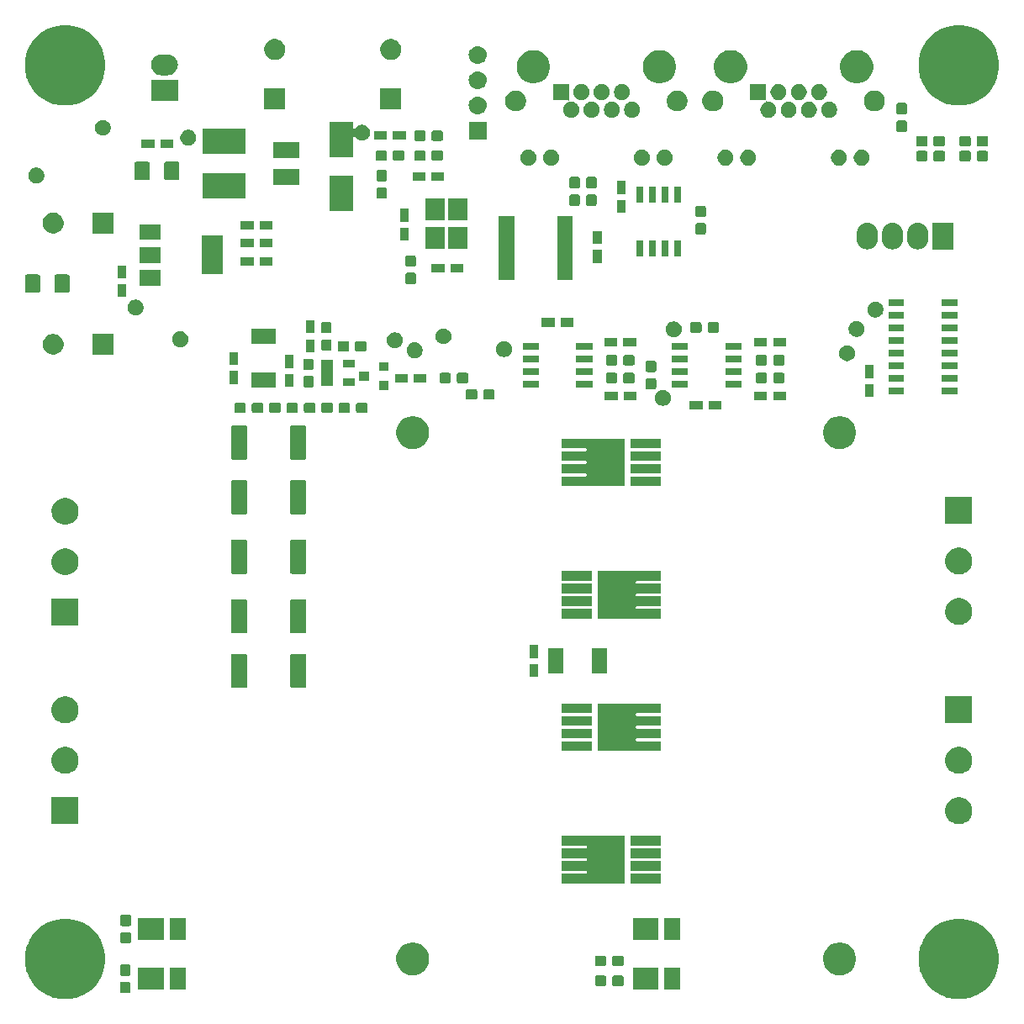
<source format=gbr>
G04 #@! TF.GenerationSoftware,KiCad,Pcbnew,(5.1.0-344-gd281f051e)*
G04 #@! TF.CreationDate,2019-04-25T22:00:11+09:00*
G04 #@! TF.ProjectId,driver,64726976-6572-42e6-9b69-6361645f7063,rev?*
G04 #@! TF.SameCoordinates,Original*
G04 #@! TF.FileFunction,Soldermask,Top*
G04 #@! TF.FilePolarity,Negative*
%FSLAX46Y46*%
G04 Gerber Fmt 4.6, Leading zero omitted, Abs format (unit mm)*
G04 Created by KiCad (PCBNEW (5.1.0-344-gd281f051e)) date 2019-04-25 22:00:11*
%MOMM*%
%LPD*%
G04 APERTURE LIST*
%ADD10C,0.100000*%
G04 APERTURE END LIST*
D10*
G36*
X166181632Y-146104677D02*
G01*
X166487005Y-146231167D01*
X166918868Y-146410050D01*
X167582362Y-146853383D01*
X168146617Y-147417638D01*
X168589950Y-148081132D01*
X168718652Y-148391847D01*
X168895323Y-148818368D01*
X169051000Y-149601010D01*
X169051000Y-150398990D01*
X168895323Y-151181632D01*
X168789132Y-151438000D01*
X168589950Y-151918868D01*
X168146617Y-152582362D01*
X167582362Y-153146617D01*
X166918868Y-153589950D01*
X166487005Y-153768833D01*
X166181632Y-153895323D01*
X165398990Y-154051000D01*
X164601010Y-154051000D01*
X163818368Y-153895323D01*
X163512995Y-153768833D01*
X163081132Y-153589950D01*
X162417638Y-153146617D01*
X161853383Y-152582362D01*
X161410050Y-151918868D01*
X161210868Y-151438000D01*
X161104677Y-151181632D01*
X160949000Y-150398990D01*
X160949000Y-149601010D01*
X161104677Y-148818368D01*
X161281348Y-148391847D01*
X161410050Y-148081132D01*
X161853383Y-147417638D01*
X162417638Y-146853383D01*
X163081132Y-146410050D01*
X163512995Y-146231167D01*
X163818368Y-146104677D01*
X164601010Y-145949000D01*
X165398990Y-145949000D01*
X166181632Y-146104677D01*
X166181632Y-146104677D01*
G37*
G36*
X76181632Y-146104677D02*
G01*
X76487005Y-146231167D01*
X76918868Y-146410050D01*
X77582362Y-146853383D01*
X78146617Y-147417638D01*
X78589950Y-148081132D01*
X78718652Y-148391847D01*
X78895323Y-148818368D01*
X79051000Y-149601010D01*
X79051000Y-150398990D01*
X78895323Y-151181632D01*
X78789132Y-151438000D01*
X78589950Y-151918868D01*
X78146617Y-152582362D01*
X77582362Y-153146617D01*
X76918868Y-153589950D01*
X76487005Y-153768833D01*
X76181632Y-153895323D01*
X75398990Y-154051000D01*
X74601010Y-154051000D01*
X73818368Y-153895323D01*
X73512995Y-153768833D01*
X73081132Y-153589950D01*
X72417638Y-153146617D01*
X71853383Y-152582362D01*
X71410050Y-151918868D01*
X71210868Y-151438000D01*
X71104677Y-151181632D01*
X70949000Y-150398990D01*
X70949000Y-149601010D01*
X71104677Y-148818368D01*
X71281348Y-148391847D01*
X71410050Y-148081132D01*
X71853383Y-147417638D01*
X72417638Y-146853383D01*
X73081132Y-146410050D01*
X73512995Y-146231167D01*
X73818368Y-146104677D01*
X74601010Y-145949000D01*
X75398990Y-145949000D01*
X76181632Y-146104677D01*
X76181632Y-146104677D01*
G37*
G36*
X81414499Y-152303445D02*
G01*
X81451995Y-152314820D01*
X81486554Y-152333292D01*
X81516847Y-152358153D01*
X81541708Y-152388446D01*
X81560180Y-152423005D01*
X81571555Y-152460501D01*
X81576000Y-152505638D01*
X81576000Y-153244362D01*
X81571555Y-153289499D01*
X81560180Y-153326995D01*
X81541708Y-153361554D01*
X81516847Y-153391847D01*
X81486554Y-153416708D01*
X81451995Y-153435180D01*
X81414499Y-153446555D01*
X81369362Y-153451000D01*
X80730638Y-153451000D01*
X80685501Y-153446555D01*
X80648005Y-153435180D01*
X80613446Y-153416708D01*
X80583153Y-153391847D01*
X80558292Y-153361554D01*
X80539820Y-153326995D01*
X80528445Y-153289499D01*
X80524000Y-153244362D01*
X80524000Y-152505638D01*
X80528445Y-152460501D01*
X80539820Y-152423005D01*
X80558292Y-152388446D01*
X80583153Y-152358153D01*
X80613446Y-152333292D01*
X80648005Y-152314820D01*
X80685501Y-152303445D01*
X80730638Y-152299000D01*
X81369362Y-152299000D01*
X81414499Y-152303445D01*
X81414499Y-152303445D01*
G37*
G36*
X136931000Y-153101000D02*
G01*
X135329000Y-153101000D01*
X135329000Y-150899000D01*
X136931000Y-150899000D01*
X136931000Y-153101000D01*
X136931000Y-153101000D01*
G37*
G36*
X84971000Y-153101000D02*
G01*
X82369000Y-153101000D01*
X82369000Y-150899000D01*
X84971000Y-150899000D01*
X84971000Y-153101000D01*
X84971000Y-153101000D01*
G37*
G36*
X87131000Y-153101000D02*
G01*
X85529000Y-153101000D01*
X85529000Y-150899000D01*
X87131000Y-150899000D01*
X87131000Y-153101000D01*
X87131000Y-153101000D01*
G37*
G36*
X134771000Y-153101000D02*
G01*
X132169000Y-153101000D01*
X132169000Y-150899000D01*
X134771000Y-150899000D01*
X134771000Y-153101000D01*
X134771000Y-153101000D01*
G37*
G36*
X131089499Y-151678445D02*
G01*
X131126995Y-151689820D01*
X131161554Y-151708292D01*
X131191847Y-151733153D01*
X131216708Y-151763446D01*
X131235180Y-151798005D01*
X131246555Y-151835501D01*
X131251000Y-151880638D01*
X131251000Y-152519362D01*
X131246555Y-152564499D01*
X131235180Y-152601995D01*
X131216708Y-152636554D01*
X131191847Y-152666847D01*
X131161554Y-152691708D01*
X131126995Y-152710180D01*
X131089499Y-152721555D01*
X131044362Y-152726000D01*
X130305638Y-152726000D01*
X130260501Y-152721555D01*
X130223005Y-152710180D01*
X130188446Y-152691708D01*
X130158153Y-152666847D01*
X130133292Y-152636554D01*
X130114820Y-152601995D01*
X130103445Y-152564499D01*
X130099000Y-152519362D01*
X130099000Y-151880638D01*
X130103445Y-151835501D01*
X130114820Y-151798005D01*
X130133292Y-151763446D01*
X130158153Y-151733153D01*
X130188446Y-151708292D01*
X130223005Y-151689820D01*
X130260501Y-151678445D01*
X130305638Y-151674000D01*
X131044362Y-151674000D01*
X131089499Y-151678445D01*
X131089499Y-151678445D01*
G37*
G36*
X129339499Y-151678445D02*
G01*
X129376995Y-151689820D01*
X129411554Y-151708292D01*
X129441847Y-151733153D01*
X129466708Y-151763446D01*
X129485180Y-151798005D01*
X129496555Y-151835501D01*
X129501000Y-151880638D01*
X129501000Y-152519362D01*
X129496555Y-152564499D01*
X129485180Y-152601995D01*
X129466708Y-152636554D01*
X129441847Y-152666847D01*
X129411554Y-152691708D01*
X129376995Y-152710180D01*
X129339499Y-152721555D01*
X129294362Y-152726000D01*
X128555638Y-152726000D01*
X128510501Y-152721555D01*
X128473005Y-152710180D01*
X128438446Y-152691708D01*
X128408153Y-152666847D01*
X128383292Y-152636554D01*
X128364820Y-152601995D01*
X128353445Y-152564499D01*
X128349000Y-152519362D01*
X128349000Y-151880638D01*
X128353445Y-151835501D01*
X128364820Y-151798005D01*
X128383292Y-151763446D01*
X128408153Y-151733153D01*
X128438446Y-151708292D01*
X128473005Y-151689820D01*
X128510501Y-151678445D01*
X128555638Y-151674000D01*
X129294362Y-151674000D01*
X129339499Y-151678445D01*
X129339499Y-151678445D01*
G37*
G36*
X81414499Y-150553445D02*
G01*
X81451995Y-150564820D01*
X81486554Y-150583292D01*
X81516847Y-150608153D01*
X81541708Y-150638446D01*
X81560180Y-150673005D01*
X81571555Y-150710501D01*
X81576000Y-150755638D01*
X81576000Y-151494362D01*
X81571555Y-151539499D01*
X81560180Y-151576995D01*
X81541708Y-151611554D01*
X81516847Y-151641847D01*
X81486554Y-151666708D01*
X81451995Y-151685180D01*
X81414499Y-151696555D01*
X81369362Y-151701000D01*
X80730638Y-151701000D01*
X80685501Y-151696555D01*
X80648005Y-151685180D01*
X80613446Y-151666708D01*
X80583153Y-151641847D01*
X80558292Y-151611554D01*
X80539820Y-151576995D01*
X80528445Y-151539499D01*
X80524000Y-151494362D01*
X80524000Y-150755638D01*
X80528445Y-150710501D01*
X80539820Y-150673005D01*
X80558292Y-150638446D01*
X80583153Y-150608153D01*
X80613446Y-150583292D01*
X80648005Y-150564820D01*
X80685501Y-150553445D01*
X80730638Y-150549000D01*
X81369362Y-150549000D01*
X81414499Y-150553445D01*
X81414499Y-150553445D01*
G37*
G36*
X110375256Y-148391298D02*
G01*
X110481579Y-148412447D01*
X110782042Y-148536903D01*
X111052451Y-148717585D01*
X111282415Y-148947549D01*
X111282416Y-148947551D01*
X111463098Y-149217960D01*
X111587553Y-149518422D01*
X111641750Y-149790885D01*
X111651000Y-149837391D01*
X111651000Y-150162609D01*
X111587553Y-150481579D01*
X111463097Y-150782042D01*
X111282415Y-151052451D01*
X111052451Y-151282415D01*
X110782042Y-151463097D01*
X110481579Y-151587553D01*
X110375256Y-151608702D01*
X110162611Y-151651000D01*
X109837389Y-151651000D01*
X109624744Y-151608702D01*
X109518421Y-151587553D01*
X109217958Y-151463097D01*
X108947549Y-151282415D01*
X108717585Y-151052451D01*
X108536903Y-150782042D01*
X108412447Y-150481579D01*
X108349000Y-150162609D01*
X108349000Y-149837391D01*
X108358251Y-149790885D01*
X108412447Y-149518422D01*
X108536902Y-149217960D01*
X108717584Y-148947551D01*
X108717585Y-148947549D01*
X108947549Y-148717585D01*
X109217958Y-148536903D01*
X109518421Y-148412447D01*
X109624744Y-148391298D01*
X109837389Y-148349000D01*
X110162611Y-148349000D01*
X110375256Y-148391298D01*
X110375256Y-148391298D01*
G37*
G36*
X153375256Y-148391298D02*
G01*
X153481579Y-148412447D01*
X153782042Y-148536903D01*
X154052451Y-148717585D01*
X154282415Y-148947549D01*
X154282416Y-148947551D01*
X154463098Y-149217960D01*
X154587553Y-149518422D01*
X154641750Y-149790885D01*
X154651000Y-149837391D01*
X154651000Y-150162609D01*
X154587553Y-150481579D01*
X154463097Y-150782042D01*
X154282415Y-151052451D01*
X154052451Y-151282415D01*
X153782042Y-151463097D01*
X153481579Y-151587553D01*
X153375256Y-151608702D01*
X153162611Y-151651000D01*
X152837389Y-151651000D01*
X152624744Y-151608702D01*
X152518421Y-151587553D01*
X152217958Y-151463097D01*
X151947549Y-151282415D01*
X151717585Y-151052451D01*
X151536903Y-150782042D01*
X151412447Y-150481579D01*
X151349000Y-150162609D01*
X151349000Y-149837391D01*
X151358251Y-149790885D01*
X151412447Y-149518422D01*
X151536902Y-149217960D01*
X151717584Y-148947551D01*
X151717585Y-148947549D01*
X151947549Y-148717585D01*
X152217958Y-148536903D01*
X152518421Y-148412447D01*
X152624744Y-148391298D01*
X152837389Y-148349000D01*
X153162611Y-148349000D01*
X153375256Y-148391298D01*
X153375256Y-148391298D01*
G37*
G36*
X129339499Y-149678445D02*
G01*
X129376995Y-149689820D01*
X129411554Y-149708292D01*
X129441847Y-149733153D01*
X129466708Y-149763446D01*
X129485180Y-149798005D01*
X129496555Y-149835501D01*
X129501000Y-149880638D01*
X129501000Y-150519362D01*
X129496555Y-150564499D01*
X129485180Y-150601995D01*
X129466708Y-150636554D01*
X129441847Y-150666847D01*
X129411554Y-150691708D01*
X129376995Y-150710180D01*
X129339499Y-150721555D01*
X129294362Y-150726000D01*
X128555638Y-150726000D01*
X128510501Y-150721555D01*
X128473005Y-150710180D01*
X128438446Y-150691708D01*
X128408153Y-150666847D01*
X128383292Y-150636554D01*
X128364820Y-150601995D01*
X128353445Y-150564499D01*
X128349000Y-150519362D01*
X128349000Y-149880638D01*
X128353445Y-149835501D01*
X128364820Y-149798005D01*
X128383292Y-149763446D01*
X128408153Y-149733153D01*
X128438446Y-149708292D01*
X128473005Y-149689820D01*
X128510501Y-149678445D01*
X128555638Y-149674000D01*
X129294362Y-149674000D01*
X129339499Y-149678445D01*
X129339499Y-149678445D01*
G37*
G36*
X131089499Y-149678445D02*
G01*
X131126995Y-149689820D01*
X131161554Y-149708292D01*
X131191847Y-149733153D01*
X131216708Y-149763446D01*
X131235180Y-149798005D01*
X131246555Y-149835501D01*
X131251000Y-149880638D01*
X131251000Y-150519362D01*
X131246555Y-150564499D01*
X131235180Y-150601995D01*
X131216708Y-150636554D01*
X131191847Y-150666847D01*
X131161554Y-150691708D01*
X131126995Y-150710180D01*
X131089499Y-150721555D01*
X131044362Y-150726000D01*
X130305638Y-150726000D01*
X130260501Y-150721555D01*
X130223005Y-150710180D01*
X130188446Y-150691708D01*
X130158153Y-150666847D01*
X130133292Y-150636554D01*
X130114820Y-150601995D01*
X130103445Y-150564499D01*
X130099000Y-150519362D01*
X130099000Y-149880638D01*
X130103445Y-149835501D01*
X130114820Y-149798005D01*
X130133292Y-149763446D01*
X130158153Y-149733153D01*
X130188446Y-149708292D01*
X130223005Y-149689820D01*
X130260501Y-149678445D01*
X130305638Y-149674000D01*
X131044362Y-149674000D01*
X131089499Y-149678445D01*
X131089499Y-149678445D01*
G37*
G36*
X81464499Y-147303445D02*
G01*
X81501995Y-147314820D01*
X81536554Y-147333292D01*
X81566847Y-147358153D01*
X81591708Y-147388446D01*
X81610180Y-147423005D01*
X81621555Y-147460501D01*
X81626000Y-147505638D01*
X81626000Y-148244362D01*
X81621555Y-148289499D01*
X81610180Y-148326995D01*
X81591708Y-148361554D01*
X81566847Y-148391847D01*
X81536554Y-148416708D01*
X81501995Y-148435180D01*
X81464499Y-148446555D01*
X81419362Y-148451000D01*
X80780638Y-148451000D01*
X80735501Y-148446555D01*
X80698005Y-148435180D01*
X80663446Y-148416708D01*
X80633153Y-148391847D01*
X80608292Y-148361554D01*
X80589820Y-148326995D01*
X80578445Y-148289499D01*
X80574000Y-148244362D01*
X80574000Y-147505638D01*
X80578445Y-147460501D01*
X80589820Y-147423005D01*
X80608292Y-147388446D01*
X80633153Y-147358153D01*
X80663446Y-147333292D01*
X80698005Y-147314820D01*
X80735501Y-147303445D01*
X80780638Y-147299000D01*
X81419362Y-147299000D01*
X81464499Y-147303445D01*
X81464499Y-147303445D01*
G37*
G36*
X134771000Y-148101000D02*
G01*
X132169000Y-148101000D01*
X132169000Y-145899000D01*
X134771000Y-145899000D01*
X134771000Y-148101000D01*
X134771000Y-148101000D01*
G37*
G36*
X84971000Y-148101000D02*
G01*
X82369000Y-148101000D01*
X82369000Y-145899000D01*
X84971000Y-145899000D01*
X84971000Y-148101000D01*
X84971000Y-148101000D01*
G37*
G36*
X87131000Y-148101000D02*
G01*
X85529000Y-148101000D01*
X85529000Y-145899000D01*
X87131000Y-145899000D01*
X87131000Y-148101000D01*
X87131000Y-148101000D01*
G37*
G36*
X136931000Y-148101000D02*
G01*
X135329000Y-148101000D01*
X135329000Y-145899000D01*
X136931000Y-145899000D01*
X136931000Y-148101000D01*
X136931000Y-148101000D01*
G37*
G36*
X81464499Y-145553445D02*
G01*
X81501995Y-145564820D01*
X81536554Y-145583292D01*
X81566847Y-145608153D01*
X81591708Y-145638446D01*
X81610180Y-145673005D01*
X81621555Y-145710501D01*
X81626000Y-145755638D01*
X81626000Y-146494362D01*
X81621555Y-146539499D01*
X81610180Y-146576995D01*
X81591708Y-146611554D01*
X81566847Y-146641847D01*
X81536554Y-146666708D01*
X81501995Y-146685180D01*
X81464499Y-146696555D01*
X81419362Y-146701000D01*
X80780638Y-146701000D01*
X80735501Y-146696555D01*
X80698005Y-146685180D01*
X80663446Y-146666708D01*
X80633153Y-146641847D01*
X80608292Y-146611554D01*
X80589820Y-146576995D01*
X80578445Y-146539499D01*
X80574000Y-146494362D01*
X80574000Y-145755638D01*
X80578445Y-145710501D01*
X80589820Y-145673005D01*
X80608292Y-145638446D01*
X80633153Y-145608153D01*
X80663446Y-145583292D01*
X80698005Y-145564820D01*
X80735501Y-145553445D01*
X80780638Y-145549000D01*
X81419362Y-145549000D01*
X81464499Y-145553445D01*
X81464499Y-145553445D01*
G37*
G36*
X131376000Y-142401000D02*
G01*
X127466453Y-142401000D01*
X127446836Y-142390515D01*
X127423387Y-142383402D01*
X127399001Y-142381000D01*
X124974000Y-142381000D01*
X124974000Y-141429000D01*
X127399001Y-141429000D01*
X127423387Y-141426598D01*
X127446836Y-141419485D01*
X127468447Y-141407934D01*
X127487389Y-141392389D01*
X127502934Y-141373447D01*
X127514485Y-141351836D01*
X127521598Y-141328387D01*
X127524000Y-141304001D01*
X127524000Y-141235999D01*
X127521598Y-141211613D01*
X127514485Y-141188164D01*
X127502934Y-141166553D01*
X127487389Y-141147611D01*
X127468447Y-141132066D01*
X127446836Y-141120515D01*
X127423387Y-141113402D01*
X127399001Y-141111000D01*
X124974000Y-141111000D01*
X124974000Y-140159000D01*
X127399001Y-140159000D01*
X127423387Y-140156598D01*
X127446836Y-140149485D01*
X127468447Y-140137934D01*
X127487389Y-140122389D01*
X127502934Y-140103447D01*
X127514485Y-140081836D01*
X127521598Y-140058387D01*
X127524000Y-140034001D01*
X127524000Y-139965999D01*
X127521598Y-139941613D01*
X127514485Y-139918164D01*
X127502934Y-139896553D01*
X127487389Y-139877611D01*
X127468447Y-139862066D01*
X127446836Y-139850515D01*
X127423387Y-139843402D01*
X127399001Y-139841000D01*
X124974000Y-139841000D01*
X124974000Y-138889000D01*
X127399001Y-138889000D01*
X127423387Y-138886598D01*
X127446836Y-138879485D01*
X127468447Y-138867934D01*
X127487389Y-138852389D01*
X127502934Y-138833447D01*
X127514485Y-138811836D01*
X127521598Y-138788387D01*
X127524000Y-138764001D01*
X127524000Y-138695999D01*
X127521598Y-138671613D01*
X127514485Y-138648164D01*
X127502934Y-138626553D01*
X127487389Y-138607611D01*
X127468447Y-138592066D01*
X127446836Y-138580515D01*
X127423387Y-138573402D01*
X127399001Y-138571000D01*
X124974000Y-138571000D01*
X124974000Y-137619000D01*
X127399001Y-137619000D01*
X127423387Y-137616598D01*
X127446836Y-137609485D01*
X127466453Y-137599000D01*
X131376000Y-137599000D01*
X131376000Y-142401000D01*
X131376000Y-142401000D01*
G37*
G36*
X135026000Y-142381000D02*
G01*
X131974000Y-142381000D01*
X131974000Y-141429000D01*
X135026000Y-141429000D01*
X135026000Y-142381000D01*
X135026000Y-142381000D01*
G37*
G36*
X135026000Y-141111000D02*
G01*
X131974000Y-141111000D01*
X131974000Y-140159000D01*
X135026000Y-140159000D01*
X135026000Y-141111000D01*
X135026000Y-141111000D01*
G37*
G36*
X135026000Y-139841000D02*
G01*
X131974000Y-139841000D01*
X131974000Y-138889000D01*
X135026000Y-138889000D01*
X135026000Y-139841000D01*
X135026000Y-139841000D01*
G37*
G36*
X135026000Y-138571000D02*
G01*
X131974000Y-138571000D01*
X131974000Y-137619000D01*
X135026000Y-137619000D01*
X135026000Y-138571000D01*
X135026000Y-138571000D01*
G37*
G36*
X76351000Y-136431000D02*
G01*
X73649000Y-136431000D01*
X73649000Y-133729000D01*
X76351000Y-133729000D01*
X76351000Y-136431000D01*
X76351000Y-136431000D01*
G37*
G36*
X165394072Y-133780918D02*
G01*
X165639939Y-133882759D01*
X165861212Y-134030610D01*
X166049390Y-134218788D01*
X166197241Y-134440061D01*
X166299082Y-134685928D01*
X166351000Y-134946938D01*
X166351000Y-135213062D01*
X166299082Y-135474072D01*
X166197241Y-135719939D01*
X166049390Y-135941212D01*
X165861212Y-136129390D01*
X165639939Y-136277241D01*
X165639938Y-136277242D01*
X165639937Y-136277242D01*
X165394072Y-136379082D01*
X165133063Y-136431000D01*
X164866937Y-136431000D01*
X164605928Y-136379082D01*
X164360063Y-136277242D01*
X164360062Y-136277242D01*
X164360061Y-136277241D01*
X164138788Y-136129390D01*
X163950610Y-135941212D01*
X163802759Y-135719939D01*
X163700918Y-135474072D01*
X163649000Y-135213062D01*
X163649000Y-134946938D01*
X163700918Y-134685928D01*
X163802759Y-134440061D01*
X163950610Y-134218788D01*
X164138788Y-134030610D01*
X164360061Y-133882759D01*
X164605928Y-133780918D01*
X164866937Y-133729000D01*
X165133063Y-133729000D01*
X165394072Y-133780918D01*
X165394072Y-133780918D01*
G37*
G36*
X165394072Y-128700918D02*
G01*
X165639939Y-128802759D01*
X165861212Y-128950610D01*
X166049390Y-129138788D01*
X166197241Y-129360061D01*
X166299082Y-129605928D01*
X166351000Y-129866938D01*
X166351000Y-130133062D01*
X166299082Y-130394072D01*
X166197241Y-130639939D01*
X166049390Y-130861212D01*
X165861212Y-131049390D01*
X165639939Y-131197241D01*
X165639938Y-131197242D01*
X165639937Y-131197242D01*
X165394072Y-131299082D01*
X165133063Y-131351000D01*
X164866937Y-131351000D01*
X164605928Y-131299082D01*
X164360063Y-131197242D01*
X164360062Y-131197242D01*
X164360061Y-131197241D01*
X164138788Y-131049390D01*
X163950610Y-130861212D01*
X163802759Y-130639939D01*
X163700918Y-130394072D01*
X163649000Y-130133062D01*
X163649000Y-129866938D01*
X163700918Y-129605928D01*
X163802759Y-129360061D01*
X163950610Y-129138788D01*
X164138788Y-128950610D01*
X164360061Y-128802759D01*
X164605928Y-128700918D01*
X164866937Y-128649000D01*
X165133063Y-128649000D01*
X165394072Y-128700918D01*
X165394072Y-128700918D01*
G37*
G36*
X75394072Y-128700918D02*
G01*
X75639939Y-128802759D01*
X75861212Y-128950610D01*
X76049390Y-129138788D01*
X76197241Y-129360061D01*
X76299082Y-129605928D01*
X76351000Y-129866938D01*
X76351000Y-130133062D01*
X76299082Y-130394072D01*
X76197241Y-130639939D01*
X76049390Y-130861212D01*
X75861212Y-131049390D01*
X75639939Y-131197241D01*
X75639938Y-131197242D01*
X75639937Y-131197242D01*
X75394072Y-131299082D01*
X75133063Y-131351000D01*
X74866937Y-131351000D01*
X74605928Y-131299082D01*
X74360063Y-131197242D01*
X74360062Y-131197242D01*
X74360061Y-131197241D01*
X74138788Y-131049390D01*
X73950610Y-130861212D01*
X73802759Y-130639939D01*
X73700918Y-130394072D01*
X73649000Y-130133062D01*
X73649000Y-129866938D01*
X73700918Y-129605928D01*
X73802759Y-129360061D01*
X73950610Y-129138788D01*
X74138788Y-128950610D01*
X74360061Y-128802759D01*
X74605928Y-128700918D01*
X74866937Y-128649000D01*
X75133063Y-128649000D01*
X75394072Y-128700918D01*
X75394072Y-128700918D01*
G37*
G36*
X132553164Y-124276185D02*
G01*
X132576613Y-124283298D01*
X132600999Y-124285700D01*
X135026000Y-124285700D01*
X135026000Y-125237700D01*
X132600999Y-125237700D01*
X132576613Y-125240102D01*
X132553164Y-125247215D01*
X132531553Y-125258766D01*
X132512611Y-125274311D01*
X132497066Y-125293253D01*
X132485515Y-125314864D01*
X132478402Y-125338313D01*
X132476000Y-125362699D01*
X132476000Y-125430701D01*
X132478402Y-125455087D01*
X132485515Y-125478536D01*
X132497066Y-125500147D01*
X132512611Y-125519089D01*
X132531553Y-125534634D01*
X132553164Y-125546185D01*
X132576613Y-125553298D01*
X132600999Y-125555700D01*
X135026000Y-125555700D01*
X135026000Y-126507700D01*
X132600999Y-126507700D01*
X132576613Y-126510102D01*
X132553164Y-126517215D01*
X132531553Y-126528766D01*
X132512611Y-126544311D01*
X132497066Y-126563253D01*
X132485515Y-126584864D01*
X132478402Y-126608313D01*
X132476000Y-126632699D01*
X132476000Y-126700701D01*
X132478402Y-126725087D01*
X132485515Y-126748536D01*
X132497066Y-126770147D01*
X132512611Y-126789089D01*
X132531553Y-126804634D01*
X132553164Y-126816185D01*
X132576613Y-126823298D01*
X132600999Y-126825700D01*
X135026000Y-126825700D01*
X135026000Y-127777700D01*
X132600999Y-127777700D01*
X132576613Y-127780102D01*
X132553164Y-127787215D01*
X132531553Y-127798766D01*
X132512611Y-127814311D01*
X132497066Y-127833253D01*
X132485515Y-127854864D01*
X132478402Y-127878313D01*
X132476000Y-127902699D01*
X132476000Y-127970701D01*
X132478402Y-127995087D01*
X132485515Y-128018536D01*
X132497066Y-128040147D01*
X132512611Y-128059089D01*
X132531553Y-128074634D01*
X132553164Y-128086185D01*
X132576613Y-128093298D01*
X132600999Y-128095700D01*
X135026000Y-128095700D01*
X135026000Y-129047700D01*
X132600999Y-129047700D01*
X132576613Y-129050102D01*
X132553164Y-129057215D01*
X132533547Y-129067700D01*
X128624000Y-129067700D01*
X128624000Y-124265700D01*
X132533547Y-124265700D01*
X132553164Y-124276185D01*
X132553164Y-124276185D01*
G37*
G36*
X128026000Y-129047700D02*
G01*
X124974000Y-129047700D01*
X124974000Y-128095700D01*
X128026000Y-128095700D01*
X128026000Y-129047700D01*
X128026000Y-129047700D01*
G37*
G36*
X128026000Y-127777700D02*
G01*
X124974000Y-127777700D01*
X124974000Y-126825700D01*
X128026000Y-126825700D01*
X128026000Y-127777700D01*
X128026000Y-127777700D01*
G37*
G36*
X128026000Y-126507700D02*
G01*
X124974000Y-126507700D01*
X124974000Y-125555700D01*
X128026000Y-125555700D01*
X128026000Y-126507700D01*
X128026000Y-126507700D01*
G37*
G36*
X75394072Y-123620918D02*
G01*
X75639939Y-123722759D01*
X75861212Y-123870610D01*
X76049390Y-124058788D01*
X76197241Y-124280061D01*
X76299082Y-124525928D01*
X76351000Y-124786938D01*
X76351000Y-125053062D01*
X76299082Y-125314072D01*
X76197241Y-125559939D01*
X76049390Y-125781212D01*
X75861212Y-125969390D01*
X75639939Y-126117241D01*
X75639938Y-126117242D01*
X75639937Y-126117242D01*
X75394072Y-126219082D01*
X75133063Y-126271000D01*
X74866937Y-126271000D01*
X74605928Y-126219082D01*
X74360063Y-126117242D01*
X74360062Y-126117242D01*
X74360061Y-126117241D01*
X74138788Y-125969390D01*
X73950610Y-125781212D01*
X73802759Y-125559939D01*
X73700918Y-125314072D01*
X73649000Y-125053062D01*
X73649000Y-124786938D01*
X73700918Y-124525928D01*
X73802759Y-124280061D01*
X73950610Y-124058788D01*
X74138788Y-123870610D01*
X74360061Y-123722759D01*
X74605928Y-123620918D01*
X74866937Y-123569000D01*
X75133063Y-123569000D01*
X75394072Y-123620918D01*
X75394072Y-123620918D01*
G37*
G36*
X166351000Y-126271000D02*
G01*
X163649000Y-126271000D01*
X163649000Y-123569000D01*
X166351000Y-123569000D01*
X166351000Y-126271000D01*
X166351000Y-126271000D01*
G37*
G36*
X128026000Y-125237700D02*
G01*
X124974000Y-125237700D01*
X124974000Y-124285700D01*
X128026000Y-124285700D01*
X128026000Y-125237700D01*
X128026000Y-125237700D01*
G37*
G36*
X99153820Y-119278103D02*
G01*
X99187985Y-119288467D01*
X99219464Y-119305293D01*
X99247060Y-119327940D01*
X99269707Y-119355536D01*
X99286533Y-119387015D01*
X99296897Y-119421180D01*
X99301000Y-119462842D01*
X99301000Y-122537158D01*
X99296897Y-122578820D01*
X99286533Y-122612985D01*
X99269707Y-122644464D01*
X99247060Y-122672060D01*
X99219464Y-122694707D01*
X99187985Y-122711533D01*
X99153820Y-122721897D01*
X99112158Y-122726000D01*
X97862842Y-122726000D01*
X97821180Y-122721897D01*
X97787015Y-122711533D01*
X97755536Y-122694707D01*
X97727940Y-122672060D01*
X97705293Y-122644464D01*
X97688467Y-122612985D01*
X97678103Y-122578820D01*
X97674000Y-122537158D01*
X97674000Y-119462842D01*
X97678103Y-119421180D01*
X97688467Y-119387015D01*
X97705293Y-119355536D01*
X97727940Y-119327940D01*
X97755536Y-119305293D01*
X97787015Y-119288467D01*
X97821180Y-119278103D01*
X97862842Y-119274000D01*
X99112158Y-119274000D01*
X99153820Y-119278103D01*
X99153820Y-119278103D01*
G37*
G36*
X93178820Y-119278103D02*
G01*
X93212985Y-119288467D01*
X93244464Y-119305293D01*
X93272060Y-119327940D01*
X93294707Y-119355536D01*
X93311533Y-119387015D01*
X93321897Y-119421180D01*
X93326000Y-119462842D01*
X93326000Y-122537158D01*
X93321897Y-122578820D01*
X93311533Y-122612985D01*
X93294707Y-122644464D01*
X93272060Y-122672060D01*
X93244464Y-122694707D01*
X93212985Y-122711533D01*
X93178820Y-122721897D01*
X93137158Y-122726000D01*
X91887842Y-122726000D01*
X91846180Y-122721897D01*
X91812015Y-122711533D01*
X91780536Y-122694707D01*
X91752940Y-122672060D01*
X91730293Y-122644464D01*
X91713467Y-122612985D01*
X91703103Y-122578820D01*
X91699000Y-122537158D01*
X91699000Y-119462842D01*
X91703103Y-119421180D01*
X91713467Y-119387015D01*
X91730293Y-119355536D01*
X91752940Y-119327940D01*
X91780536Y-119305293D01*
X91812015Y-119288467D01*
X91846180Y-119278103D01*
X91887842Y-119274000D01*
X93137158Y-119274000D01*
X93178820Y-119278103D01*
X93178820Y-119278103D01*
G37*
G36*
X122626000Y-121601000D02*
G01*
X121774000Y-121601000D01*
X121774000Y-120299000D01*
X122626000Y-120299000D01*
X122626000Y-121601000D01*
X122626000Y-121601000D01*
G37*
G36*
X129576000Y-121250950D02*
G01*
X128024000Y-121250950D01*
X128024000Y-118748950D01*
X129576000Y-118748950D01*
X129576000Y-121250950D01*
X129576000Y-121250950D01*
G37*
G36*
X125176000Y-121250950D02*
G01*
X123624000Y-121250950D01*
X123624000Y-118748950D01*
X125176000Y-118748950D01*
X125176000Y-121250950D01*
X125176000Y-121250950D01*
G37*
G36*
X122626000Y-119701000D02*
G01*
X121774000Y-119701000D01*
X121774000Y-118399000D01*
X122626000Y-118399000D01*
X122626000Y-119701000D01*
X122626000Y-119701000D01*
G37*
G36*
X99153820Y-113778103D02*
G01*
X99187985Y-113788467D01*
X99219464Y-113805293D01*
X99247060Y-113827940D01*
X99269707Y-113855536D01*
X99286533Y-113887015D01*
X99296897Y-113921180D01*
X99301000Y-113962842D01*
X99301000Y-117037158D01*
X99296897Y-117078820D01*
X99286533Y-117112985D01*
X99269707Y-117144464D01*
X99247060Y-117172060D01*
X99219464Y-117194707D01*
X99187985Y-117211533D01*
X99153820Y-117221897D01*
X99112158Y-117226000D01*
X97862842Y-117226000D01*
X97821180Y-117221897D01*
X97787015Y-117211533D01*
X97755536Y-117194707D01*
X97727940Y-117172060D01*
X97705293Y-117144464D01*
X97688467Y-117112985D01*
X97678103Y-117078820D01*
X97674000Y-117037158D01*
X97674000Y-113962842D01*
X97678103Y-113921180D01*
X97688467Y-113887015D01*
X97705293Y-113855536D01*
X97727940Y-113827940D01*
X97755536Y-113805293D01*
X97787015Y-113788467D01*
X97821180Y-113778103D01*
X97862842Y-113774000D01*
X99112158Y-113774000D01*
X99153820Y-113778103D01*
X99153820Y-113778103D01*
G37*
G36*
X93178820Y-113778103D02*
G01*
X93212985Y-113788467D01*
X93244464Y-113805293D01*
X93272060Y-113827940D01*
X93294707Y-113855536D01*
X93311533Y-113887015D01*
X93321897Y-113921180D01*
X93326000Y-113962842D01*
X93326000Y-117037158D01*
X93321897Y-117078820D01*
X93311533Y-117112985D01*
X93294707Y-117144464D01*
X93272060Y-117172060D01*
X93244464Y-117194707D01*
X93212985Y-117211533D01*
X93178820Y-117221897D01*
X93137158Y-117226000D01*
X91887842Y-117226000D01*
X91846180Y-117221897D01*
X91812015Y-117211533D01*
X91780536Y-117194707D01*
X91752940Y-117172060D01*
X91730293Y-117144464D01*
X91713467Y-117112985D01*
X91703103Y-117078820D01*
X91699000Y-117037158D01*
X91699000Y-113962842D01*
X91703103Y-113921180D01*
X91713467Y-113887015D01*
X91730293Y-113855536D01*
X91752940Y-113827940D01*
X91780536Y-113805293D01*
X91812015Y-113788467D01*
X91846180Y-113778103D01*
X91887842Y-113774000D01*
X93137158Y-113774000D01*
X93178820Y-113778103D01*
X93178820Y-113778103D01*
G37*
G36*
X76351000Y-116431000D02*
G01*
X73649000Y-116431000D01*
X73649000Y-113729000D01*
X76351000Y-113729000D01*
X76351000Y-116431000D01*
X76351000Y-116431000D01*
G37*
G36*
X165394072Y-113700918D02*
G01*
X165619525Y-113794303D01*
X165639939Y-113802759D01*
X165713812Y-113852120D01*
X165861211Y-113950609D01*
X166049391Y-114138789D01*
X166197242Y-114360063D01*
X166299082Y-114605928D01*
X166329709Y-114759898D01*
X166351000Y-114866938D01*
X166351000Y-115133062D01*
X166299082Y-115394072D01*
X166197241Y-115639939D01*
X166049390Y-115861212D01*
X165861212Y-116049390D01*
X165639939Y-116197241D01*
X165639938Y-116197242D01*
X165639937Y-116197242D01*
X165394072Y-116299082D01*
X165133063Y-116351000D01*
X164866937Y-116351000D01*
X164605928Y-116299082D01*
X164360063Y-116197242D01*
X164360062Y-116197242D01*
X164360061Y-116197241D01*
X164138788Y-116049390D01*
X163950610Y-115861212D01*
X163802759Y-115639939D01*
X163700918Y-115394072D01*
X163649000Y-115133062D01*
X163649000Y-114866938D01*
X163670292Y-114759898D01*
X163700918Y-114605928D01*
X163802758Y-114360063D01*
X163950609Y-114138789D01*
X164138789Y-113950609D01*
X164286188Y-113852120D01*
X164360061Y-113802759D01*
X164380476Y-113794303D01*
X164605928Y-113700918D01*
X164866937Y-113649000D01*
X165133063Y-113649000D01*
X165394072Y-113700918D01*
X165394072Y-113700918D01*
G37*
G36*
X132553164Y-110942785D02*
G01*
X132576613Y-110949898D01*
X132600999Y-110952300D01*
X135026000Y-110952300D01*
X135026000Y-111904300D01*
X132600999Y-111904300D01*
X132576613Y-111906702D01*
X132553164Y-111913815D01*
X132531553Y-111925366D01*
X132512611Y-111940911D01*
X132497066Y-111959853D01*
X132485515Y-111981464D01*
X132478402Y-112004913D01*
X132476000Y-112029299D01*
X132476000Y-112097301D01*
X132478402Y-112121687D01*
X132485515Y-112145136D01*
X132497066Y-112166747D01*
X132512611Y-112185689D01*
X132531553Y-112201234D01*
X132553164Y-112212785D01*
X132576613Y-112219898D01*
X132600999Y-112222300D01*
X135026000Y-112222300D01*
X135026000Y-113174300D01*
X132600999Y-113174300D01*
X132576613Y-113176702D01*
X132553164Y-113183815D01*
X132531553Y-113195366D01*
X132512611Y-113210911D01*
X132497066Y-113229853D01*
X132485515Y-113251464D01*
X132478402Y-113274913D01*
X132476000Y-113299299D01*
X132476000Y-113367301D01*
X132478402Y-113391687D01*
X132485515Y-113415136D01*
X132497066Y-113436747D01*
X132512611Y-113455689D01*
X132531553Y-113471234D01*
X132553164Y-113482785D01*
X132576613Y-113489898D01*
X132600999Y-113492300D01*
X135026000Y-113492300D01*
X135026000Y-114444300D01*
X132600999Y-114444300D01*
X132576613Y-114446702D01*
X132553164Y-114453815D01*
X132531553Y-114465366D01*
X132512611Y-114480911D01*
X132497066Y-114499853D01*
X132485515Y-114521464D01*
X132478402Y-114544913D01*
X132476000Y-114569299D01*
X132476000Y-114637301D01*
X132478402Y-114661687D01*
X132485515Y-114685136D01*
X132497066Y-114706747D01*
X132512611Y-114725689D01*
X132531553Y-114741234D01*
X132553164Y-114752785D01*
X132576613Y-114759898D01*
X132600999Y-114762300D01*
X135026000Y-114762300D01*
X135026000Y-115714300D01*
X132600999Y-115714300D01*
X132576613Y-115716702D01*
X132553164Y-115723815D01*
X132533547Y-115734300D01*
X128624000Y-115734300D01*
X128624000Y-110932300D01*
X132533547Y-110932300D01*
X132553164Y-110942785D01*
X132553164Y-110942785D01*
G37*
G36*
X128026000Y-115714300D02*
G01*
X124974000Y-115714300D01*
X124974000Y-114762300D01*
X128026000Y-114762300D01*
X128026000Y-115714300D01*
X128026000Y-115714300D01*
G37*
G36*
X128026000Y-114444300D02*
G01*
X124974000Y-114444300D01*
X124974000Y-113492300D01*
X128026000Y-113492300D01*
X128026000Y-114444300D01*
X128026000Y-114444300D01*
G37*
G36*
X128026000Y-113174300D02*
G01*
X124974000Y-113174300D01*
X124974000Y-112222300D01*
X128026000Y-112222300D01*
X128026000Y-113174300D01*
X128026000Y-113174300D01*
G37*
G36*
X128026000Y-111904300D02*
G01*
X124974000Y-111904300D01*
X124974000Y-110952300D01*
X128026000Y-110952300D01*
X128026000Y-111904300D01*
X128026000Y-111904300D01*
G37*
G36*
X75394072Y-108700918D02*
G01*
X75639939Y-108802759D01*
X75741483Y-108870609D01*
X75861211Y-108950609D01*
X76049391Y-109138789D01*
X76197242Y-109360063D01*
X76299082Y-109605928D01*
X76351000Y-109866937D01*
X76351000Y-110133063D01*
X76299082Y-110394072D01*
X76197242Y-110639937D01*
X76049391Y-110861211D01*
X75861211Y-111049391D01*
X75774302Y-111107462D01*
X75639939Y-111197241D01*
X75639938Y-111197242D01*
X75639937Y-111197242D01*
X75394072Y-111299082D01*
X75133063Y-111351000D01*
X74866937Y-111351000D01*
X74605928Y-111299082D01*
X74360063Y-111197242D01*
X74360062Y-111197242D01*
X74360061Y-111197241D01*
X74225698Y-111107462D01*
X74138789Y-111049391D01*
X73950609Y-110861211D01*
X73802758Y-110639937D01*
X73700918Y-110394072D01*
X73649000Y-110133063D01*
X73649000Y-109866937D01*
X73700918Y-109605928D01*
X73802758Y-109360063D01*
X73950609Y-109138789D01*
X74138789Y-108950609D01*
X74258517Y-108870609D01*
X74360061Y-108802759D01*
X74605928Y-108700918D01*
X74866937Y-108649000D01*
X75133063Y-108649000D01*
X75394072Y-108700918D01*
X75394072Y-108700918D01*
G37*
G36*
X165394072Y-108620918D02*
G01*
X165639939Y-108722759D01*
X165861212Y-108870610D01*
X166049390Y-109058788D01*
X166197241Y-109280061D01*
X166299082Y-109525928D01*
X166351000Y-109786938D01*
X166351000Y-110053062D01*
X166299082Y-110314072D01*
X166197241Y-110559939D01*
X166049390Y-110781212D01*
X165861212Y-110969390D01*
X165639939Y-111117241D01*
X165639938Y-111117242D01*
X165639937Y-111117242D01*
X165394072Y-111219082D01*
X165133063Y-111271000D01*
X164866937Y-111271000D01*
X164605928Y-111219082D01*
X164360063Y-111117242D01*
X164360062Y-111117242D01*
X164360061Y-111117241D01*
X164138788Y-110969390D01*
X163950610Y-110781212D01*
X163802759Y-110559939D01*
X163700918Y-110314072D01*
X163649000Y-110053062D01*
X163649000Y-109786938D01*
X163700918Y-109525928D01*
X163802759Y-109280061D01*
X163950610Y-109058788D01*
X164138788Y-108870610D01*
X164360061Y-108722759D01*
X164605928Y-108620918D01*
X164866937Y-108569000D01*
X165133063Y-108569000D01*
X165394072Y-108620918D01*
X165394072Y-108620918D01*
G37*
G36*
X99153820Y-107778103D02*
G01*
X99187985Y-107788467D01*
X99219464Y-107805293D01*
X99247060Y-107827940D01*
X99269707Y-107855536D01*
X99286533Y-107887015D01*
X99296897Y-107921180D01*
X99301000Y-107962842D01*
X99301000Y-111037158D01*
X99296897Y-111078820D01*
X99286533Y-111112985D01*
X99269707Y-111144464D01*
X99247060Y-111172060D01*
X99219464Y-111194707D01*
X99187985Y-111211533D01*
X99153820Y-111221897D01*
X99112158Y-111226000D01*
X97862842Y-111226000D01*
X97821180Y-111221897D01*
X97787015Y-111211533D01*
X97755536Y-111194707D01*
X97727940Y-111172060D01*
X97705293Y-111144464D01*
X97688467Y-111112985D01*
X97678103Y-111078820D01*
X97674000Y-111037158D01*
X97674000Y-107962842D01*
X97678103Y-107921180D01*
X97688467Y-107887015D01*
X97705293Y-107855536D01*
X97727940Y-107827940D01*
X97755536Y-107805293D01*
X97787015Y-107788467D01*
X97821180Y-107778103D01*
X97862842Y-107774000D01*
X99112158Y-107774000D01*
X99153820Y-107778103D01*
X99153820Y-107778103D01*
G37*
G36*
X93178820Y-107778103D02*
G01*
X93212985Y-107788467D01*
X93244464Y-107805293D01*
X93272060Y-107827940D01*
X93294707Y-107855536D01*
X93311533Y-107887015D01*
X93321897Y-107921180D01*
X93326000Y-107962842D01*
X93326000Y-111037158D01*
X93321897Y-111078820D01*
X93311533Y-111112985D01*
X93294707Y-111144464D01*
X93272060Y-111172060D01*
X93244464Y-111194707D01*
X93212985Y-111211533D01*
X93178820Y-111221897D01*
X93137158Y-111226000D01*
X91887842Y-111226000D01*
X91846180Y-111221897D01*
X91812015Y-111211533D01*
X91780536Y-111194707D01*
X91752940Y-111172060D01*
X91730293Y-111144464D01*
X91713467Y-111112985D01*
X91703103Y-111078820D01*
X91699000Y-111037158D01*
X91699000Y-107962842D01*
X91703103Y-107921180D01*
X91713467Y-107887015D01*
X91730293Y-107855536D01*
X91752940Y-107827940D01*
X91780536Y-107805293D01*
X91812015Y-107788467D01*
X91846180Y-107778103D01*
X91887842Y-107774000D01*
X93137158Y-107774000D01*
X93178820Y-107778103D01*
X93178820Y-107778103D01*
G37*
G36*
X75394072Y-103620918D02*
G01*
X75639939Y-103722759D01*
X75751328Y-103797187D01*
X75861211Y-103870609D01*
X76049391Y-104058789D01*
X76197242Y-104280063D01*
X76299082Y-104525928D01*
X76351000Y-104786937D01*
X76351000Y-105053063D01*
X76340179Y-105107462D01*
X76299082Y-105314072D01*
X76197241Y-105559939D01*
X76049390Y-105781212D01*
X75861212Y-105969390D01*
X75639939Y-106117241D01*
X75639938Y-106117242D01*
X75639937Y-106117242D01*
X75394072Y-106219082D01*
X75133063Y-106271000D01*
X74866937Y-106271000D01*
X74605928Y-106219082D01*
X74360063Y-106117242D01*
X74360062Y-106117242D01*
X74360061Y-106117241D01*
X74138788Y-105969390D01*
X73950610Y-105781212D01*
X73802759Y-105559939D01*
X73700918Y-105314072D01*
X73659821Y-105107462D01*
X73649000Y-105053063D01*
X73649000Y-104786937D01*
X73700918Y-104525928D01*
X73802758Y-104280063D01*
X73950609Y-104058789D01*
X74138789Y-103870609D01*
X74248672Y-103797187D01*
X74360061Y-103722759D01*
X74605928Y-103620918D01*
X74866937Y-103569000D01*
X75133063Y-103569000D01*
X75394072Y-103620918D01*
X75394072Y-103620918D01*
G37*
G36*
X166351000Y-106191000D02*
G01*
X163649000Y-106191000D01*
X163649000Y-103489000D01*
X166351000Y-103489000D01*
X166351000Y-106191000D01*
X166351000Y-106191000D01*
G37*
G36*
X99153820Y-101778103D02*
G01*
X99187985Y-101788467D01*
X99219464Y-101805293D01*
X99247060Y-101827940D01*
X99269707Y-101855536D01*
X99286533Y-101887015D01*
X99296897Y-101921180D01*
X99301000Y-101962842D01*
X99301000Y-105037158D01*
X99296897Y-105078820D01*
X99286533Y-105112985D01*
X99269707Y-105144464D01*
X99247060Y-105172060D01*
X99219464Y-105194707D01*
X99187985Y-105211533D01*
X99153820Y-105221897D01*
X99112158Y-105226000D01*
X97862842Y-105226000D01*
X97821180Y-105221897D01*
X97787015Y-105211533D01*
X97755536Y-105194707D01*
X97727940Y-105172060D01*
X97705293Y-105144464D01*
X97688467Y-105112985D01*
X97678103Y-105078820D01*
X97674000Y-105037158D01*
X97674000Y-101962842D01*
X97678103Y-101921180D01*
X97688467Y-101887015D01*
X97705293Y-101855536D01*
X97727940Y-101827940D01*
X97755536Y-101805293D01*
X97787015Y-101788467D01*
X97821180Y-101778103D01*
X97862842Y-101774000D01*
X99112158Y-101774000D01*
X99153820Y-101778103D01*
X99153820Y-101778103D01*
G37*
G36*
X93178820Y-101778103D02*
G01*
X93212985Y-101788467D01*
X93244464Y-101805293D01*
X93272060Y-101827940D01*
X93294707Y-101855536D01*
X93311533Y-101887015D01*
X93321897Y-101921180D01*
X93326000Y-101962842D01*
X93326000Y-105037158D01*
X93321897Y-105078820D01*
X93311533Y-105112985D01*
X93294707Y-105144464D01*
X93272060Y-105172060D01*
X93244464Y-105194707D01*
X93212985Y-105211533D01*
X93178820Y-105221897D01*
X93137158Y-105226000D01*
X91887842Y-105226000D01*
X91846180Y-105221897D01*
X91812015Y-105211533D01*
X91780536Y-105194707D01*
X91752940Y-105172060D01*
X91730293Y-105144464D01*
X91713467Y-105112985D01*
X91703103Y-105078820D01*
X91699000Y-105037158D01*
X91699000Y-101962842D01*
X91703103Y-101921180D01*
X91713467Y-101887015D01*
X91730293Y-101855536D01*
X91752940Y-101827940D01*
X91780536Y-101805293D01*
X91812015Y-101788467D01*
X91846180Y-101778103D01*
X91887842Y-101774000D01*
X93137158Y-101774000D01*
X93178820Y-101778103D01*
X93178820Y-101778103D01*
G37*
G36*
X131376000Y-102401000D02*
G01*
X127466453Y-102401000D01*
X127446836Y-102390515D01*
X127423387Y-102383402D01*
X127399001Y-102381000D01*
X124974000Y-102381000D01*
X124974000Y-101429000D01*
X127399001Y-101429000D01*
X127423387Y-101426598D01*
X127446836Y-101419485D01*
X127468447Y-101407934D01*
X127487389Y-101392389D01*
X127502934Y-101373447D01*
X127514485Y-101351836D01*
X127521598Y-101328387D01*
X127524000Y-101304001D01*
X127524000Y-101235999D01*
X127521598Y-101211613D01*
X127514485Y-101188164D01*
X127502934Y-101166553D01*
X127487389Y-101147611D01*
X127468447Y-101132066D01*
X127446836Y-101120515D01*
X127423387Y-101113402D01*
X127399001Y-101111000D01*
X124974000Y-101111000D01*
X124974000Y-100159000D01*
X127399001Y-100159000D01*
X127423387Y-100156598D01*
X127446836Y-100149485D01*
X127468447Y-100137934D01*
X127487389Y-100122389D01*
X127502934Y-100103447D01*
X127514485Y-100081836D01*
X127521598Y-100058387D01*
X127524000Y-100034001D01*
X127524000Y-99965999D01*
X127521598Y-99941613D01*
X127514485Y-99918164D01*
X127502934Y-99896553D01*
X127487389Y-99877611D01*
X127468447Y-99862066D01*
X127446836Y-99850515D01*
X127423387Y-99843402D01*
X127399001Y-99841000D01*
X124974000Y-99841000D01*
X124974000Y-98889000D01*
X127399001Y-98889000D01*
X127423387Y-98886598D01*
X127446836Y-98879485D01*
X127468447Y-98867934D01*
X127487389Y-98852389D01*
X127502934Y-98833447D01*
X127514485Y-98811836D01*
X127521598Y-98788387D01*
X127524000Y-98764001D01*
X127524000Y-98695999D01*
X127521598Y-98671613D01*
X127514485Y-98648164D01*
X127502934Y-98626553D01*
X127487389Y-98607611D01*
X127468447Y-98592066D01*
X127446836Y-98580515D01*
X127423387Y-98573402D01*
X127399001Y-98571000D01*
X124974000Y-98571000D01*
X124974000Y-97619000D01*
X127399001Y-97619000D01*
X127423387Y-97616598D01*
X127446836Y-97609485D01*
X127466453Y-97599000D01*
X131376000Y-97599000D01*
X131376000Y-102401000D01*
X131376000Y-102401000D01*
G37*
G36*
X135026000Y-102381000D02*
G01*
X131974000Y-102381000D01*
X131974000Y-101429000D01*
X135026000Y-101429000D01*
X135026000Y-102381000D01*
X135026000Y-102381000D01*
G37*
G36*
X135026000Y-101111000D02*
G01*
X131974000Y-101111000D01*
X131974000Y-100159000D01*
X135026000Y-100159000D01*
X135026000Y-101111000D01*
X135026000Y-101111000D01*
G37*
G36*
X135026000Y-99841000D02*
G01*
X131974000Y-99841000D01*
X131974000Y-98889000D01*
X135026000Y-98889000D01*
X135026000Y-99841000D01*
X135026000Y-99841000D01*
G37*
G36*
X93178820Y-96278103D02*
G01*
X93212985Y-96288467D01*
X93244464Y-96305293D01*
X93272060Y-96327940D01*
X93294707Y-96355536D01*
X93311533Y-96387015D01*
X93321897Y-96421180D01*
X93326000Y-96462842D01*
X93326000Y-99537158D01*
X93321897Y-99578820D01*
X93311533Y-99612985D01*
X93294707Y-99644464D01*
X93272060Y-99672060D01*
X93244464Y-99694707D01*
X93212985Y-99711533D01*
X93178820Y-99721897D01*
X93137158Y-99726000D01*
X91887842Y-99726000D01*
X91846180Y-99721897D01*
X91812015Y-99711533D01*
X91780536Y-99694707D01*
X91752940Y-99672060D01*
X91730293Y-99644464D01*
X91713467Y-99612985D01*
X91703103Y-99578820D01*
X91699000Y-99537158D01*
X91699000Y-96462842D01*
X91703103Y-96421180D01*
X91713467Y-96387015D01*
X91730293Y-96355536D01*
X91752940Y-96327940D01*
X91780536Y-96305293D01*
X91812015Y-96288467D01*
X91846180Y-96278103D01*
X91887842Y-96274000D01*
X93137158Y-96274000D01*
X93178820Y-96278103D01*
X93178820Y-96278103D01*
G37*
G36*
X99153820Y-96278103D02*
G01*
X99187985Y-96288467D01*
X99219464Y-96305293D01*
X99247060Y-96327940D01*
X99269707Y-96355536D01*
X99286533Y-96387015D01*
X99296897Y-96421180D01*
X99301000Y-96462842D01*
X99301000Y-99537158D01*
X99296897Y-99578820D01*
X99286533Y-99612985D01*
X99269707Y-99644464D01*
X99247060Y-99672060D01*
X99219464Y-99694707D01*
X99187985Y-99711533D01*
X99153820Y-99721897D01*
X99112158Y-99726000D01*
X97862842Y-99726000D01*
X97821180Y-99721897D01*
X97787015Y-99711533D01*
X97755536Y-99694707D01*
X97727940Y-99672060D01*
X97705293Y-99644464D01*
X97688467Y-99612985D01*
X97678103Y-99578820D01*
X97674000Y-99537158D01*
X97674000Y-96462842D01*
X97678103Y-96421180D01*
X97688467Y-96387015D01*
X97705293Y-96355536D01*
X97727940Y-96327940D01*
X97755536Y-96305293D01*
X97787015Y-96288467D01*
X97821180Y-96278103D01*
X97862842Y-96274000D01*
X99112158Y-96274000D01*
X99153820Y-96278103D01*
X99153820Y-96278103D01*
G37*
G36*
X153375256Y-95391298D02*
G01*
X153481579Y-95412447D01*
X153782042Y-95536903D01*
X154052451Y-95717585D01*
X154282415Y-95947549D01*
X154463097Y-96217958D01*
X154587553Y-96518421D01*
X154651000Y-96837391D01*
X154651000Y-97162609D01*
X154587553Y-97481579D01*
X154463097Y-97782042D01*
X154282415Y-98052451D01*
X154052451Y-98282415D01*
X153782042Y-98463097D01*
X153481579Y-98587553D01*
X153375256Y-98608702D01*
X153162611Y-98651000D01*
X152837389Y-98651000D01*
X152624744Y-98608702D01*
X152518421Y-98587553D01*
X152217958Y-98463097D01*
X151947549Y-98282415D01*
X151717585Y-98052451D01*
X151536903Y-97782042D01*
X151412447Y-97481579D01*
X151349000Y-97162609D01*
X151349000Y-96837391D01*
X151412447Y-96518421D01*
X151536903Y-96217958D01*
X151717585Y-95947549D01*
X151947549Y-95717585D01*
X152217958Y-95536903D01*
X152518421Y-95412447D01*
X152624744Y-95391298D01*
X152837389Y-95349000D01*
X153162611Y-95349000D01*
X153375256Y-95391298D01*
X153375256Y-95391298D01*
G37*
G36*
X110375256Y-95391298D02*
G01*
X110481579Y-95412447D01*
X110782042Y-95536903D01*
X111052451Y-95717585D01*
X111282415Y-95947549D01*
X111463097Y-96217958D01*
X111587553Y-96518421D01*
X111651000Y-96837391D01*
X111651000Y-97162609D01*
X111587553Y-97481579D01*
X111463097Y-97782042D01*
X111282415Y-98052451D01*
X111052451Y-98282415D01*
X110782042Y-98463097D01*
X110481579Y-98587553D01*
X110375256Y-98608702D01*
X110162611Y-98651000D01*
X109837389Y-98651000D01*
X109624744Y-98608702D01*
X109518421Y-98587553D01*
X109217958Y-98463097D01*
X108947549Y-98282415D01*
X108717585Y-98052451D01*
X108536903Y-97782042D01*
X108412447Y-97481579D01*
X108349000Y-97162609D01*
X108349000Y-96837391D01*
X108412447Y-96518421D01*
X108536903Y-96217958D01*
X108717585Y-95947549D01*
X108947549Y-95717585D01*
X109217958Y-95536903D01*
X109518421Y-95412447D01*
X109624744Y-95391298D01*
X109837389Y-95349000D01*
X110162611Y-95349000D01*
X110375256Y-95391298D01*
X110375256Y-95391298D01*
G37*
G36*
X135026000Y-98571000D02*
G01*
X131974000Y-98571000D01*
X131974000Y-97619000D01*
X135026000Y-97619000D01*
X135026000Y-98571000D01*
X135026000Y-98571000D01*
G37*
G36*
X105289499Y-93978445D02*
G01*
X105326995Y-93989820D01*
X105361554Y-94008292D01*
X105391847Y-94033153D01*
X105416708Y-94063446D01*
X105435180Y-94098005D01*
X105446555Y-94135501D01*
X105451000Y-94180638D01*
X105451000Y-94819362D01*
X105446555Y-94864499D01*
X105435180Y-94901995D01*
X105416708Y-94936554D01*
X105391847Y-94966847D01*
X105361554Y-94991708D01*
X105326995Y-95010180D01*
X105289499Y-95021555D01*
X105244362Y-95026000D01*
X104505638Y-95026000D01*
X104460501Y-95021555D01*
X104423005Y-95010180D01*
X104388446Y-94991708D01*
X104358153Y-94966847D01*
X104333292Y-94936554D01*
X104314820Y-94901995D01*
X104303445Y-94864499D01*
X104299000Y-94819362D01*
X104299000Y-94180638D01*
X104303445Y-94135501D01*
X104314820Y-94098005D01*
X104333292Y-94063446D01*
X104358153Y-94033153D01*
X104388446Y-94008292D01*
X104423005Y-93989820D01*
X104460501Y-93978445D01*
X104505638Y-93974000D01*
X105244362Y-93974000D01*
X105289499Y-93978445D01*
X105289499Y-93978445D01*
G37*
G36*
X103539499Y-93978445D02*
G01*
X103576995Y-93989820D01*
X103611554Y-94008292D01*
X103641847Y-94033153D01*
X103666708Y-94063446D01*
X103685180Y-94098005D01*
X103696555Y-94135501D01*
X103701000Y-94180638D01*
X103701000Y-94819362D01*
X103696555Y-94864499D01*
X103685180Y-94901995D01*
X103666708Y-94936554D01*
X103641847Y-94966847D01*
X103611554Y-94991708D01*
X103576995Y-95010180D01*
X103539499Y-95021555D01*
X103494362Y-95026000D01*
X102755638Y-95026000D01*
X102710501Y-95021555D01*
X102673005Y-95010180D01*
X102638446Y-94991708D01*
X102608153Y-94966847D01*
X102583292Y-94936554D01*
X102564820Y-94901995D01*
X102553445Y-94864499D01*
X102549000Y-94819362D01*
X102549000Y-94180638D01*
X102553445Y-94135501D01*
X102564820Y-94098005D01*
X102583292Y-94063446D01*
X102608153Y-94033153D01*
X102638446Y-94008292D01*
X102673005Y-93989820D01*
X102710501Y-93978445D01*
X102755638Y-93974000D01*
X103494362Y-93974000D01*
X103539499Y-93978445D01*
X103539499Y-93978445D01*
G37*
G36*
X101789499Y-93978445D02*
G01*
X101826995Y-93989820D01*
X101861554Y-94008292D01*
X101891847Y-94033153D01*
X101916708Y-94063446D01*
X101935180Y-94098005D01*
X101946555Y-94135501D01*
X101951000Y-94180638D01*
X101951000Y-94819362D01*
X101946555Y-94864499D01*
X101935180Y-94901995D01*
X101916708Y-94936554D01*
X101891847Y-94966847D01*
X101861554Y-94991708D01*
X101826995Y-95010180D01*
X101789499Y-95021555D01*
X101744362Y-95026000D01*
X101005638Y-95026000D01*
X100960501Y-95021555D01*
X100923005Y-95010180D01*
X100888446Y-94991708D01*
X100858153Y-94966847D01*
X100833292Y-94936554D01*
X100814820Y-94901995D01*
X100803445Y-94864499D01*
X100799000Y-94819362D01*
X100799000Y-94180638D01*
X100803445Y-94135501D01*
X100814820Y-94098005D01*
X100833292Y-94063446D01*
X100858153Y-94033153D01*
X100888446Y-94008292D01*
X100923005Y-93989820D01*
X100960501Y-93978445D01*
X101005638Y-93974000D01*
X101744362Y-93974000D01*
X101789499Y-93978445D01*
X101789499Y-93978445D01*
G37*
G36*
X100039499Y-93978445D02*
G01*
X100076995Y-93989820D01*
X100111554Y-94008292D01*
X100141847Y-94033153D01*
X100166708Y-94063446D01*
X100185180Y-94098005D01*
X100196555Y-94135501D01*
X100201000Y-94180638D01*
X100201000Y-94819362D01*
X100196555Y-94864499D01*
X100185180Y-94901995D01*
X100166708Y-94936554D01*
X100141847Y-94966847D01*
X100111554Y-94991708D01*
X100076995Y-95010180D01*
X100039499Y-95021555D01*
X99994362Y-95026000D01*
X99255638Y-95026000D01*
X99210501Y-95021555D01*
X99173005Y-95010180D01*
X99138446Y-94991708D01*
X99108153Y-94966847D01*
X99083292Y-94936554D01*
X99064820Y-94901995D01*
X99053445Y-94864499D01*
X99049000Y-94819362D01*
X99049000Y-94180638D01*
X99053445Y-94135501D01*
X99064820Y-94098005D01*
X99083292Y-94063446D01*
X99108153Y-94033153D01*
X99138446Y-94008292D01*
X99173005Y-93989820D01*
X99210501Y-93978445D01*
X99255638Y-93974000D01*
X99994362Y-93974000D01*
X100039499Y-93978445D01*
X100039499Y-93978445D01*
G37*
G36*
X96539499Y-93978445D02*
G01*
X96576995Y-93989820D01*
X96611554Y-94008292D01*
X96641847Y-94033153D01*
X96666708Y-94063446D01*
X96685180Y-94098005D01*
X96696555Y-94135501D01*
X96701000Y-94180638D01*
X96701000Y-94819362D01*
X96696555Y-94864499D01*
X96685180Y-94901995D01*
X96666708Y-94936554D01*
X96641847Y-94966847D01*
X96611554Y-94991708D01*
X96576995Y-95010180D01*
X96539499Y-95021555D01*
X96494362Y-95026000D01*
X95755638Y-95026000D01*
X95710501Y-95021555D01*
X95673005Y-95010180D01*
X95638446Y-94991708D01*
X95608153Y-94966847D01*
X95583292Y-94936554D01*
X95564820Y-94901995D01*
X95553445Y-94864499D01*
X95549000Y-94819362D01*
X95549000Y-94180638D01*
X95553445Y-94135501D01*
X95564820Y-94098005D01*
X95583292Y-94063446D01*
X95608153Y-94033153D01*
X95638446Y-94008292D01*
X95673005Y-93989820D01*
X95710501Y-93978445D01*
X95755638Y-93974000D01*
X96494362Y-93974000D01*
X96539499Y-93978445D01*
X96539499Y-93978445D01*
G37*
G36*
X98289499Y-93978445D02*
G01*
X98326995Y-93989820D01*
X98361554Y-94008292D01*
X98391847Y-94033153D01*
X98416708Y-94063446D01*
X98435180Y-94098005D01*
X98446555Y-94135501D01*
X98451000Y-94180638D01*
X98451000Y-94819362D01*
X98446555Y-94864499D01*
X98435180Y-94901995D01*
X98416708Y-94936554D01*
X98391847Y-94966847D01*
X98361554Y-94991708D01*
X98326995Y-95010180D01*
X98289499Y-95021555D01*
X98244362Y-95026000D01*
X97505638Y-95026000D01*
X97460501Y-95021555D01*
X97423005Y-95010180D01*
X97388446Y-94991708D01*
X97358153Y-94966847D01*
X97333292Y-94936554D01*
X97314820Y-94901995D01*
X97303445Y-94864499D01*
X97299000Y-94819362D01*
X97299000Y-94180638D01*
X97303445Y-94135501D01*
X97314820Y-94098005D01*
X97333292Y-94063446D01*
X97358153Y-94033153D01*
X97388446Y-94008292D01*
X97423005Y-93989820D01*
X97460501Y-93978445D01*
X97505638Y-93974000D01*
X98244362Y-93974000D01*
X98289499Y-93978445D01*
X98289499Y-93978445D01*
G37*
G36*
X93039499Y-93978445D02*
G01*
X93076995Y-93989820D01*
X93111554Y-94008292D01*
X93141847Y-94033153D01*
X93166708Y-94063446D01*
X93185180Y-94098005D01*
X93196555Y-94135501D01*
X93201000Y-94180638D01*
X93201000Y-94819362D01*
X93196555Y-94864499D01*
X93185180Y-94901995D01*
X93166708Y-94936554D01*
X93141847Y-94966847D01*
X93111554Y-94991708D01*
X93076995Y-95010180D01*
X93039499Y-95021555D01*
X92994362Y-95026000D01*
X92255638Y-95026000D01*
X92210501Y-95021555D01*
X92173005Y-95010180D01*
X92138446Y-94991708D01*
X92108153Y-94966847D01*
X92083292Y-94936554D01*
X92064820Y-94901995D01*
X92053445Y-94864499D01*
X92049000Y-94819362D01*
X92049000Y-94180638D01*
X92053445Y-94135501D01*
X92064820Y-94098005D01*
X92083292Y-94063446D01*
X92108153Y-94033153D01*
X92138446Y-94008292D01*
X92173005Y-93989820D01*
X92210501Y-93978445D01*
X92255638Y-93974000D01*
X92994362Y-93974000D01*
X93039499Y-93978445D01*
X93039499Y-93978445D01*
G37*
G36*
X94789499Y-93978445D02*
G01*
X94826995Y-93989820D01*
X94861554Y-94008292D01*
X94891847Y-94033153D01*
X94916708Y-94063446D01*
X94935180Y-94098005D01*
X94946555Y-94135501D01*
X94951000Y-94180638D01*
X94951000Y-94819362D01*
X94946555Y-94864499D01*
X94935180Y-94901995D01*
X94916708Y-94936554D01*
X94891847Y-94966847D01*
X94861554Y-94991708D01*
X94826995Y-95010180D01*
X94789499Y-95021555D01*
X94744362Y-95026000D01*
X94005638Y-95026000D01*
X93960501Y-95021555D01*
X93923005Y-95010180D01*
X93888446Y-94991708D01*
X93858153Y-94966847D01*
X93833292Y-94936554D01*
X93814820Y-94901995D01*
X93803445Y-94864499D01*
X93799000Y-94819362D01*
X93799000Y-94180638D01*
X93803445Y-94135501D01*
X93814820Y-94098005D01*
X93833292Y-94063446D01*
X93858153Y-94033153D01*
X93888446Y-94008292D01*
X93923005Y-93989820D01*
X93960501Y-93978445D01*
X94005638Y-93974000D01*
X94744362Y-93974000D01*
X94789499Y-93978445D01*
X94789499Y-93978445D01*
G37*
G36*
X141101000Y-94676000D02*
G01*
X139799000Y-94676000D01*
X139799000Y-93824000D01*
X141101000Y-93824000D01*
X141101000Y-94676000D01*
X141101000Y-94676000D01*
G37*
G36*
X139201000Y-94676000D02*
G01*
X137899000Y-94676000D01*
X137899000Y-93824000D01*
X139201000Y-93824000D01*
X139201000Y-94676000D01*
X139201000Y-94676000D01*
G37*
G36*
X135433642Y-92729781D02*
G01*
X135579414Y-92790162D01*
X135579416Y-92790163D01*
X135710608Y-92877822D01*
X135822178Y-92989392D01*
X135909837Y-93120584D01*
X135909838Y-93120586D01*
X135970219Y-93266358D01*
X136001000Y-93421107D01*
X136001000Y-93578893D01*
X135970219Y-93733642D01*
X135932791Y-93824000D01*
X135909837Y-93879416D01*
X135822178Y-94010608D01*
X135710608Y-94122178D01*
X135579416Y-94209837D01*
X135579415Y-94209838D01*
X135579414Y-94209838D01*
X135433642Y-94270219D01*
X135278893Y-94301000D01*
X135121107Y-94301000D01*
X134966358Y-94270219D01*
X134820586Y-94209838D01*
X134820585Y-94209838D01*
X134820584Y-94209837D01*
X134689392Y-94122178D01*
X134577822Y-94010608D01*
X134490163Y-93879416D01*
X134467209Y-93824000D01*
X134429781Y-93733642D01*
X134399000Y-93578893D01*
X134399000Y-93421107D01*
X134429781Y-93266358D01*
X134490162Y-93120586D01*
X134490163Y-93120584D01*
X134577822Y-92989392D01*
X134689392Y-92877822D01*
X134820584Y-92790163D01*
X134820586Y-92790162D01*
X134966358Y-92729781D01*
X135121107Y-92699000D01*
X135278893Y-92699000D01*
X135433642Y-92729781D01*
X135433642Y-92729781D01*
G37*
G36*
X132551000Y-93726000D02*
G01*
X131249000Y-93726000D01*
X131249000Y-92874000D01*
X132551000Y-92874000D01*
X132551000Y-93726000D01*
X132551000Y-93726000D01*
G37*
G36*
X147601000Y-93726000D02*
G01*
X146299000Y-93726000D01*
X146299000Y-92874000D01*
X147601000Y-92874000D01*
X147601000Y-93726000D01*
X147601000Y-93726000D01*
G37*
G36*
X130651000Y-93726000D02*
G01*
X129349000Y-93726000D01*
X129349000Y-92874000D01*
X130651000Y-92874000D01*
X130651000Y-93726000D01*
X130651000Y-93726000D01*
G37*
G36*
X145701000Y-93726000D02*
G01*
X144399000Y-93726000D01*
X144399000Y-92874000D01*
X145701000Y-92874000D01*
X145701000Y-93726000D01*
X145701000Y-93726000D01*
G37*
G36*
X116339499Y-92628445D02*
G01*
X116376995Y-92639820D01*
X116411554Y-92658292D01*
X116441847Y-92683153D01*
X116466708Y-92713446D01*
X116485180Y-92748005D01*
X116496555Y-92785501D01*
X116501000Y-92830638D01*
X116501000Y-93469362D01*
X116496555Y-93514499D01*
X116485180Y-93551995D01*
X116466708Y-93586554D01*
X116441847Y-93616847D01*
X116411554Y-93641708D01*
X116376995Y-93660180D01*
X116339499Y-93671555D01*
X116294362Y-93676000D01*
X115555638Y-93676000D01*
X115510501Y-93671555D01*
X115473005Y-93660180D01*
X115438446Y-93641708D01*
X115408153Y-93616847D01*
X115383292Y-93586554D01*
X115364820Y-93551995D01*
X115353445Y-93514499D01*
X115349000Y-93469362D01*
X115349000Y-92830638D01*
X115353445Y-92785501D01*
X115364820Y-92748005D01*
X115383292Y-92713446D01*
X115408153Y-92683153D01*
X115438446Y-92658292D01*
X115473005Y-92639820D01*
X115510501Y-92628445D01*
X115555638Y-92624000D01*
X116294362Y-92624000D01*
X116339499Y-92628445D01*
X116339499Y-92628445D01*
G37*
G36*
X118089499Y-92628445D02*
G01*
X118126995Y-92639820D01*
X118161554Y-92658292D01*
X118191847Y-92683153D01*
X118216708Y-92713446D01*
X118235180Y-92748005D01*
X118246555Y-92785501D01*
X118251000Y-92830638D01*
X118251000Y-93469362D01*
X118246555Y-93514499D01*
X118235180Y-93551995D01*
X118216708Y-93586554D01*
X118191847Y-93616847D01*
X118161554Y-93641708D01*
X118126995Y-93660180D01*
X118089499Y-93671555D01*
X118044362Y-93676000D01*
X117305638Y-93676000D01*
X117260501Y-93671555D01*
X117223005Y-93660180D01*
X117188446Y-93641708D01*
X117158153Y-93616847D01*
X117133292Y-93586554D01*
X117114820Y-93551995D01*
X117103445Y-93514499D01*
X117099000Y-93469362D01*
X117099000Y-92830638D01*
X117103445Y-92785501D01*
X117114820Y-92748005D01*
X117133292Y-92713446D01*
X117158153Y-92683153D01*
X117188446Y-92658292D01*
X117223005Y-92639820D01*
X117260501Y-92628445D01*
X117305638Y-92624000D01*
X118044362Y-92624000D01*
X118089499Y-92628445D01*
X118089499Y-92628445D01*
G37*
G36*
X156426000Y-93401000D02*
G01*
X155574000Y-93401000D01*
X155574000Y-92099000D01*
X156426000Y-92099000D01*
X156426000Y-93401000D01*
X156426000Y-93401000D01*
G37*
G36*
X159501000Y-93146000D02*
G01*
X157899000Y-93146000D01*
X157899000Y-92444000D01*
X159501000Y-92444000D01*
X159501000Y-93146000D01*
X159501000Y-93146000D01*
G37*
G36*
X164901000Y-93146000D02*
G01*
X163299000Y-93146000D01*
X163299000Y-92444000D01*
X164901000Y-92444000D01*
X164901000Y-93146000D01*
X164901000Y-93146000D01*
G37*
G36*
X107601000Y-92701000D02*
G01*
X106599000Y-92701000D01*
X106599000Y-91799000D01*
X107601000Y-91799000D01*
X107601000Y-92701000D01*
X107601000Y-92701000D01*
G37*
G36*
X134364499Y-91503445D02*
G01*
X134401995Y-91514820D01*
X134436554Y-91533292D01*
X134466847Y-91558153D01*
X134491708Y-91588446D01*
X134510180Y-91623005D01*
X134521555Y-91660501D01*
X134526000Y-91705638D01*
X134526000Y-92444362D01*
X134521555Y-92489499D01*
X134510180Y-92526995D01*
X134491708Y-92561554D01*
X134466847Y-92591847D01*
X134436554Y-92616708D01*
X134401995Y-92635180D01*
X134364499Y-92646555D01*
X134319362Y-92651000D01*
X133680638Y-92651000D01*
X133635501Y-92646555D01*
X133598005Y-92635180D01*
X133563446Y-92616708D01*
X133533153Y-92591847D01*
X133508292Y-92561554D01*
X133489820Y-92526995D01*
X133478445Y-92489499D01*
X133474000Y-92444362D01*
X133474000Y-91705638D01*
X133478445Y-91660501D01*
X133489820Y-91623005D01*
X133508292Y-91588446D01*
X133533153Y-91558153D01*
X133563446Y-91533292D01*
X133598005Y-91514820D01*
X133635501Y-91503445D01*
X133680638Y-91499000D01*
X134319362Y-91499000D01*
X134364499Y-91503445D01*
X134364499Y-91503445D01*
G37*
G36*
X128126000Y-92456000D02*
G01*
X126474000Y-92456000D01*
X126474000Y-91754000D01*
X128126000Y-91754000D01*
X128126000Y-92456000D01*
X128126000Y-92456000D01*
G37*
G36*
X137726000Y-92456000D02*
G01*
X136074000Y-92456000D01*
X136074000Y-91754000D01*
X137726000Y-91754000D01*
X137726000Y-92456000D01*
X137726000Y-92456000D01*
G37*
G36*
X122726000Y-92456000D02*
G01*
X121074000Y-92456000D01*
X121074000Y-91754000D01*
X122726000Y-91754000D01*
X122726000Y-92456000D01*
X122726000Y-92456000D01*
G37*
G36*
X143126000Y-92456000D02*
G01*
X141474000Y-92456000D01*
X141474000Y-91754000D01*
X143126000Y-91754000D01*
X143126000Y-92456000D01*
X143126000Y-92456000D01*
G37*
G36*
X96201000Y-92451000D02*
G01*
X93799000Y-92451000D01*
X93799000Y-90949000D01*
X96201000Y-90949000D01*
X96201000Y-92451000D01*
X96201000Y-92451000D01*
G37*
G36*
X99864499Y-91303445D02*
G01*
X99901995Y-91314820D01*
X99936554Y-91333292D01*
X99966847Y-91358153D01*
X99991708Y-91388446D01*
X100010180Y-91423005D01*
X100021555Y-91460501D01*
X100026000Y-91505638D01*
X100026000Y-92244362D01*
X100021555Y-92289499D01*
X100010180Y-92326995D01*
X99991708Y-92361554D01*
X99966847Y-92391847D01*
X99936554Y-92416708D01*
X99901995Y-92435180D01*
X99864499Y-92446555D01*
X99819362Y-92451000D01*
X99180638Y-92451000D01*
X99135501Y-92446555D01*
X99098005Y-92435180D01*
X99063446Y-92416708D01*
X99033153Y-92391847D01*
X99008292Y-92361554D01*
X98989820Y-92326995D01*
X98978445Y-92289499D01*
X98974000Y-92244362D01*
X98974000Y-91505638D01*
X98978445Y-91460501D01*
X98989820Y-91423005D01*
X99008292Y-91388446D01*
X99033153Y-91358153D01*
X99063446Y-91333292D01*
X99098005Y-91314820D01*
X99135501Y-91303445D01*
X99180638Y-91299000D01*
X99819362Y-91299000D01*
X99864499Y-91303445D01*
X99864499Y-91303445D01*
G37*
G36*
X98026000Y-92401000D02*
G01*
X97174000Y-92401000D01*
X97174000Y-91099000D01*
X98026000Y-91099000D01*
X98026000Y-92401000D01*
X98026000Y-92401000D01*
G37*
G36*
X101981000Y-92326000D02*
G01*
X100819000Y-92326000D01*
X100819000Y-89674000D01*
X101981000Y-89674000D01*
X101981000Y-92326000D01*
X101981000Y-92326000D01*
G37*
G36*
X104181000Y-92326000D02*
G01*
X103019000Y-92326000D01*
X103019000Y-91574000D01*
X104181000Y-91574000D01*
X104181000Y-92326000D01*
X104181000Y-92326000D01*
G37*
G36*
X92426000Y-92101000D02*
G01*
X91574000Y-92101000D01*
X91574000Y-90799000D01*
X92426000Y-90799000D01*
X92426000Y-92101000D01*
X92426000Y-92101000D01*
G37*
G36*
X113689499Y-90978445D02*
G01*
X113726995Y-90989820D01*
X113761554Y-91008292D01*
X113791847Y-91033153D01*
X113816708Y-91063446D01*
X113835180Y-91098005D01*
X113846555Y-91135501D01*
X113851000Y-91180638D01*
X113851000Y-91819362D01*
X113846555Y-91864499D01*
X113835180Y-91901995D01*
X113816708Y-91936554D01*
X113791847Y-91966847D01*
X113761554Y-91991708D01*
X113726995Y-92010180D01*
X113689499Y-92021555D01*
X113644362Y-92026000D01*
X112905638Y-92026000D01*
X112860501Y-92021555D01*
X112823005Y-92010180D01*
X112788446Y-91991708D01*
X112758153Y-91966847D01*
X112733292Y-91936554D01*
X112714820Y-91901995D01*
X112703445Y-91864499D01*
X112699000Y-91819362D01*
X112699000Y-91180638D01*
X112703445Y-91135501D01*
X112714820Y-91098005D01*
X112733292Y-91063446D01*
X112758153Y-91033153D01*
X112788446Y-91008292D01*
X112823005Y-90989820D01*
X112860501Y-90978445D01*
X112905638Y-90974000D01*
X113644362Y-90974000D01*
X113689499Y-90978445D01*
X113689499Y-90978445D01*
G37*
G36*
X147289499Y-90978445D02*
G01*
X147326995Y-90989820D01*
X147361554Y-91008292D01*
X147391847Y-91033153D01*
X147416708Y-91063446D01*
X147435180Y-91098005D01*
X147446555Y-91135501D01*
X147451000Y-91180638D01*
X147451000Y-91819362D01*
X147446555Y-91864499D01*
X147435180Y-91901995D01*
X147416708Y-91936554D01*
X147391847Y-91966847D01*
X147361554Y-91991708D01*
X147326995Y-92010180D01*
X147289499Y-92021555D01*
X147244362Y-92026000D01*
X146505638Y-92026000D01*
X146460501Y-92021555D01*
X146423005Y-92010180D01*
X146388446Y-91991708D01*
X146358153Y-91966847D01*
X146333292Y-91936554D01*
X146314820Y-91901995D01*
X146303445Y-91864499D01*
X146299000Y-91819362D01*
X146299000Y-91180638D01*
X146303445Y-91135501D01*
X146314820Y-91098005D01*
X146333292Y-91063446D01*
X146358153Y-91033153D01*
X146388446Y-91008292D01*
X146423005Y-90989820D01*
X146460501Y-90978445D01*
X146505638Y-90974000D01*
X147244362Y-90974000D01*
X147289499Y-90978445D01*
X147289499Y-90978445D01*
G37*
G36*
X130439499Y-90978445D02*
G01*
X130476995Y-90989820D01*
X130511554Y-91008292D01*
X130541847Y-91033153D01*
X130566708Y-91063446D01*
X130585180Y-91098005D01*
X130596555Y-91135501D01*
X130601000Y-91180638D01*
X130601000Y-91819362D01*
X130596555Y-91864499D01*
X130585180Y-91901995D01*
X130566708Y-91936554D01*
X130541847Y-91966847D01*
X130511554Y-91991708D01*
X130476995Y-92010180D01*
X130439499Y-92021555D01*
X130394362Y-92026000D01*
X129655638Y-92026000D01*
X129610501Y-92021555D01*
X129573005Y-92010180D01*
X129538446Y-91991708D01*
X129508153Y-91966847D01*
X129483292Y-91936554D01*
X129464820Y-91901995D01*
X129453445Y-91864499D01*
X129449000Y-91819362D01*
X129449000Y-91180638D01*
X129453445Y-91135501D01*
X129464820Y-91098005D01*
X129483292Y-91063446D01*
X129508153Y-91033153D01*
X129538446Y-91008292D01*
X129573005Y-90989820D01*
X129610501Y-90978445D01*
X129655638Y-90974000D01*
X130394362Y-90974000D01*
X130439499Y-90978445D01*
X130439499Y-90978445D01*
G37*
G36*
X115439499Y-90978445D02*
G01*
X115476995Y-90989820D01*
X115511554Y-91008292D01*
X115541847Y-91033153D01*
X115566708Y-91063446D01*
X115585180Y-91098005D01*
X115596555Y-91135501D01*
X115601000Y-91180638D01*
X115601000Y-91819362D01*
X115596555Y-91864499D01*
X115585180Y-91901995D01*
X115566708Y-91936554D01*
X115541847Y-91966847D01*
X115511554Y-91991708D01*
X115476995Y-92010180D01*
X115439499Y-92021555D01*
X115394362Y-92026000D01*
X114655638Y-92026000D01*
X114610501Y-92021555D01*
X114573005Y-92010180D01*
X114538446Y-91991708D01*
X114508153Y-91966847D01*
X114483292Y-91936554D01*
X114464820Y-91901995D01*
X114453445Y-91864499D01*
X114449000Y-91819362D01*
X114449000Y-91180638D01*
X114453445Y-91135501D01*
X114464820Y-91098005D01*
X114483292Y-91063446D01*
X114508153Y-91033153D01*
X114538446Y-91008292D01*
X114573005Y-90989820D01*
X114610501Y-90978445D01*
X114655638Y-90974000D01*
X115394362Y-90974000D01*
X115439499Y-90978445D01*
X115439499Y-90978445D01*
G37*
G36*
X132189499Y-90978445D02*
G01*
X132226995Y-90989820D01*
X132261554Y-91008292D01*
X132291847Y-91033153D01*
X132316708Y-91063446D01*
X132335180Y-91098005D01*
X132346555Y-91135501D01*
X132351000Y-91180638D01*
X132351000Y-91819362D01*
X132346555Y-91864499D01*
X132335180Y-91901995D01*
X132316708Y-91936554D01*
X132291847Y-91966847D01*
X132261554Y-91991708D01*
X132226995Y-92010180D01*
X132189499Y-92021555D01*
X132144362Y-92026000D01*
X131405638Y-92026000D01*
X131360501Y-92021555D01*
X131323005Y-92010180D01*
X131288446Y-91991708D01*
X131258153Y-91966847D01*
X131233292Y-91936554D01*
X131214820Y-91901995D01*
X131203445Y-91864499D01*
X131199000Y-91819362D01*
X131199000Y-91180638D01*
X131203445Y-91135501D01*
X131214820Y-91098005D01*
X131233292Y-91063446D01*
X131258153Y-91033153D01*
X131288446Y-91008292D01*
X131323005Y-90989820D01*
X131360501Y-90978445D01*
X131405638Y-90974000D01*
X132144362Y-90974000D01*
X132189499Y-90978445D01*
X132189499Y-90978445D01*
G37*
G36*
X145539499Y-90978445D02*
G01*
X145576995Y-90989820D01*
X145611554Y-91008292D01*
X145641847Y-91033153D01*
X145666708Y-91063446D01*
X145685180Y-91098005D01*
X145696555Y-91135501D01*
X145701000Y-91180638D01*
X145701000Y-91819362D01*
X145696555Y-91864499D01*
X145685180Y-91901995D01*
X145666708Y-91936554D01*
X145641847Y-91966847D01*
X145611554Y-91991708D01*
X145576995Y-92010180D01*
X145539499Y-92021555D01*
X145494362Y-92026000D01*
X144755638Y-92026000D01*
X144710501Y-92021555D01*
X144673005Y-92010180D01*
X144638446Y-91991708D01*
X144608153Y-91966847D01*
X144583292Y-91936554D01*
X144564820Y-91901995D01*
X144553445Y-91864499D01*
X144549000Y-91819362D01*
X144549000Y-91180638D01*
X144553445Y-91135501D01*
X144564820Y-91098005D01*
X144583292Y-91063446D01*
X144608153Y-91033153D01*
X144638446Y-91008292D01*
X144673005Y-90989820D01*
X144710501Y-90978445D01*
X144755638Y-90974000D01*
X145494362Y-90974000D01*
X145539499Y-90978445D01*
X145539499Y-90978445D01*
G37*
G36*
X109501000Y-91926000D02*
G01*
X108199000Y-91926000D01*
X108199000Y-91074000D01*
X109501000Y-91074000D01*
X109501000Y-91926000D01*
X109501000Y-91926000D01*
G37*
G36*
X111401000Y-91926000D02*
G01*
X110099000Y-91926000D01*
X110099000Y-91074000D01*
X111401000Y-91074000D01*
X111401000Y-91926000D01*
X111401000Y-91926000D01*
G37*
G36*
X164901000Y-91876000D02*
G01*
X163299000Y-91876000D01*
X163299000Y-91174000D01*
X164901000Y-91174000D01*
X164901000Y-91876000D01*
X164901000Y-91876000D01*
G37*
G36*
X159501000Y-91876000D02*
G01*
X157899000Y-91876000D01*
X157899000Y-91174000D01*
X159501000Y-91174000D01*
X159501000Y-91876000D01*
X159501000Y-91876000D01*
G37*
G36*
X105601000Y-91751000D02*
G01*
X104599000Y-91751000D01*
X104599000Y-90849000D01*
X105601000Y-90849000D01*
X105601000Y-91751000D01*
X105601000Y-91751000D01*
G37*
G36*
X156426000Y-91501000D02*
G01*
X155574000Y-91501000D01*
X155574000Y-90199000D01*
X156426000Y-90199000D01*
X156426000Y-91501000D01*
X156426000Y-91501000D01*
G37*
G36*
X143126000Y-91186000D02*
G01*
X141474000Y-91186000D01*
X141474000Y-90484000D01*
X143126000Y-90484000D01*
X143126000Y-91186000D01*
X143126000Y-91186000D01*
G37*
G36*
X137726000Y-91186000D02*
G01*
X136074000Y-91186000D01*
X136074000Y-90484000D01*
X137726000Y-90484000D01*
X137726000Y-91186000D01*
X137726000Y-91186000D01*
G37*
G36*
X128126000Y-91186000D02*
G01*
X126474000Y-91186000D01*
X126474000Y-90484000D01*
X128126000Y-90484000D01*
X128126000Y-91186000D01*
X128126000Y-91186000D01*
G37*
G36*
X122726000Y-91186000D02*
G01*
X121074000Y-91186000D01*
X121074000Y-90484000D01*
X122726000Y-90484000D01*
X122726000Y-91186000D01*
X122726000Y-91186000D01*
G37*
G36*
X134364499Y-89753445D02*
G01*
X134401995Y-89764820D01*
X134436554Y-89783292D01*
X134466847Y-89808153D01*
X134491708Y-89838446D01*
X134510180Y-89873005D01*
X134521555Y-89910501D01*
X134526000Y-89955638D01*
X134526000Y-90694362D01*
X134521555Y-90739499D01*
X134510180Y-90776995D01*
X134491708Y-90811554D01*
X134466847Y-90841847D01*
X134436554Y-90866708D01*
X134401995Y-90885180D01*
X134364499Y-90896555D01*
X134319362Y-90901000D01*
X133680638Y-90901000D01*
X133635501Y-90896555D01*
X133598005Y-90885180D01*
X133563446Y-90866708D01*
X133533153Y-90841847D01*
X133508292Y-90811554D01*
X133489820Y-90776995D01*
X133478445Y-90739499D01*
X133474000Y-90694362D01*
X133474000Y-89955638D01*
X133478445Y-89910501D01*
X133489820Y-89873005D01*
X133508292Y-89838446D01*
X133533153Y-89808153D01*
X133563446Y-89783292D01*
X133598005Y-89764820D01*
X133635501Y-89753445D01*
X133680638Y-89749000D01*
X134319362Y-89749000D01*
X134364499Y-89753445D01*
X134364499Y-89753445D01*
G37*
G36*
X107601000Y-90801000D02*
G01*
X106599000Y-90801000D01*
X106599000Y-89899000D01*
X107601000Y-89899000D01*
X107601000Y-90801000D01*
X107601000Y-90801000D01*
G37*
G36*
X99864499Y-89553445D02*
G01*
X99901995Y-89564820D01*
X99936554Y-89583292D01*
X99966847Y-89608153D01*
X99991708Y-89638446D01*
X100010180Y-89673005D01*
X100021555Y-89710501D01*
X100026000Y-89755638D01*
X100026000Y-90494362D01*
X100021555Y-90539499D01*
X100010180Y-90576995D01*
X99991708Y-90611554D01*
X99966847Y-90641847D01*
X99936554Y-90666708D01*
X99901995Y-90685180D01*
X99864499Y-90696555D01*
X99819362Y-90701000D01*
X99180638Y-90701000D01*
X99135501Y-90696555D01*
X99098005Y-90685180D01*
X99063446Y-90666708D01*
X99033153Y-90641847D01*
X99008292Y-90611554D01*
X98989820Y-90576995D01*
X98978445Y-90539499D01*
X98974000Y-90494362D01*
X98974000Y-89755638D01*
X98978445Y-89710501D01*
X98989820Y-89673005D01*
X99008292Y-89638446D01*
X99033153Y-89608153D01*
X99063446Y-89583292D01*
X99098005Y-89564820D01*
X99135501Y-89553445D01*
X99180638Y-89549000D01*
X99819362Y-89549000D01*
X99864499Y-89553445D01*
X99864499Y-89553445D01*
G37*
G36*
X164901000Y-90606000D02*
G01*
X163299000Y-90606000D01*
X163299000Y-89904000D01*
X164901000Y-89904000D01*
X164901000Y-90606000D01*
X164901000Y-90606000D01*
G37*
G36*
X159501000Y-90606000D02*
G01*
X157899000Y-90606000D01*
X157899000Y-89904000D01*
X159501000Y-89904000D01*
X159501000Y-90606000D01*
X159501000Y-90606000D01*
G37*
G36*
X98026000Y-90501000D02*
G01*
X97174000Y-90501000D01*
X97174000Y-89199000D01*
X98026000Y-89199000D01*
X98026000Y-90501000D01*
X98026000Y-90501000D01*
G37*
G36*
X104181000Y-90426000D02*
G01*
X103019000Y-90426000D01*
X103019000Y-89674000D01*
X104181000Y-89674000D01*
X104181000Y-90426000D01*
X104181000Y-90426000D01*
G37*
G36*
X145539499Y-89178445D02*
G01*
X145576995Y-89189820D01*
X145611554Y-89208292D01*
X145641847Y-89233153D01*
X145666708Y-89263446D01*
X145685180Y-89298005D01*
X145696555Y-89335501D01*
X145701000Y-89380638D01*
X145701000Y-90019362D01*
X145696555Y-90064499D01*
X145685180Y-90101995D01*
X145666708Y-90136554D01*
X145641847Y-90166847D01*
X145611554Y-90191708D01*
X145576995Y-90210180D01*
X145539499Y-90221555D01*
X145494362Y-90226000D01*
X144755638Y-90226000D01*
X144710501Y-90221555D01*
X144673005Y-90210180D01*
X144638446Y-90191708D01*
X144608153Y-90166847D01*
X144583292Y-90136554D01*
X144564820Y-90101995D01*
X144553445Y-90064499D01*
X144549000Y-90019362D01*
X144549000Y-89380638D01*
X144553445Y-89335501D01*
X144564820Y-89298005D01*
X144583292Y-89263446D01*
X144608153Y-89233153D01*
X144638446Y-89208292D01*
X144673005Y-89189820D01*
X144710501Y-89178445D01*
X144755638Y-89174000D01*
X145494362Y-89174000D01*
X145539499Y-89178445D01*
X145539499Y-89178445D01*
G37*
G36*
X132189499Y-89178445D02*
G01*
X132226995Y-89189820D01*
X132261554Y-89208292D01*
X132291847Y-89233153D01*
X132316708Y-89263446D01*
X132335180Y-89298005D01*
X132346555Y-89335501D01*
X132351000Y-89380638D01*
X132351000Y-90019362D01*
X132346555Y-90064499D01*
X132335180Y-90101995D01*
X132316708Y-90136554D01*
X132291847Y-90166847D01*
X132261554Y-90191708D01*
X132226995Y-90210180D01*
X132189499Y-90221555D01*
X132144362Y-90226000D01*
X131405638Y-90226000D01*
X131360501Y-90221555D01*
X131323005Y-90210180D01*
X131288446Y-90191708D01*
X131258153Y-90166847D01*
X131233292Y-90136554D01*
X131214820Y-90101995D01*
X131203445Y-90064499D01*
X131199000Y-90019362D01*
X131199000Y-89380638D01*
X131203445Y-89335501D01*
X131214820Y-89298005D01*
X131233292Y-89263446D01*
X131258153Y-89233153D01*
X131288446Y-89208292D01*
X131323005Y-89189820D01*
X131360501Y-89178445D01*
X131405638Y-89174000D01*
X132144362Y-89174000D01*
X132189499Y-89178445D01*
X132189499Y-89178445D01*
G37*
G36*
X130439499Y-89178445D02*
G01*
X130476995Y-89189820D01*
X130511554Y-89208292D01*
X130541847Y-89233153D01*
X130566708Y-89263446D01*
X130585180Y-89298005D01*
X130596555Y-89335501D01*
X130601000Y-89380638D01*
X130601000Y-90019362D01*
X130596555Y-90064499D01*
X130585180Y-90101995D01*
X130566708Y-90136554D01*
X130541847Y-90166847D01*
X130511554Y-90191708D01*
X130476995Y-90210180D01*
X130439499Y-90221555D01*
X130394362Y-90226000D01*
X129655638Y-90226000D01*
X129610501Y-90221555D01*
X129573005Y-90210180D01*
X129538446Y-90191708D01*
X129508153Y-90166847D01*
X129483292Y-90136554D01*
X129464820Y-90101995D01*
X129453445Y-90064499D01*
X129449000Y-90019362D01*
X129449000Y-89380638D01*
X129453445Y-89335501D01*
X129464820Y-89298005D01*
X129483292Y-89263446D01*
X129508153Y-89233153D01*
X129538446Y-89208292D01*
X129573005Y-89189820D01*
X129610501Y-89178445D01*
X129655638Y-89174000D01*
X130394362Y-89174000D01*
X130439499Y-89178445D01*
X130439499Y-89178445D01*
G37*
G36*
X147289499Y-89178445D02*
G01*
X147326995Y-89189820D01*
X147361554Y-89208292D01*
X147391847Y-89233153D01*
X147416708Y-89263446D01*
X147435180Y-89298005D01*
X147446555Y-89335501D01*
X147451000Y-89380638D01*
X147451000Y-90019362D01*
X147446555Y-90064499D01*
X147435180Y-90101995D01*
X147416708Y-90136554D01*
X147391847Y-90166847D01*
X147361554Y-90191708D01*
X147326995Y-90210180D01*
X147289499Y-90221555D01*
X147244362Y-90226000D01*
X146505638Y-90226000D01*
X146460501Y-90221555D01*
X146423005Y-90210180D01*
X146388446Y-90191708D01*
X146358153Y-90166847D01*
X146333292Y-90136554D01*
X146314820Y-90101995D01*
X146303445Y-90064499D01*
X146299000Y-90019362D01*
X146299000Y-89380638D01*
X146303445Y-89335501D01*
X146314820Y-89298005D01*
X146333292Y-89263446D01*
X146358153Y-89233153D01*
X146388446Y-89208292D01*
X146423005Y-89189820D01*
X146460501Y-89178445D01*
X146505638Y-89174000D01*
X147244362Y-89174000D01*
X147289499Y-89178445D01*
X147289499Y-89178445D01*
G37*
G36*
X92426000Y-90201000D02*
G01*
X91574000Y-90201000D01*
X91574000Y-88899000D01*
X92426000Y-88899000D01*
X92426000Y-90201000D01*
X92426000Y-90201000D01*
G37*
G36*
X122726000Y-89916000D02*
G01*
X121074000Y-89916000D01*
X121074000Y-89214000D01*
X122726000Y-89214000D01*
X122726000Y-89916000D01*
X122726000Y-89916000D01*
G37*
G36*
X128126000Y-89916000D02*
G01*
X126474000Y-89916000D01*
X126474000Y-89214000D01*
X128126000Y-89214000D01*
X128126000Y-89916000D01*
X128126000Y-89916000D01*
G37*
G36*
X143126000Y-89916000D02*
G01*
X141474000Y-89916000D01*
X141474000Y-89214000D01*
X143126000Y-89214000D01*
X143126000Y-89916000D01*
X143126000Y-89916000D01*
G37*
G36*
X137726000Y-89916000D02*
G01*
X136074000Y-89916000D01*
X136074000Y-89214000D01*
X137726000Y-89214000D01*
X137726000Y-89916000D01*
X137726000Y-89916000D01*
G37*
G36*
X153983642Y-88229781D02*
G01*
X154129414Y-88290162D01*
X154129416Y-88290163D01*
X154260608Y-88377822D01*
X154372178Y-88489392D01*
X154455644Y-88614309D01*
X154459838Y-88620586D01*
X154520219Y-88766358D01*
X154551000Y-88921107D01*
X154551000Y-89078893D01*
X154520219Y-89233642D01*
X154477674Y-89336354D01*
X154459837Y-89379416D01*
X154372178Y-89510608D01*
X154260608Y-89622178D01*
X154129416Y-89709837D01*
X154129415Y-89709838D01*
X154129414Y-89709838D01*
X153983642Y-89770219D01*
X153828893Y-89801000D01*
X153671107Y-89801000D01*
X153516358Y-89770219D01*
X153370586Y-89709838D01*
X153370585Y-89709838D01*
X153370584Y-89709837D01*
X153239392Y-89622178D01*
X153127822Y-89510608D01*
X153040163Y-89379416D01*
X153022326Y-89336354D01*
X152979781Y-89233642D01*
X152949000Y-89078893D01*
X152949000Y-88921107D01*
X152979781Y-88766358D01*
X153040162Y-88620586D01*
X153044356Y-88614309D01*
X153127822Y-88489392D01*
X153239392Y-88377822D01*
X153370584Y-88290163D01*
X153370586Y-88290162D01*
X153516358Y-88229781D01*
X153671107Y-88199000D01*
X153828893Y-88199000D01*
X153983642Y-88229781D01*
X153983642Y-88229781D01*
G37*
G36*
X110433642Y-87929781D02*
G01*
X110556421Y-87980638D01*
X110579416Y-87990163D01*
X110710608Y-88077822D01*
X110822178Y-88189392D01*
X110909837Y-88320584D01*
X110909838Y-88320586D01*
X110970219Y-88466358D01*
X111001000Y-88621107D01*
X111001000Y-88778893D01*
X110970219Y-88933642D01*
X110929732Y-89031385D01*
X110909837Y-89079416D01*
X110822178Y-89210608D01*
X110710608Y-89322178D01*
X110579416Y-89409837D01*
X110579415Y-89409838D01*
X110579414Y-89409838D01*
X110433642Y-89470219D01*
X110278893Y-89501000D01*
X110121107Y-89501000D01*
X109966358Y-89470219D01*
X109820586Y-89409838D01*
X109820585Y-89409838D01*
X109820584Y-89409837D01*
X109689392Y-89322178D01*
X109577822Y-89210608D01*
X109490163Y-89079416D01*
X109470268Y-89031385D01*
X109429781Y-88933642D01*
X109399000Y-88778893D01*
X109399000Y-88621107D01*
X109429781Y-88466358D01*
X109490162Y-88320586D01*
X109490163Y-88320584D01*
X109577822Y-88189392D01*
X109689392Y-88077822D01*
X109820584Y-87990163D01*
X109843579Y-87980638D01*
X109966358Y-87929781D01*
X110121107Y-87899000D01*
X110278893Y-87899000D01*
X110433642Y-87929781D01*
X110433642Y-87929781D01*
G37*
G36*
X119433642Y-87829781D02*
G01*
X119579414Y-87890162D01*
X119579416Y-87890163D01*
X119710608Y-87977822D01*
X119822178Y-88089392D01*
X119903171Y-88210608D01*
X119909838Y-88220586D01*
X119970219Y-88366358D01*
X120001000Y-88521107D01*
X120001000Y-88678893D01*
X119970219Y-88833642D01*
X119933989Y-88921108D01*
X119909837Y-88979416D01*
X119822178Y-89110608D01*
X119710608Y-89222178D01*
X119579416Y-89309837D01*
X119579415Y-89309838D01*
X119579414Y-89309838D01*
X119433642Y-89370219D01*
X119278893Y-89401000D01*
X119121107Y-89401000D01*
X118966358Y-89370219D01*
X118820586Y-89309838D01*
X118820585Y-89309838D01*
X118820584Y-89309837D01*
X118689392Y-89222178D01*
X118577822Y-89110608D01*
X118490163Y-88979416D01*
X118466011Y-88921108D01*
X118429781Y-88833642D01*
X118399000Y-88678893D01*
X118399000Y-88521107D01*
X118429781Y-88366358D01*
X118490162Y-88220586D01*
X118496829Y-88210608D01*
X118577822Y-88089392D01*
X118689392Y-87977822D01*
X118820584Y-87890163D01*
X118820586Y-87890162D01*
X118966358Y-87829781D01*
X119121107Y-87799000D01*
X119278893Y-87799000D01*
X119433642Y-87829781D01*
X119433642Y-87829781D01*
G37*
G36*
X164901000Y-89336000D02*
G01*
X163299000Y-89336000D01*
X163299000Y-88634000D01*
X164901000Y-88634000D01*
X164901000Y-89336000D01*
X164901000Y-89336000D01*
G37*
G36*
X159501000Y-89336000D02*
G01*
X157899000Y-89336000D01*
X157899000Y-88634000D01*
X159501000Y-88634000D01*
X159501000Y-89336000D01*
X159501000Y-89336000D01*
G37*
G36*
X74106564Y-87089389D02*
G01*
X74297833Y-87168615D01*
X74297835Y-87168616D01*
X74376393Y-87221107D01*
X74469973Y-87283635D01*
X74616365Y-87430027D01*
X74731385Y-87602167D01*
X74810611Y-87793436D01*
X74851000Y-87996484D01*
X74851000Y-88203516D01*
X74810611Y-88406564D01*
X74776302Y-88489393D01*
X74731384Y-88597835D01*
X74616365Y-88769973D01*
X74469973Y-88916365D01*
X74297835Y-89031384D01*
X74297834Y-89031385D01*
X74297833Y-89031385D01*
X74106564Y-89110611D01*
X73903516Y-89151000D01*
X73696484Y-89151000D01*
X73493436Y-89110611D01*
X73302167Y-89031385D01*
X73302166Y-89031385D01*
X73302165Y-89031384D01*
X73130027Y-88916365D01*
X72983635Y-88769973D01*
X72868616Y-88597835D01*
X72823698Y-88489393D01*
X72789389Y-88406564D01*
X72749000Y-88203516D01*
X72749000Y-87996484D01*
X72789389Y-87793436D01*
X72868615Y-87602167D01*
X72983635Y-87430027D01*
X73130027Y-87283635D01*
X73223607Y-87221107D01*
X73302165Y-87168616D01*
X73302167Y-87168615D01*
X73493436Y-87089389D01*
X73696484Y-87049000D01*
X73903516Y-87049000D01*
X74106564Y-87089389D01*
X74106564Y-87089389D01*
G37*
G36*
X79851000Y-89151000D02*
G01*
X77749000Y-89151000D01*
X77749000Y-87049000D01*
X79851000Y-87049000D01*
X79851000Y-89151000D01*
X79851000Y-89151000D01*
G37*
G36*
X100126000Y-88901000D02*
G01*
X99274000Y-88901000D01*
X99274000Y-87599000D01*
X100126000Y-87599000D01*
X100126000Y-88901000D01*
X100126000Y-88901000D01*
G37*
G36*
X103439499Y-87778445D02*
G01*
X103476995Y-87789820D01*
X103511554Y-87808292D01*
X103541847Y-87833153D01*
X103566708Y-87863446D01*
X103585180Y-87898005D01*
X103596555Y-87935501D01*
X103601000Y-87980638D01*
X103601000Y-88619362D01*
X103596555Y-88664499D01*
X103585180Y-88701995D01*
X103566708Y-88736554D01*
X103541847Y-88766847D01*
X103511554Y-88791708D01*
X103476995Y-88810180D01*
X103439499Y-88821555D01*
X103394362Y-88826000D01*
X102655638Y-88826000D01*
X102610501Y-88821555D01*
X102573005Y-88810180D01*
X102538446Y-88791708D01*
X102508153Y-88766847D01*
X102483292Y-88736554D01*
X102464820Y-88701995D01*
X102453445Y-88664499D01*
X102449000Y-88619362D01*
X102449000Y-87980638D01*
X102453445Y-87935501D01*
X102464820Y-87898005D01*
X102483292Y-87863446D01*
X102508153Y-87833153D01*
X102538446Y-87808292D01*
X102573005Y-87789820D01*
X102610501Y-87778445D01*
X102655638Y-87774000D01*
X103394362Y-87774000D01*
X103439499Y-87778445D01*
X103439499Y-87778445D01*
G37*
G36*
X105189499Y-87778445D02*
G01*
X105226995Y-87789820D01*
X105261554Y-87808292D01*
X105291847Y-87833153D01*
X105316708Y-87863446D01*
X105335180Y-87898005D01*
X105346555Y-87935501D01*
X105351000Y-87980638D01*
X105351000Y-88619362D01*
X105346555Y-88664499D01*
X105335180Y-88701995D01*
X105316708Y-88736554D01*
X105291847Y-88766847D01*
X105261554Y-88791708D01*
X105226995Y-88810180D01*
X105189499Y-88821555D01*
X105144362Y-88826000D01*
X104405638Y-88826000D01*
X104360501Y-88821555D01*
X104323005Y-88810180D01*
X104288446Y-88791708D01*
X104258153Y-88766847D01*
X104233292Y-88736554D01*
X104214820Y-88701995D01*
X104203445Y-88664499D01*
X104199000Y-88619362D01*
X104199000Y-87980638D01*
X104203445Y-87935501D01*
X104214820Y-87898005D01*
X104233292Y-87863446D01*
X104258153Y-87833153D01*
X104288446Y-87808292D01*
X104323005Y-87789820D01*
X104360501Y-87778445D01*
X104405638Y-87774000D01*
X105144362Y-87774000D01*
X105189499Y-87778445D01*
X105189499Y-87778445D01*
G37*
G36*
X101664499Y-87603445D02*
G01*
X101701995Y-87614820D01*
X101736554Y-87633292D01*
X101766847Y-87658153D01*
X101791708Y-87688446D01*
X101810180Y-87723005D01*
X101821555Y-87760501D01*
X101826000Y-87805638D01*
X101826000Y-88544362D01*
X101821555Y-88589499D01*
X101810180Y-88626995D01*
X101791708Y-88661554D01*
X101766847Y-88691847D01*
X101736554Y-88716708D01*
X101701995Y-88735180D01*
X101664499Y-88746555D01*
X101619362Y-88751000D01*
X100980638Y-88751000D01*
X100935501Y-88746555D01*
X100898005Y-88735180D01*
X100863446Y-88716708D01*
X100833153Y-88691847D01*
X100808292Y-88661554D01*
X100789820Y-88626995D01*
X100778445Y-88589499D01*
X100774000Y-88544362D01*
X100774000Y-87805638D01*
X100778445Y-87760501D01*
X100789820Y-87723005D01*
X100808292Y-87688446D01*
X100833153Y-87658153D01*
X100863446Y-87633292D01*
X100898005Y-87614820D01*
X100935501Y-87603445D01*
X100980638Y-87599000D01*
X101619362Y-87599000D01*
X101664499Y-87603445D01*
X101664499Y-87603445D01*
G37*
G36*
X122726000Y-88646000D02*
G01*
X121074000Y-88646000D01*
X121074000Y-87944000D01*
X122726000Y-87944000D01*
X122726000Y-88646000D01*
X122726000Y-88646000D01*
G37*
G36*
X137726000Y-88646000D02*
G01*
X136074000Y-88646000D01*
X136074000Y-87944000D01*
X137726000Y-87944000D01*
X137726000Y-88646000D01*
X137726000Y-88646000D01*
G37*
G36*
X128126000Y-88646000D02*
G01*
X126474000Y-88646000D01*
X126474000Y-87944000D01*
X128126000Y-87944000D01*
X128126000Y-88646000D01*
X128126000Y-88646000D01*
G37*
G36*
X143126000Y-88646000D02*
G01*
X141474000Y-88646000D01*
X141474000Y-87944000D01*
X143126000Y-87944000D01*
X143126000Y-88646000D01*
X143126000Y-88646000D01*
G37*
G36*
X108433642Y-86929781D02*
G01*
X108567386Y-86985180D01*
X108579416Y-86990163D01*
X108710608Y-87077822D01*
X108822178Y-87189392D01*
X108909592Y-87320218D01*
X108909838Y-87320586D01*
X108970219Y-87466358D01*
X109001000Y-87621107D01*
X109001000Y-87778893D01*
X108970219Y-87933642D01*
X108915394Y-88066000D01*
X108909837Y-88079416D01*
X108822178Y-88210608D01*
X108710608Y-88322178D01*
X108579416Y-88409837D01*
X108579415Y-88409838D01*
X108579414Y-88409838D01*
X108433642Y-88470219D01*
X108278893Y-88501000D01*
X108121107Y-88501000D01*
X107966358Y-88470219D01*
X107820586Y-88409838D01*
X107820585Y-88409838D01*
X107820584Y-88409837D01*
X107689392Y-88322178D01*
X107577822Y-88210608D01*
X107490163Y-88079416D01*
X107484606Y-88066000D01*
X107429781Y-87933642D01*
X107399000Y-87778893D01*
X107399000Y-87621107D01*
X107429781Y-87466358D01*
X107490162Y-87320586D01*
X107490408Y-87320218D01*
X107577822Y-87189392D01*
X107689392Y-87077822D01*
X107820584Y-86990163D01*
X107832614Y-86985180D01*
X107966358Y-86929781D01*
X108121107Y-86899000D01*
X108278893Y-86899000D01*
X108433642Y-86929781D01*
X108433642Y-86929781D01*
G37*
G36*
X86833642Y-86829781D02*
G01*
X86947626Y-86876995D01*
X86979416Y-86890163D01*
X87110608Y-86977822D01*
X87222178Y-87089392D01*
X87275113Y-87168616D01*
X87309838Y-87220586D01*
X87370219Y-87366358D01*
X87401000Y-87521107D01*
X87401000Y-87678893D01*
X87370219Y-87833642D01*
X87330396Y-87929782D01*
X87309837Y-87979416D01*
X87222178Y-88110608D01*
X87110608Y-88222178D01*
X86979416Y-88309837D01*
X86979415Y-88309838D01*
X86979414Y-88309838D01*
X86833642Y-88370219D01*
X86678893Y-88401000D01*
X86521107Y-88401000D01*
X86366358Y-88370219D01*
X86220586Y-88309838D01*
X86220585Y-88309838D01*
X86220584Y-88309837D01*
X86089392Y-88222178D01*
X85977822Y-88110608D01*
X85890163Y-87979416D01*
X85869604Y-87929782D01*
X85829781Y-87833642D01*
X85799000Y-87678893D01*
X85799000Y-87521107D01*
X85829781Y-87366358D01*
X85890162Y-87220586D01*
X85924887Y-87168616D01*
X85977822Y-87089392D01*
X86089392Y-86977822D01*
X86220584Y-86890163D01*
X86252374Y-86876995D01*
X86366358Y-86829781D01*
X86521107Y-86799000D01*
X86678893Y-86799000D01*
X86833642Y-86829781D01*
X86833642Y-86829781D01*
G37*
G36*
X132501000Y-88326000D02*
G01*
X131199000Y-88326000D01*
X131199000Y-87474000D01*
X132501000Y-87474000D01*
X132501000Y-88326000D01*
X132501000Y-88326000D01*
G37*
G36*
X130601000Y-88326000D02*
G01*
X129299000Y-88326000D01*
X129299000Y-87474000D01*
X130601000Y-87474000D01*
X130601000Y-88326000D01*
X130601000Y-88326000D01*
G37*
G36*
X147601000Y-88326000D02*
G01*
X146299000Y-88326000D01*
X146299000Y-87474000D01*
X147601000Y-87474000D01*
X147601000Y-88326000D01*
X147601000Y-88326000D01*
G37*
G36*
X145701000Y-88326000D02*
G01*
X144399000Y-88326000D01*
X144399000Y-87474000D01*
X145701000Y-87474000D01*
X145701000Y-88326000D01*
X145701000Y-88326000D01*
G37*
G36*
X113333642Y-86529781D02*
G01*
X113479414Y-86590162D01*
X113479416Y-86590163D01*
X113610608Y-86677822D01*
X113722178Y-86789392D01*
X113795415Y-86899000D01*
X113809838Y-86920586D01*
X113870219Y-87066358D01*
X113901000Y-87221107D01*
X113901000Y-87378893D01*
X113870219Y-87533642D01*
X113811239Y-87676031D01*
X113809837Y-87679416D01*
X113722178Y-87810608D01*
X113610608Y-87922178D01*
X113479416Y-88009837D01*
X113479415Y-88009838D01*
X113479414Y-88009838D01*
X113333642Y-88070219D01*
X113178893Y-88101000D01*
X113021107Y-88101000D01*
X112866358Y-88070219D01*
X112720586Y-88009838D01*
X112720585Y-88009838D01*
X112720584Y-88009837D01*
X112589392Y-87922178D01*
X112477822Y-87810608D01*
X112390163Y-87679416D01*
X112388761Y-87676031D01*
X112329781Y-87533642D01*
X112299000Y-87378893D01*
X112299000Y-87221107D01*
X112329781Y-87066358D01*
X112390162Y-86920586D01*
X112404585Y-86899000D01*
X112477822Y-86789392D01*
X112589392Y-86677822D01*
X112720584Y-86590163D01*
X112720586Y-86590162D01*
X112866358Y-86529781D01*
X113021107Y-86499000D01*
X113178893Y-86499000D01*
X113333642Y-86529781D01*
X113333642Y-86529781D01*
G37*
G36*
X164901000Y-88066000D02*
G01*
X163299000Y-88066000D01*
X163299000Y-87364000D01*
X164901000Y-87364000D01*
X164901000Y-88066000D01*
X164901000Y-88066000D01*
G37*
G36*
X159501000Y-88066000D02*
G01*
X157899000Y-88066000D01*
X157899000Y-87364000D01*
X159501000Y-87364000D01*
X159501000Y-88066000D01*
X159501000Y-88066000D01*
G37*
G36*
X96201000Y-88051000D02*
G01*
X93799000Y-88051000D01*
X93799000Y-86549000D01*
X96201000Y-86549000D01*
X96201000Y-88051000D01*
X96201000Y-88051000D01*
G37*
G36*
X136533642Y-85829781D02*
G01*
X136662828Y-85883292D01*
X136679416Y-85890163D01*
X136810608Y-85977822D01*
X136922178Y-86089392D01*
X137009837Y-86220584D01*
X137009838Y-86220586D01*
X137070219Y-86366358D01*
X137101000Y-86521107D01*
X137101000Y-86678893D01*
X137070219Y-86833642D01*
X137030396Y-86929782D01*
X137009837Y-86979416D01*
X136922178Y-87110608D01*
X136810608Y-87222178D01*
X136679416Y-87309837D01*
X136679415Y-87309838D01*
X136679414Y-87309838D01*
X136533642Y-87370219D01*
X136378893Y-87401000D01*
X136221107Y-87401000D01*
X136066358Y-87370219D01*
X135920586Y-87309838D01*
X135920585Y-87309838D01*
X135920584Y-87309837D01*
X135789392Y-87222178D01*
X135677822Y-87110608D01*
X135590163Y-86979416D01*
X135569604Y-86929782D01*
X135529781Y-86833642D01*
X135499000Y-86678893D01*
X135499000Y-86521107D01*
X135529781Y-86366358D01*
X135590162Y-86220586D01*
X135590163Y-86220584D01*
X135677822Y-86089392D01*
X135789392Y-85977822D01*
X135920584Y-85890163D01*
X135937172Y-85883292D01*
X136066358Y-85829781D01*
X136221107Y-85799000D01*
X136378893Y-85799000D01*
X136533642Y-85829781D01*
X136533642Y-85829781D01*
G37*
G36*
X154933642Y-85779781D02*
G01*
X155079414Y-85840162D01*
X155079416Y-85840163D01*
X155210608Y-85927822D01*
X155322178Y-86039392D01*
X155387397Y-86137000D01*
X155409838Y-86170586D01*
X155470219Y-86316358D01*
X155501000Y-86471107D01*
X155501000Y-86628893D01*
X155470219Y-86783642D01*
X155413345Y-86920947D01*
X155409837Y-86929416D01*
X155322178Y-87060608D01*
X155210608Y-87172178D01*
X155079416Y-87259837D01*
X155079415Y-87259838D01*
X155079414Y-87259838D01*
X154933642Y-87320219D01*
X154778893Y-87351000D01*
X154621107Y-87351000D01*
X154466358Y-87320219D01*
X154320586Y-87259838D01*
X154320585Y-87259838D01*
X154320584Y-87259837D01*
X154189392Y-87172178D01*
X154077822Y-87060608D01*
X153990163Y-86929416D01*
X153986655Y-86920947D01*
X153929781Y-86783642D01*
X153899000Y-86628893D01*
X153899000Y-86471107D01*
X153929781Y-86316358D01*
X153990162Y-86170586D01*
X154012603Y-86137000D01*
X154077822Y-86039392D01*
X154189392Y-85927822D01*
X154320584Y-85840163D01*
X154320586Y-85840162D01*
X154466358Y-85779781D01*
X154621107Y-85749000D01*
X154778893Y-85749000D01*
X154933642Y-85779781D01*
X154933642Y-85779781D01*
G37*
G36*
X101664499Y-85853445D02*
G01*
X101701995Y-85864820D01*
X101736554Y-85883292D01*
X101766847Y-85908153D01*
X101791708Y-85938446D01*
X101810180Y-85973005D01*
X101821555Y-86010501D01*
X101826000Y-86055638D01*
X101826000Y-86794362D01*
X101821555Y-86839499D01*
X101810180Y-86876995D01*
X101791708Y-86911554D01*
X101766847Y-86941847D01*
X101736554Y-86966708D01*
X101701995Y-86985180D01*
X101664499Y-86996555D01*
X101619362Y-87001000D01*
X100980638Y-87001000D01*
X100935501Y-86996555D01*
X100898005Y-86985180D01*
X100863446Y-86966708D01*
X100833153Y-86941847D01*
X100808292Y-86911554D01*
X100789820Y-86876995D01*
X100778445Y-86839499D01*
X100774000Y-86794362D01*
X100774000Y-86055638D01*
X100778445Y-86010501D01*
X100789820Y-85973005D01*
X100808292Y-85938446D01*
X100833153Y-85908153D01*
X100863446Y-85883292D01*
X100898005Y-85864820D01*
X100935501Y-85853445D01*
X100980638Y-85849000D01*
X101619362Y-85849000D01*
X101664499Y-85853445D01*
X101664499Y-85853445D01*
G37*
G36*
X100126000Y-87001000D02*
G01*
X99274000Y-87001000D01*
X99274000Y-85699000D01*
X100126000Y-85699000D01*
X100126000Y-87001000D01*
X100126000Y-87001000D01*
G37*
G36*
X138939499Y-85878445D02*
G01*
X138976995Y-85889820D01*
X139011554Y-85908292D01*
X139041847Y-85933153D01*
X139066708Y-85963446D01*
X139085180Y-85998005D01*
X139096555Y-86035501D01*
X139101000Y-86080638D01*
X139101000Y-86719362D01*
X139096555Y-86764499D01*
X139085180Y-86801995D01*
X139066708Y-86836554D01*
X139041847Y-86866847D01*
X139011554Y-86891708D01*
X138976995Y-86910180D01*
X138939499Y-86921555D01*
X138894362Y-86926000D01*
X138155638Y-86926000D01*
X138110501Y-86921555D01*
X138073005Y-86910180D01*
X138038446Y-86891708D01*
X138008153Y-86866847D01*
X137983292Y-86836554D01*
X137964820Y-86801995D01*
X137953445Y-86764499D01*
X137949000Y-86719362D01*
X137949000Y-86080638D01*
X137953445Y-86035501D01*
X137964820Y-85998005D01*
X137983292Y-85963446D01*
X138008153Y-85933153D01*
X138038446Y-85908292D01*
X138073005Y-85889820D01*
X138110501Y-85878445D01*
X138155638Y-85874000D01*
X138894362Y-85874000D01*
X138939499Y-85878445D01*
X138939499Y-85878445D01*
G37*
G36*
X140689499Y-85878445D02*
G01*
X140726995Y-85889820D01*
X140761554Y-85908292D01*
X140791847Y-85933153D01*
X140816708Y-85963446D01*
X140835180Y-85998005D01*
X140846555Y-86035501D01*
X140851000Y-86080638D01*
X140851000Y-86719362D01*
X140846555Y-86764499D01*
X140835180Y-86801995D01*
X140816708Y-86836554D01*
X140791847Y-86866847D01*
X140761554Y-86891708D01*
X140726995Y-86910180D01*
X140689499Y-86921555D01*
X140644362Y-86926000D01*
X139905638Y-86926000D01*
X139860501Y-86921555D01*
X139823005Y-86910180D01*
X139788446Y-86891708D01*
X139758153Y-86866847D01*
X139733292Y-86836554D01*
X139714820Y-86801995D01*
X139703445Y-86764499D01*
X139699000Y-86719362D01*
X139699000Y-86080638D01*
X139703445Y-86035501D01*
X139714820Y-85998005D01*
X139733292Y-85963446D01*
X139758153Y-85933153D01*
X139788446Y-85908292D01*
X139823005Y-85889820D01*
X139860501Y-85878445D01*
X139905638Y-85874000D01*
X140644362Y-85874000D01*
X140689499Y-85878445D01*
X140689499Y-85878445D01*
G37*
G36*
X164901000Y-86796000D02*
G01*
X163299000Y-86796000D01*
X163299000Y-86094000D01*
X164901000Y-86094000D01*
X164901000Y-86796000D01*
X164901000Y-86796000D01*
G37*
G36*
X159501000Y-86796000D02*
G01*
X157899000Y-86796000D01*
X157899000Y-86094000D01*
X159501000Y-86094000D01*
X159501000Y-86796000D01*
X159501000Y-86796000D01*
G37*
G36*
X126201000Y-86326000D02*
G01*
X124899000Y-86326000D01*
X124899000Y-85474000D01*
X126201000Y-85474000D01*
X126201000Y-86326000D01*
X126201000Y-86326000D01*
G37*
G36*
X124301000Y-86326000D02*
G01*
X122999000Y-86326000D01*
X122999000Y-85474000D01*
X124301000Y-85474000D01*
X124301000Y-86326000D01*
X124301000Y-86326000D01*
G37*
G36*
X164901000Y-85526000D02*
G01*
X163299000Y-85526000D01*
X163299000Y-84824000D01*
X164901000Y-84824000D01*
X164901000Y-85526000D01*
X164901000Y-85526000D01*
G37*
G36*
X159501000Y-85526000D02*
G01*
X157899000Y-85526000D01*
X157899000Y-84824000D01*
X159501000Y-84824000D01*
X159501000Y-85526000D01*
X159501000Y-85526000D01*
G37*
G36*
X156833642Y-83829781D02*
G01*
X156977555Y-83889392D01*
X156979416Y-83890163D01*
X157110608Y-83977822D01*
X157222178Y-84089392D01*
X157309837Y-84220584D01*
X157309838Y-84220586D01*
X157370219Y-84366358D01*
X157401000Y-84521107D01*
X157401000Y-84678893D01*
X157370219Y-84833642D01*
X157309838Y-84979414D01*
X157309837Y-84979416D01*
X157222178Y-85110608D01*
X157110608Y-85222178D01*
X156979416Y-85309837D01*
X156979415Y-85309838D01*
X156979414Y-85309838D01*
X156833642Y-85370219D01*
X156678893Y-85401000D01*
X156521107Y-85401000D01*
X156366358Y-85370219D01*
X156220586Y-85309838D01*
X156220585Y-85309838D01*
X156220584Y-85309837D01*
X156089392Y-85222178D01*
X155977822Y-85110608D01*
X155890163Y-84979416D01*
X155890162Y-84979414D01*
X155829781Y-84833642D01*
X155799000Y-84678893D01*
X155799000Y-84521107D01*
X155829781Y-84366358D01*
X155890162Y-84220586D01*
X155890163Y-84220584D01*
X155977822Y-84089392D01*
X156089392Y-83977822D01*
X156220584Y-83890163D01*
X156222445Y-83889392D01*
X156366358Y-83829781D01*
X156521107Y-83799000D01*
X156678893Y-83799000D01*
X156833642Y-83829781D01*
X156833642Y-83829781D01*
G37*
G36*
X82333642Y-83629781D02*
G01*
X82479414Y-83690162D01*
X82479416Y-83690163D01*
X82610608Y-83777822D01*
X82722178Y-83889392D01*
X82809837Y-84020584D01*
X82809838Y-84020586D01*
X82870219Y-84166358D01*
X82901000Y-84321107D01*
X82901000Y-84478893D01*
X82870219Y-84633642D01*
X82851475Y-84678893D01*
X82809837Y-84779416D01*
X82722178Y-84910608D01*
X82610608Y-85022178D01*
X82479416Y-85109837D01*
X82479415Y-85109838D01*
X82479414Y-85109838D01*
X82333642Y-85170219D01*
X82178893Y-85201000D01*
X82021107Y-85201000D01*
X81866358Y-85170219D01*
X81720586Y-85109838D01*
X81720585Y-85109838D01*
X81720584Y-85109837D01*
X81589392Y-85022178D01*
X81477822Y-84910608D01*
X81390163Y-84779416D01*
X81348525Y-84678893D01*
X81329781Y-84633642D01*
X81299000Y-84478893D01*
X81299000Y-84321107D01*
X81329781Y-84166358D01*
X81390162Y-84020586D01*
X81390163Y-84020584D01*
X81477822Y-83889392D01*
X81589392Y-83777822D01*
X81720584Y-83690163D01*
X81720586Y-83690162D01*
X81866358Y-83629781D01*
X82021107Y-83599000D01*
X82178893Y-83599000D01*
X82333642Y-83629781D01*
X82333642Y-83629781D01*
G37*
G36*
X164901000Y-84256000D02*
G01*
X163299000Y-84256000D01*
X163299000Y-83554000D01*
X164901000Y-83554000D01*
X164901000Y-84256000D01*
X164901000Y-84256000D01*
G37*
G36*
X159501000Y-84256000D02*
G01*
X157899000Y-84256000D01*
X157899000Y-83554000D01*
X159501000Y-83554000D01*
X159501000Y-84256000D01*
X159501000Y-84256000D01*
G37*
G36*
X81176000Y-83351000D02*
G01*
X80324000Y-83351000D01*
X80324000Y-82049000D01*
X81176000Y-82049000D01*
X81176000Y-83351000D01*
X81176000Y-83351000D01*
G37*
G36*
X75300562Y-81078181D02*
G01*
X75335481Y-81088774D01*
X75367663Y-81105976D01*
X75395873Y-81129127D01*
X75419024Y-81157337D01*
X75436226Y-81189519D01*
X75446819Y-81224438D01*
X75451000Y-81266895D01*
X75451000Y-82733105D01*
X75446819Y-82775562D01*
X75436226Y-82810481D01*
X75419024Y-82842663D01*
X75395873Y-82870873D01*
X75367663Y-82894024D01*
X75335481Y-82911226D01*
X75300562Y-82921819D01*
X75258105Y-82926000D01*
X74116895Y-82926000D01*
X74074438Y-82921819D01*
X74039519Y-82911226D01*
X74007337Y-82894024D01*
X73979127Y-82870873D01*
X73955976Y-82842663D01*
X73938774Y-82810481D01*
X73928181Y-82775562D01*
X73924000Y-82733105D01*
X73924000Y-81266895D01*
X73928181Y-81224438D01*
X73938774Y-81189519D01*
X73955976Y-81157337D01*
X73979127Y-81129127D01*
X74007337Y-81105976D01*
X74039519Y-81088774D01*
X74074438Y-81078181D01*
X74116895Y-81074000D01*
X75258105Y-81074000D01*
X75300562Y-81078181D01*
X75300562Y-81078181D01*
G37*
G36*
X72325562Y-81078181D02*
G01*
X72360481Y-81088774D01*
X72392663Y-81105976D01*
X72420873Y-81129127D01*
X72444024Y-81157337D01*
X72461226Y-81189519D01*
X72471819Y-81224438D01*
X72476000Y-81266895D01*
X72476000Y-82733105D01*
X72471819Y-82775562D01*
X72461226Y-82810481D01*
X72444024Y-82842663D01*
X72420873Y-82870873D01*
X72392663Y-82894024D01*
X72360481Y-82911226D01*
X72325562Y-82921819D01*
X72283105Y-82926000D01*
X71141895Y-82926000D01*
X71099438Y-82921819D01*
X71064519Y-82911226D01*
X71032337Y-82894024D01*
X71004127Y-82870873D01*
X70980976Y-82842663D01*
X70963774Y-82810481D01*
X70953181Y-82775562D01*
X70949000Y-82733105D01*
X70949000Y-81266895D01*
X70953181Y-81224438D01*
X70963774Y-81189519D01*
X70980976Y-81157337D01*
X71004127Y-81129127D01*
X71032337Y-81105976D01*
X71064519Y-81088774D01*
X71099438Y-81078181D01*
X71141895Y-81074000D01*
X72283105Y-81074000D01*
X72325562Y-81078181D01*
X72325562Y-81078181D01*
G37*
G36*
X84601000Y-82201000D02*
G01*
X82499000Y-82201000D01*
X82499000Y-80599000D01*
X84601000Y-80599000D01*
X84601000Y-82201000D01*
X84601000Y-82201000D01*
G37*
G36*
X110164499Y-80903445D02*
G01*
X110201995Y-80914820D01*
X110236554Y-80933292D01*
X110266847Y-80958153D01*
X110291708Y-80988446D01*
X110310180Y-81023005D01*
X110321555Y-81060501D01*
X110326000Y-81105638D01*
X110326000Y-81844362D01*
X110321555Y-81889499D01*
X110310180Y-81926995D01*
X110291708Y-81961554D01*
X110266847Y-81991847D01*
X110236554Y-82016708D01*
X110201995Y-82035180D01*
X110164499Y-82046555D01*
X110119362Y-82051000D01*
X109480638Y-82051000D01*
X109435501Y-82046555D01*
X109398005Y-82035180D01*
X109363446Y-82016708D01*
X109333153Y-81991847D01*
X109308292Y-81961554D01*
X109289820Y-81926995D01*
X109278445Y-81889499D01*
X109274000Y-81844362D01*
X109274000Y-81105638D01*
X109278445Y-81060501D01*
X109289820Y-81023005D01*
X109308292Y-80988446D01*
X109333153Y-80958153D01*
X109363446Y-80933292D01*
X109398005Y-80914820D01*
X109435501Y-80903445D01*
X109480638Y-80899000D01*
X110119362Y-80899000D01*
X110164499Y-80903445D01*
X110164499Y-80903445D01*
G37*
G36*
X120226000Y-81601000D02*
G01*
X118674000Y-81601000D01*
X118674000Y-75199000D01*
X120226000Y-75199000D01*
X120226000Y-81601000D01*
X120226000Y-81601000D01*
G37*
G36*
X126126000Y-81601000D02*
G01*
X124574000Y-81601000D01*
X124574000Y-75199000D01*
X126126000Y-75199000D01*
X126126000Y-81601000D01*
X126126000Y-81601000D01*
G37*
G36*
X81176000Y-81451000D02*
G01*
X80324000Y-81451000D01*
X80324000Y-80149000D01*
X81176000Y-80149000D01*
X81176000Y-81451000D01*
X81176000Y-81451000D01*
G37*
G36*
X90901000Y-81051000D02*
G01*
X88799000Y-81051000D01*
X88799000Y-77149000D01*
X90901000Y-77149000D01*
X90901000Y-81051000D01*
X90901000Y-81051000D01*
G37*
G36*
X115101000Y-80876000D02*
G01*
X113799000Y-80876000D01*
X113799000Y-80024000D01*
X115101000Y-80024000D01*
X115101000Y-80876000D01*
X115101000Y-80876000D01*
G37*
G36*
X113201000Y-80876000D02*
G01*
X111899000Y-80876000D01*
X111899000Y-80024000D01*
X113201000Y-80024000D01*
X113201000Y-80876000D01*
X113201000Y-80876000D01*
G37*
G36*
X110164499Y-79153445D02*
G01*
X110201995Y-79164820D01*
X110236554Y-79183292D01*
X110266847Y-79208153D01*
X110291708Y-79238446D01*
X110310180Y-79273005D01*
X110321555Y-79310501D01*
X110326000Y-79355638D01*
X110326000Y-80094362D01*
X110321555Y-80139499D01*
X110310180Y-80176995D01*
X110291708Y-80211554D01*
X110266847Y-80241847D01*
X110236554Y-80266708D01*
X110201995Y-80285180D01*
X110164499Y-80296555D01*
X110119362Y-80301000D01*
X109480638Y-80301000D01*
X109435501Y-80296555D01*
X109398005Y-80285180D01*
X109363446Y-80266708D01*
X109333153Y-80241847D01*
X109308292Y-80211554D01*
X109289820Y-80176995D01*
X109278445Y-80139499D01*
X109274000Y-80094362D01*
X109274000Y-79355638D01*
X109278445Y-79310501D01*
X109289820Y-79273005D01*
X109308292Y-79238446D01*
X109333153Y-79208153D01*
X109363446Y-79183292D01*
X109398005Y-79164820D01*
X109435501Y-79153445D01*
X109480638Y-79149000D01*
X110119362Y-79149000D01*
X110164499Y-79153445D01*
X110164499Y-79153445D01*
G37*
G36*
X95901000Y-80226000D02*
G01*
X94599000Y-80226000D01*
X94599000Y-79374000D01*
X95901000Y-79374000D01*
X95901000Y-80226000D01*
X95901000Y-80226000D01*
G37*
G36*
X94001000Y-80226000D02*
G01*
X92699000Y-80226000D01*
X92699000Y-79374000D01*
X94001000Y-79374000D01*
X94001000Y-80226000D01*
X94001000Y-80226000D01*
G37*
G36*
X84601000Y-79901000D02*
G01*
X82499000Y-79901000D01*
X82499000Y-78299000D01*
X84601000Y-78299000D01*
X84601000Y-79901000D01*
X84601000Y-79901000D01*
G37*
G36*
X129026000Y-79901000D02*
G01*
X128174000Y-79901000D01*
X128174000Y-78599000D01*
X129026000Y-78599000D01*
X129026000Y-79901000D01*
X129026000Y-79901000D01*
G37*
G36*
X137006000Y-79276000D02*
G01*
X136304000Y-79276000D01*
X136304000Y-77624000D01*
X137006000Y-77624000D01*
X137006000Y-79276000D01*
X137006000Y-79276000D01*
G37*
G36*
X133196000Y-79276000D02*
G01*
X132494000Y-79276000D01*
X132494000Y-77624000D01*
X133196000Y-77624000D01*
X133196000Y-79276000D01*
X133196000Y-79276000D01*
G37*
G36*
X134466000Y-79276000D02*
G01*
X133764000Y-79276000D01*
X133764000Y-77624000D01*
X134466000Y-77624000D01*
X134466000Y-79276000D01*
X134466000Y-79276000D01*
G37*
G36*
X135736000Y-79276000D02*
G01*
X135034000Y-79276000D01*
X135034000Y-77624000D01*
X135736000Y-77624000D01*
X135736000Y-79276000D01*
X135736000Y-79276000D01*
G37*
G36*
X158526032Y-75864207D02*
G01*
X158724146Y-75924305D01*
X158724149Y-75924306D01*
X158787472Y-75958153D01*
X158906729Y-76021897D01*
X159066765Y-76153235D01*
X159198103Y-76313271D01*
X159217200Y-76349000D01*
X159295694Y-76495851D01*
X159295695Y-76495855D01*
X159355793Y-76693969D01*
X159357999Y-76716365D01*
X159370108Y-76839309D01*
X159371000Y-76848371D01*
X159371000Y-77551630D01*
X159355793Y-77706032D01*
X159327591Y-77799000D01*
X159295694Y-77904149D01*
X159243939Y-78000975D01*
X159198103Y-78086729D01*
X159066765Y-78246765D01*
X158906729Y-78378103D01*
X158790030Y-78440479D01*
X158724148Y-78475694D01*
X158724145Y-78475695D01*
X158526031Y-78535793D01*
X158320000Y-78556085D01*
X158113968Y-78535793D01*
X157915854Y-78475695D01*
X157915851Y-78475694D01*
X157819025Y-78423939D01*
X157733271Y-78378103D01*
X157573235Y-78246765D01*
X157441897Y-78086729D01*
X157344307Y-77904149D01*
X157344306Y-77904148D01*
X157344305Y-77904145D01*
X157284207Y-77706031D01*
X157269000Y-77551629D01*
X157269000Y-76848370D01*
X157284207Y-76693968D01*
X157303296Y-76631040D01*
X157344305Y-76495853D01*
X157422801Y-76349000D01*
X157441898Y-76313271D01*
X157573236Y-76153235D01*
X157733272Y-76021897D01*
X157852529Y-75958153D01*
X157915852Y-75924306D01*
X157915855Y-75924305D01*
X158113969Y-75864207D01*
X158320000Y-75843915D01*
X158526032Y-75864207D01*
X158526032Y-75864207D01*
G37*
G36*
X161066032Y-75864207D02*
G01*
X161264146Y-75924305D01*
X161264149Y-75924306D01*
X161327472Y-75958153D01*
X161446729Y-76021897D01*
X161606765Y-76153235D01*
X161738103Y-76313271D01*
X161757200Y-76349000D01*
X161835694Y-76495851D01*
X161835695Y-76495855D01*
X161895793Y-76693969D01*
X161897999Y-76716365D01*
X161910108Y-76839309D01*
X161911000Y-76848371D01*
X161911000Y-77551630D01*
X161895793Y-77706032D01*
X161867591Y-77799000D01*
X161835694Y-77904149D01*
X161783939Y-78000975D01*
X161738103Y-78086729D01*
X161606765Y-78246765D01*
X161446729Y-78378103D01*
X161330030Y-78440479D01*
X161264148Y-78475694D01*
X161264145Y-78475695D01*
X161066031Y-78535793D01*
X160860000Y-78556085D01*
X160653968Y-78535793D01*
X160455854Y-78475695D01*
X160455851Y-78475694D01*
X160359025Y-78423939D01*
X160273271Y-78378103D01*
X160113235Y-78246765D01*
X159981897Y-78086729D01*
X159884307Y-77904149D01*
X159884306Y-77904148D01*
X159884305Y-77904145D01*
X159824207Y-77706031D01*
X159809000Y-77551629D01*
X159809000Y-76848370D01*
X159824207Y-76693968D01*
X159843296Y-76631040D01*
X159884305Y-76495853D01*
X159962801Y-76349000D01*
X159981898Y-76313271D01*
X160113236Y-76153235D01*
X160273272Y-76021897D01*
X160392529Y-75958153D01*
X160455852Y-75924306D01*
X160455855Y-75924305D01*
X160653969Y-75864207D01*
X160860000Y-75843915D01*
X161066032Y-75864207D01*
X161066032Y-75864207D01*
G37*
G36*
X155986032Y-75864207D02*
G01*
X156184146Y-75924305D01*
X156184149Y-75924306D01*
X156247472Y-75958153D01*
X156366729Y-76021897D01*
X156526765Y-76153235D01*
X156658103Y-76313271D01*
X156677200Y-76349000D01*
X156755694Y-76495851D01*
X156755695Y-76495855D01*
X156815793Y-76693969D01*
X156817999Y-76716365D01*
X156830108Y-76839309D01*
X156831000Y-76848371D01*
X156831000Y-77551630D01*
X156815793Y-77706032D01*
X156787591Y-77799000D01*
X156755694Y-77904149D01*
X156703939Y-78000975D01*
X156658103Y-78086729D01*
X156526765Y-78246765D01*
X156366729Y-78378103D01*
X156250030Y-78440479D01*
X156184148Y-78475694D01*
X156184145Y-78475695D01*
X155986031Y-78535793D01*
X155780000Y-78556085D01*
X155573968Y-78535793D01*
X155375854Y-78475695D01*
X155375851Y-78475694D01*
X155279025Y-78423939D01*
X155193271Y-78378103D01*
X155033235Y-78246765D01*
X154901897Y-78086729D01*
X154804307Y-77904149D01*
X154804306Y-77904148D01*
X154804305Y-77904145D01*
X154744207Y-77706031D01*
X154729000Y-77551629D01*
X154729000Y-76848370D01*
X154744207Y-76693968D01*
X154763296Y-76631040D01*
X154804305Y-76495853D01*
X154882801Y-76349000D01*
X154901898Y-76313271D01*
X155033236Y-76153235D01*
X155193272Y-76021897D01*
X155312529Y-75958153D01*
X155375852Y-75924306D01*
X155375855Y-75924305D01*
X155573969Y-75864207D01*
X155780000Y-75843915D01*
X155986032Y-75864207D01*
X155986032Y-75864207D01*
G37*
G36*
X164451000Y-78551000D02*
G01*
X162349000Y-78551000D01*
X162349000Y-75849000D01*
X164451000Y-75849000D01*
X164451000Y-78551000D01*
X164451000Y-78551000D01*
G37*
G36*
X115501000Y-78501000D02*
G01*
X113599000Y-78501000D01*
X113599000Y-76299000D01*
X115501000Y-76299000D01*
X115501000Y-78501000D01*
X115501000Y-78501000D01*
G37*
G36*
X113201000Y-78501000D02*
G01*
X111299000Y-78501000D01*
X111299000Y-76299000D01*
X113201000Y-76299000D01*
X113201000Y-78501000D01*
X113201000Y-78501000D01*
G37*
G36*
X95901000Y-78326000D02*
G01*
X94599000Y-78326000D01*
X94599000Y-77474000D01*
X95901000Y-77474000D01*
X95901000Y-78326000D01*
X95901000Y-78326000D01*
G37*
G36*
X94001000Y-78326000D02*
G01*
X92699000Y-78326000D01*
X92699000Y-77474000D01*
X94001000Y-77474000D01*
X94001000Y-78326000D01*
X94001000Y-78326000D01*
G37*
G36*
X129026000Y-78001000D02*
G01*
X128174000Y-78001000D01*
X128174000Y-76699000D01*
X129026000Y-76699000D01*
X129026000Y-78001000D01*
X129026000Y-78001000D01*
G37*
G36*
X109626000Y-77651000D02*
G01*
X108774000Y-77651000D01*
X108774000Y-76349000D01*
X109626000Y-76349000D01*
X109626000Y-77651000D01*
X109626000Y-77651000D01*
G37*
G36*
X84601000Y-77601000D02*
G01*
X82499000Y-77601000D01*
X82499000Y-75999000D01*
X84601000Y-75999000D01*
X84601000Y-77601000D01*
X84601000Y-77601000D01*
G37*
G36*
X139364499Y-75903445D02*
G01*
X139401995Y-75914820D01*
X139436554Y-75933292D01*
X139466847Y-75958153D01*
X139491708Y-75988446D01*
X139510180Y-76023005D01*
X139521555Y-76060501D01*
X139526000Y-76105638D01*
X139526000Y-76844362D01*
X139521555Y-76889499D01*
X139510180Y-76926995D01*
X139491708Y-76961554D01*
X139466847Y-76991847D01*
X139436554Y-77016708D01*
X139401995Y-77035180D01*
X139364499Y-77046555D01*
X139319362Y-77051000D01*
X138680638Y-77051000D01*
X138635501Y-77046555D01*
X138598005Y-77035180D01*
X138563446Y-77016708D01*
X138533153Y-76991847D01*
X138508292Y-76961554D01*
X138489820Y-76926995D01*
X138478445Y-76889499D01*
X138474000Y-76844362D01*
X138474000Y-76105638D01*
X138478445Y-76060501D01*
X138489820Y-76023005D01*
X138508292Y-75988446D01*
X138533153Y-75958153D01*
X138563446Y-75933292D01*
X138598005Y-75914820D01*
X138635501Y-75903445D01*
X138680638Y-75899000D01*
X139319362Y-75899000D01*
X139364499Y-75903445D01*
X139364499Y-75903445D01*
G37*
G36*
X79851000Y-76951000D02*
G01*
X77749000Y-76951000D01*
X77749000Y-74849000D01*
X79851000Y-74849000D01*
X79851000Y-76951000D01*
X79851000Y-76951000D01*
G37*
G36*
X74106564Y-74889389D02*
G01*
X74297833Y-74968615D01*
X74297835Y-74968616D01*
X74469973Y-75083635D01*
X74616365Y-75230027D01*
X74660818Y-75296555D01*
X74731385Y-75402167D01*
X74810611Y-75593436D01*
X74851000Y-75796484D01*
X74851000Y-76003516D01*
X74810611Y-76206564D01*
X74766411Y-76313272D01*
X74731384Y-76397835D01*
X74616365Y-76569973D01*
X74469973Y-76716365D01*
X74297835Y-76831384D01*
X74297834Y-76831385D01*
X74297833Y-76831385D01*
X74106564Y-76910611D01*
X73903516Y-76951000D01*
X73696484Y-76951000D01*
X73493436Y-76910611D01*
X73302167Y-76831385D01*
X73302166Y-76831385D01*
X73302165Y-76831384D01*
X73130027Y-76716365D01*
X72983635Y-76569973D01*
X72868616Y-76397835D01*
X72833589Y-76313272D01*
X72789389Y-76206564D01*
X72749000Y-76003516D01*
X72749000Y-75796484D01*
X72789389Y-75593436D01*
X72868615Y-75402167D01*
X72939183Y-75296555D01*
X72983635Y-75230027D01*
X73130027Y-75083635D01*
X73302165Y-74968616D01*
X73302167Y-74968615D01*
X73493436Y-74889389D01*
X73696484Y-74849000D01*
X73903516Y-74849000D01*
X74106564Y-74889389D01*
X74106564Y-74889389D01*
G37*
G36*
X94001000Y-76526000D02*
G01*
X92699000Y-76526000D01*
X92699000Y-75674000D01*
X94001000Y-75674000D01*
X94001000Y-76526000D01*
X94001000Y-76526000D01*
G37*
G36*
X95901000Y-76526000D02*
G01*
X94599000Y-76526000D01*
X94599000Y-75674000D01*
X95901000Y-75674000D01*
X95901000Y-76526000D01*
X95901000Y-76526000D01*
G37*
G36*
X109626000Y-75751000D02*
G01*
X108774000Y-75751000D01*
X108774000Y-74449000D01*
X109626000Y-74449000D01*
X109626000Y-75751000D01*
X109626000Y-75751000D01*
G37*
G36*
X115501000Y-75601000D02*
G01*
X113599000Y-75601000D01*
X113599000Y-73399000D01*
X115501000Y-73399000D01*
X115501000Y-75601000D01*
X115501000Y-75601000D01*
G37*
G36*
X113201000Y-75601000D02*
G01*
X111299000Y-75601000D01*
X111299000Y-73399000D01*
X113201000Y-73399000D01*
X113201000Y-75601000D01*
X113201000Y-75601000D01*
G37*
G36*
X139364499Y-74153445D02*
G01*
X139401995Y-74164820D01*
X139436554Y-74183292D01*
X139466847Y-74208153D01*
X139491708Y-74238446D01*
X139510180Y-74273005D01*
X139521555Y-74310501D01*
X139526000Y-74355638D01*
X139526000Y-75094362D01*
X139521555Y-75139499D01*
X139510180Y-75176995D01*
X139491708Y-75211554D01*
X139466847Y-75241847D01*
X139436554Y-75266708D01*
X139401995Y-75285180D01*
X139364499Y-75296555D01*
X139319362Y-75301000D01*
X138680638Y-75301000D01*
X138635501Y-75296555D01*
X138598005Y-75285180D01*
X138563446Y-75266708D01*
X138533153Y-75241847D01*
X138508292Y-75211554D01*
X138489820Y-75176995D01*
X138478445Y-75139499D01*
X138474000Y-75094362D01*
X138474000Y-74355638D01*
X138478445Y-74310501D01*
X138489820Y-74273005D01*
X138508292Y-74238446D01*
X138533153Y-74208153D01*
X138563446Y-74183292D01*
X138598005Y-74164820D01*
X138635501Y-74153445D01*
X138680638Y-74149000D01*
X139319362Y-74149000D01*
X139364499Y-74153445D01*
X139364499Y-74153445D01*
G37*
G36*
X131426000Y-74851000D02*
G01*
X130574000Y-74851000D01*
X130574000Y-73549000D01*
X131426000Y-73549000D01*
X131426000Y-74851000D01*
X131426000Y-74851000D01*
G37*
G36*
X104001000Y-74701000D02*
G01*
X101599000Y-74701000D01*
X101599000Y-71099000D01*
X104001000Y-71099000D01*
X104001000Y-74701000D01*
X104001000Y-74701000D01*
G37*
G36*
X128364499Y-73003445D02*
G01*
X128401995Y-73014820D01*
X128436554Y-73033292D01*
X128466847Y-73058153D01*
X128491708Y-73088446D01*
X128510180Y-73123005D01*
X128521555Y-73160501D01*
X128526000Y-73205638D01*
X128526000Y-73944362D01*
X128521555Y-73989499D01*
X128510180Y-74026995D01*
X128491708Y-74061554D01*
X128466847Y-74091847D01*
X128436554Y-74116708D01*
X128401995Y-74135180D01*
X128364499Y-74146555D01*
X128319362Y-74151000D01*
X127680638Y-74151000D01*
X127635501Y-74146555D01*
X127598005Y-74135180D01*
X127563446Y-74116708D01*
X127533153Y-74091847D01*
X127508292Y-74061554D01*
X127489820Y-74026995D01*
X127478445Y-73989499D01*
X127474000Y-73944362D01*
X127474000Y-73205638D01*
X127478445Y-73160501D01*
X127489820Y-73123005D01*
X127508292Y-73088446D01*
X127533153Y-73058153D01*
X127563446Y-73033292D01*
X127598005Y-73014820D01*
X127635501Y-73003445D01*
X127680638Y-72999000D01*
X128319362Y-72999000D01*
X128364499Y-73003445D01*
X128364499Y-73003445D01*
G37*
G36*
X126664499Y-73003445D02*
G01*
X126701995Y-73014820D01*
X126736554Y-73033292D01*
X126766847Y-73058153D01*
X126791708Y-73088446D01*
X126810180Y-73123005D01*
X126821555Y-73160501D01*
X126826000Y-73205638D01*
X126826000Y-73944362D01*
X126821555Y-73989499D01*
X126810180Y-74026995D01*
X126791708Y-74061554D01*
X126766847Y-74091847D01*
X126736554Y-74116708D01*
X126701995Y-74135180D01*
X126664499Y-74146555D01*
X126619362Y-74151000D01*
X125980638Y-74151000D01*
X125935501Y-74146555D01*
X125898005Y-74135180D01*
X125863446Y-74116708D01*
X125833153Y-74091847D01*
X125808292Y-74061554D01*
X125789820Y-74026995D01*
X125778445Y-73989499D01*
X125774000Y-73944362D01*
X125774000Y-73205638D01*
X125778445Y-73160501D01*
X125789820Y-73123005D01*
X125808292Y-73088446D01*
X125833153Y-73058153D01*
X125863446Y-73033292D01*
X125898005Y-73014820D01*
X125935501Y-73003445D01*
X125980638Y-72999000D01*
X126619362Y-72999000D01*
X126664499Y-73003445D01*
X126664499Y-73003445D01*
G37*
G36*
X137006000Y-73876000D02*
G01*
X136304000Y-73876000D01*
X136304000Y-72224000D01*
X137006000Y-72224000D01*
X137006000Y-73876000D01*
X137006000Y-73876000D01*
G37*
G36*
X135736000Y-73876000D02*
G01*
X135034000Y-73876000D01*
X135034000Y-72224000D01*
X135736000Y-72224000D01*
X135736000Y-73876000D01*
X135736000Y-73876000D01*
G37*
G36*
X133196000Y-73876000D02*
G01*
X132494000Y-73876000D01*
X132494000Y-72224000D01*
X133196000Y-72224000D01*
X133196000Y-73876000D01*
X133196000Y-73876000D01*
G37*
G36*
X134466000Y-73876000D02*
G01*
X133764000Y-73876000D01*
X133764000Y-72224000D01*
X134466000Y-72224000D01*
X134466000Y-73876000D01*
X134466000Y-73876000D01*
G37*
G36*
X107264499Y-72303445D02*
G01*
X107301995Y-72314820D01*
X107336554Y-72333292D01*
X107366847Y-72358153D01*
X107391708Y-72388446D01*
X107410180Y-72423005D01*
X107421555Y-72460501D01*
X107426000Y-72505638D01*
X107426000Y-73244362D01*
X107421555Y-73289499D01*
X107410180Y-73326995D01*
X107391708Y-73361554D01*
X107366847Y-73391847D01*
X107336554Y-73416708D01*
X107301995Y-73435180D01*
X107264499Y-73446555D01*
X107219362Y-73451000D01*
X106580638Y-73451000D01*
X106535501Y-73446555D01*
X106498005Y-73435180D01*
X106463446Y-73416708D01*
X106433153Y-73391847D01*
X106408292Y-73361554D01*
X106389820Y-73326995D01*
X106378445Y-73289499D01*
X106374000Y-73244362D01*
X106374000Y-72505638D01*
X106378445Y-72460501D01*
X106389820Y-72423005D01*
X106408292Y-72388446D01*
X106433153Y-72358153D01*
X106463446Y-72333292D01*
X106498005Y-72314820D01*
X106535501Y-72303445D01*
X106580638Y-72299000D01*
X107219362Y-72299000D01*
X107264499Y-72303445D01*
X107264499Y-72303445D01*
G37*
G36*
X93151000Y-73401000D02*
G01*
X88849000Y-73401000D01*
X88849000Y-70899000D01*
X93151000Y-70899000D01*
X93151000Y-73401000D01*
X93151000Y-73401000D01*
G37*
G36*
X131426000Y-72951000D02*
G01*
X130574000Y-72951000D01*
X130574000Y-71649000D01*
X131426000Y-71649000D01*
X131426000Y-72951000D01*
X131426000Y-72951000D01*
G37*
G36*
X126664499Y-71253445D02*
G01*
X126701995Y-71264820D01*
X126736554Y-71283292D01*
X126766847Y-71308153D01*
X126791708Y-71338446D01*
X126810180Y-71373005D01*
X126821555Y-71410501D01*
X126826000Y-71455638D01*
X126826000Y-72194362D01*
X126821555Y-72239499D01*
X126810180Y-72276995D01*
X126791708Y-72311554D01*
X126766847Y-72341847D01*
X126736554Y-72366708D01*
X126701995Y-72385180D01*
X126664499Y-72396555D01*
X126619362Y-72401000D01*
X125980638Y-72401000D01*
X125935501Y-72396555D01*
X125898005Y-72385180D01*
X125863446Y-72366708D01*
X125833153Y-72341847D01*
X125808292Y-72311554D01*
X125789820Y-72276995D01*
X125778445Y-72239499D01*
X125774000Y-72194362D01*
X125774000Y-71455638D01*
X125778445Y-71410501D01*
X125789820Y-71373005D01*
X125808292Y-71338446D01*
X125833153Y-71308153D01*
X125863446Y-71283292D01*
X125898005Y-71264820D01*
X125935501Y-71253445D01*
X125980638Y-71249000D01*
X126619362Y-71249000D01*
X126664499Y-71253445D01*
X126664499Y-71253445D01*
G37*
G36*
X128364499Y-71253445D02*
G01*
X128401995Y-71264820D01*
X128436554Y-71283292D01*
X128466847Y-71308153D01*
X128491708Y-71338446D01*
X128510180Y-71373005D01*
X128521555Y-71410501D01*
X128526000Y-71455638D01*
X128526000Y-72194362D01*
X128521555Y-72239499D01*
X128510180Y-72276995D01*
X128491708Y-72311554D01*
X128466847Y-72341847D01*
X128436554Y-72366708D01*
X128401995Y-72385180D01*
X128364499Y-72396555D01*
X128319362Y-72401000D01*
X127680638Y-72401000D01*
X127635501Y-72396555D01*
X127598005Y-72385180D01*
X127563446Y-72366708D01*
X127533153Y-72341847D01*
X127508292Y-72311554D01*
X127489820Y-72276995D01*
X127478445Y-72239499D01*
X127474000Y-72194362D01*
X127474000Y-71455638D01*
X127478445Y-71410501D01*
X127489820Y-71373005D01*
X127508292Y-71338446D01*
X127533153Y-71308153D01*
X127563446Y-71283292D01*
X127598005Y-71264820D01*
X127635501Y-71253445D01*
X127680638Y-71249000D01*
X128319362Y-71249000D01*
X128364499Y-71253445D01*
X128364499Y-71253445D01*
G37*
G36*
X98626000Y-72081000D02*
G01*
X95974000Y-72081000D01*
X95974000Y-70419000D01*
X98626000Y-70419000D01*
X98626000Y-72081000D01*
X98626000Y-72081000D01*
G37*
G36*
X72333642Y-70329781D02*
G01*
X72479414Y-70390162D01*
X72479416Y-70390163D01*
X72610608Y-70477822D01*
X72722178Y-70589392D01*
X72809837Y-70720584D01*
X72809838Y-70720586D01*
X72870219Y-70866358D01*
X72901000Y-71021107D01*
X72901000Y-71178893D01*
X72870219Y-71333642D01*
X72838332Y-71410624D01*
X72809837Y-71479416D01*
X72722178Y-71610608D01*
X72610608Y-71722178D01*
X72479416Y-71809837D01*
X72479415Y-71809838D01*
X72479414Y-71809838D01*
X72333642Y-71870219D01*
X72178893Y-71901000D01*
X72021107Y-71901000D01*
X71866358Y-71870219D01*
X71720586Y-71809838D01*
X71720585Y-71809838D01*
X71720584Y-71809837D01*
X71589392Y-71722178D01*
X71477822Y-71610608D01*
X71390163Y-71479416D01*
X71361668Y-71410624D01*
X71329781Y-71333642D01*
X71299000Y-71178893D01*
X71299000Y-71021107D01*
X71329781Y-70866358D01*
X71390162Y-70720586D01*
X71390163Y-70720584D01*
X71477822Y-70589392D01*
X71589392Y-70477822D01*
X71720584Y-70390163D01*
X71720586Y-70390162D01*
X71866358Y-70329781D01*
X72021107Y-70299000D01*
X72178893Y-70299000D01*
X72333642Y-70329781D01*
X72333642Y-70329781D01*
G37*
G36*
X107264499Y-70553445D02*
G01*
X107301995Y-70564820D01*
X107336554Y-70583292D01*
X107366847Y-70608153D01*
X107391708Y-70638446D01*
X107410180Y-70673005D01*
X107421555Y-70710501D01*
X107426000Y-70755638D01*
X107426000Y-71494362D01*
X107421555Y-71539499D01*
X107410180Y-71576995D01*
X107391708Y-71611554D01*
X107366847Y-71641847D01*
X107336554Y-71666708D01*
X107301995Y-71685180D01*
X107264499Y-71696555D01*
X107219362Y-71701000D01*
X106580638Y-71701000D01*
X106535501Y-71696555D01*
X106498005Y-71685180D01*
X106463446Y-71666708D01*
X106433153Y-71641847D01*
X106408292Y-71611554D01*
X106389820Y-71576995D01*
X106378445Y-71539499D01*
X106374000Y-71494362D01*
X106374000Y-70755638D01*
X106378445Y-70710501D01*
X106389820Y-70673005D01*
X106408292Y-70638446D01*
X106433153Y-70608153D01*
X106463446Y-70583292D01*
X106498005Y-70564820D01*
X106535501Y-70553445D01*
X106580638Y-70549000D01*
X107219362Y-70549000D01*
X107264499Y-70553445D01*
X107264499Y-70553445D01*
G37*
G36*
X113175999Y-71600999D02*
G01*
X111873999Y-71600999D01*
X111873999Y-70748999D01*
X113175999Y-70748999D01*
X113175999Y-71600999D01*
X113175999Y-71600999D01*
G37*
G36*
X111275999Y-71600999D02*
G01*
X109973999Y-71600999D01*
X109973999Y-70748999D01*
X111275999Y-70748999D01*
X111275999Y-71600999D01*
X111275999Y-71600999D01*
G37*
G36*
X83375562Y-69728181D02*
G01*
X83410481Y-69738774D01*
X83442663Y-69755976D01*
X83470873Y-69779127D01*
X83494024Y-69807337D01*
X83511226Y-69839519D01*
X83521819Y-69874438D01*
X83526000Y-69916895D01*
X83526000Y-71383105D01*
X83521819Y-71425562D01*
X83511226Y-71460481D01*
X83494024Y-71492663D01*
X83470873Y-71520873D01*
X83442663Y-71544024D01*
X83410481Y-71561226D01*
X83375562Y-71571819D01*
X83333105Y-71576000D01*
X82191895Y-71576000D01*
X82149438Y-71571819D01*
X82114519Y-71561226D01*
X82082337Y-71544024D01*
X82054127Y-71520873D01*
X82030976Y-71492663D01*
X82013774Y-71460481D01*
X82003181Y-71425562D01*
X81999000Y-71383105D01*
X81999000Y-69916895D01*
X82003181Y-69874438D01*
X82013774Y-69839519D01*
X82030976Y-69807337D01*
X82054127Y-69779127D01*
X82082337Y-69755976D01*
X82114519Y-69738774D01*
X82149438Y-69728181D01*
X82191895Y-69724000D01*
X83333105Y-69724000D01*
X83375562Y-69728181D01*
X83375562Y-69728181D01*
G37*
G36*
X86350562Y-69728181D02*
G01*
X86385481Y-69738774D01*
X86417663Y-69755976D01*
X86445873Y-69779127D01*
X86469024Y-69807337D01*
X86486226Y-69839519D01*
X86496819Y-69874438D01*
X86501000Y-69916895D01*
X86501000Y-71383105D01*
X86496819Y-71425562D01*
X86486226Y-71460481D01*
X86469024Y-71492663D01*
X86445873Y-71520873D01*
X86417663Y-71544024D01*
X86385481Y-71561226D01*
X86350562Y-71571819D01*
X86308105Y-71576000D01*
X85166895Y-71576000D01*
X85124438Y-71571819D01*
X85089519Y-71561226D01*
X85057337Y-71544024D01*
X85029127Y-71520873D01*
X85005976Y-71492663D01*
X84988774Y-71460481D01*
X84978181Y-71425562D01*
X84974000Y-71383105D01*
X84974000Y-69916895D01*
X84978181Y-69874438D01*
X84988774Y-69839519D01*
X85005976Y-69807337D01*
X85029127Y-69779127D01*
X85057337Y-69755976D01*
X85089519Y-69738774D01*
X85124438Y-69728181D01*
X85166895Y-69724000D01*
X86308105Y-69724000D01*
X86350562Y-69728181D01*
X86350562Y-69728181D01*
G37*
G36*
X121883642Y-68529781D02*
G01*
X122028588Y-68589820D01*
X122029416Y-68590163D01*
X122160608Y-68677822D01*
X122272178Y-68789392D01*
X122303988Y-68837000D01*
X122359838Y-68920586D01*
X122420219Y-69066358D01*
X122451000Y-69221107D01*
X122451000Y-69378893D01*
X122420219Y-69533642D01*
X122367805Y-69660180D01*
X122359837Y-69679416D01*
X122272178Y-69810608D01*
X122160608Y-69922178D01*
X122029416Y-70009837D01*
X122029415Y-70009838D01*
X122029414Y-70009838D01*
X121883642Y-70070219D01*
X121728893Y-70101000D01*
X121571107Y-70101000D01*
X121416358Y-70070219D01*
X121270586Y-70009838D01*
X121270585Y-70009838D01*
X121270584Y-70009837D01*
X121139392Y-69922178D01*
X121027822Y-69810608D01*
X120940163Y-69679416D01*
X120932195Y-69660180D01*
X120879781Y-69533642D01*
X120849000Y-69378893D01*
X120849000Y-69221107D01*
X120879781Y-69066358D01*
X120940162Y-68920586D01*
X120996012Y-68837000D01*
X121027822Y-68789392D01*
X121139392Y-68677822D01*
X121270584Y-68590163D01*
X121271412Y-68589820D01*
X121416358Y-68529781D01*
X121571107Y-68499000D01*
X121728893Y-68499000D01*
X121883642Y-68529781D01*
X121883642Y-68529781D01*
G37*
G36*
X153163642Y-68529781D02*
G01*
X153308588Y-68589820D01*
X153309416Y-68590163D01*
X153440608Y-68677822D01*
X153552178Y-68789392D01*
X153583988Y-68837000D01*
X153639838Y-68920586D01*
X153700219Y-69066358D01*
X153731000Y-69221107D01*
X153731000Y-69378893D01*
X153700219Y-69533642D01*
X153647805Y-69660180D01*
X153639837Y-69679416D01*
X153552178Y-69810608D01*
X153440608Y-69922178D01*
X153309416Y-70009837D01*
X153309415Y-70009838D01*
X153309414Y-70009838D01*
X153163642Y-70070219D01*
X153008893Y-70101000D01*
X152851107Y-70101000D01*
X152696358Y-70070219D01*
X152550586Y-70009838D01*
X152550585Y-70009838D01*
X152550584Y-70009837D01*
X152419392Y-69922178D01*
X152307822Y-69810608D01*
X152220163Y-69679416D01*
X152212195Y-69660180D01*
X152159781Y-69533642D01*
X152129000Y-69378893D01*
X152129000Y-69221107D01*
X152159781Y-69066358D01*
X152220162Y-68920586D01*
X152276012Y-68837000D01*
X152307822Y-68789392D01*
X152419392Y-68677822D01*
X152550584Y-68590163D01*
X152551412Y-68589820D01*
X152696358Y-68529781D01*
X152851107Y-68499000D01*
X153008893Y-68499000D01*
X153163642Y-68529781D01*
X153163642Y-68529781D01*
G37*
G36*
X144023642Y-68529781D02*
G01*
X144168588Y-68589820D01*
X144169416Y-68590163D01*
X144300608Y-68677822D01*
X144412178Y-68789392D01*
X144443988Y-68837000D01*
X144499838Y-68920586D01*
X144560219Y-69066358D01*
X144591000Y-69221107D01*
X144591000Y-69378893D01*
X144560219Y-69533642D01*
X144507805Y-69660180D01*
X144499837Y-69679416D01*
X144412178Y-69810608D01*
X144300608Y-69922178D01*
X144169416Y-70009837D01*
X144169415Y-70009838D01*
X144169414Y-70009838D01*
X144023642Y-70070219D01*
X143868893Y-70101000D01*
X143711107Y-70101000D01*
X143556358Y-70070219D01*
X143410586Y-70009838D01*
X143410585Y-70009838D01*
X143410584Y-70009837D01*
X143279392Y-69922178D01*
X143167822Y-69810608D01*
X143080163Y-69679416D01*
X143072195Y-69660180D01*
X143019781Y-69533642D01*
X142989000Y-69378893D01*
X142989000Y-69221107D01*
X143019781Y-69066358D01*
X143080162Y-68920586D01*
X143136012Y-68837000D01*
X143167822Y-68789392D01*
X143279392Y-68677822D01*
X143410584Y-68590163D01*
X143411412Y-68589820D01*
X143556358Y-68529781D01*
X143711107Y-68499000D01*
X143868893Y-68499000D01*
X144023642Y-68529781D01*
X144023642Y-68529781D01*
G37*
G36*
X141733642Y-68529781D02*
G01*
X141878588Y-68589820D01*
X141879416Y-68590163D01*
X142010608Y-68677822D01*
X142122178Y-68789392D01*
X142153988Y-68837000D01*
X142209838Y-68920586D01*
X142270219Y-69066358D01*
X142301000Y-69221107D01*
X142301000Y-69378893D01*
X142270219Y-69533642D01*
X142217805Y-69660180D01*
X142209837Y-69679416D01*
X142122178Y-69810608D01*
X142010608Y-69922178D01*
X141879416Y-70009837D01*
X141879415Y-70009838D01*
X141879414Y-70009838D01*
X141733642Y-70070219D01*
X141578893Y-70101000D01*
X141421107Y-70101000D01*
X141266358Y-70070219D01*
X141120586Y-70009838D01*
X141120585Y-70009838D01*
X141120584Y-70009837D01*
X140989392Y-69922178D01*
X140877822Y-69810608D01*
X140790163Y-69679416D01*
X140782195Y-69660180D01*
X140729781Y-69533642D01*
X140699000Y-69378893D01*
X140699000Y-69221107D01*
X140729781Y-69066358D01*
X140790162Y-68920586D01*
X140846012Y-68837000D01*
X140877822Y-68789392D01*
X140989392Y-68677822D01*
X141120584Y-68590163D01*
X141121412Y-68589820D01*
X141266358Y-68529781D01*
X141421107Y-68499000D01*
X141578893Y-68499000D01*
X141733642Y-68529781D01*
X141733642Y-68529781D01*
G37*
G36*
X124173642Y-68529781D02*
G01*
X124318588Y-68589820D01*
X124319416Y-68590163D01*
X124450608Y-68677822D01*
X124562178Y-68789392D01*
X124593988Y-68837000D01*
X124649838Y-68920586D01*
X124710219Y-69066358D01*
X124741000Y-69221107D01*
X124741000Y-69378893D01*
X124710219Y-69533642D01*
X124657805Y-69660180D01*
X124649837Y-69679416D01*
X124562178Y-69810608D01*
X124450608Y-69922178D01*
X124319416Y-70009837D01*
X124319415Y-70009838D01*
X124319414Y-70009838D01*
X124173642Y-70070219D01*
X124018893Y-70101000D01*
X123861107Y-70101000D01*
X123706358Y-70070219D01*
X123560586Y-70009838D01*
X123560585Y-70009838D01*
X123560584Y-70009837D01*
X123429392Y-69922178D01*
X123317822Y-69810608D01*
X123230163Y-69679416D01*
X123222195Y-69660180D01*
X123169781Y-69533642D01*
X123139000Y-69378893D01*
X123139000Y-69221107D01*
X123169781Y-69066358D01*
X123230162Y-68920586D01*
X123286012Y-68837000D01*
X123317822Y-68789392D01*
X123429392Y-68677822D01*
X123560584Y-68590163D01*
X123561412Y-68589820D01*
X123706358Y-68529781D01*
X123861107Y-68499000D01*
X124018893Y-68499000D01*
X124173642Y-68529781D01*
X124173642Y-68529781D01*
G37*
G36*
X133313642Y-68529781D02*
G01*
X133458588Y-68589820D01*
X133459416Y-68590163D01*
X133590608Y-68677822D01*
X133702178Y-68789392D01*
X133733988Y-68837000D01*
X133789838Y-68920586D01*
X133850219Y-69066358D01*
X133881000Y-69221107D01*
X133881000Y-69378893D01*
X133850219Y-69533642D01*
X133797805Y-69660180D01*
X133789837Y-69679416D01*
X133702178Y-69810608D01*
X133590608Y-69922178D01*
X133459416Y-70009837D01*
X133459415Y-70009838D01*
X133459414Y-70009838D01*
X133313642Y-70070219D01*
X133158893Y-70101000D01*
X133001107Y-70101000D01*
X132846358Y-70070219D01*
X132700586Y-70009838D01*
X132700585Y-70009838D01*
X132700584Y-70009837D01*
X132569392Y-69922178D01*
X132457822Y-69810608D01*
X132370163Y-69679416D01*
X132362195Y-69660180D01*
X132309781Y-69533642D01*
X132279000Y-69378893D01*
X132279000Y-69221107D01*
X132309781Y-69066358D01*
X132370162Y-68920586D01*
X132426012Y-68837000D01*
X132457822Y-68789392D01*
X132569392Y-68677822D01*
X132700584Y-68590163D01*
X132701412Y-68589820D01*
X132846358Y-68529781D01*
X133001107Y-68499000D01*
X133158893Y-68499000D01*
X133313642Y-68529781D01*
X133313642Y-68529781D01*
G37*
G36*
X155453642Y-68529781D02*
G01*
X155598588Y-68589820D01*
X155599416Y-68590163D01*
X155730608Y-68677822D01*
X155842178Y-68789392D01*
X155873988Y-68837000D01*
X155929838Y-68920586D01*
X155990219Y-69066358D01*
X156021000Y-69221107D01*
X156021000Y-69378893D01*
X155990219Y-69533642D01*
X155937805Y-69660180D01*
X155929837Y-69679416D01*
X155842178Y-69810608D01*
X155730608Y-69922178D01*
X155599416Y-70009837D01*
X155599415Y-70009838D01*
X155599414Y-70009838D01*
X155453642Y-70070219D01*
X155298893Y-70101000D01*
X155141107Y-70101000D01*
X154986358Y-70070219D01*
X154840586Y-70009838D01*
X154840585Y-70009838D01*
X154840584Y-70009837D01*
X154709392Y-69922178D01*
X154597822Y-69810608D01*
X154510163Y-69679416D01*
X154502195Y-69660180D01*
X154449781Y-69533642D01*
X154419000Y-69378893D01*
X154419000Y-69221107D01*
X154449781Y-69066358D01*
X154510162Y-68920586D01*
X154566012Y-68837000D01*
X154597822Y-68789392D01*
X154709392Y-68677822D01*
X154840584Y-68590163D01*
X154841412Y-68589820D01*
X154986358Y-68529781D01*
X155141107Y-68499000D01*
X155298893Y-68499000D01*
X155453642Y-68529781D01*
X155453642Y-68529781D01*
G37*
G36*
X135603642Y-68529781D02*
G01*
X135748588Y-68589820D01*
X135749416Y-68590163D01*
X135880608Y-68677822D01*
X135992178Y-68789392D01*
X136023988Y-68837000D01*
X136079838Y-68920586D01*
X136140219Y-69066358D01*
X136171000Y-69221107D01*
X136171000Y-69378893D01*
X136140219Y-69533642D01*
X136087805Y-69660180D01*
X136079837Y-69679416D01*
X135992178Y-69810608D01*
X135880608Y-69922178D01*
X135749416Y-70009837D01*
X135749415Y-70009838D01*
X135749414Y-70009838D01*
X135603642Y-70070219D01*
X135448893Y-70101000D01*
X135291107Y-70101000D01*
X135136358Y-70070219D01*
X134990586Y-70009838D01*
X134990585Y-70009838D01*
X134990584Y-70009837D01*
X134859392Y-69922178D01*
X134747822Y-69810608D01*
X134660163Y-69679416D01*
X134652195Y-69660180D01*
X134599781Y-69533642D01*
X134569000Y-69378893D01*
X134569000Y-69221107D01*
X134599781Y-69066358D01*
X134660162Y-68920586D01*
X134716012Y-68837000D01*
X134747822Y-68789392D01*
X134859392Y-68677822D01*
X134990584Y-68590163D01*
X134991412Y-68589820D01*
X135136358Y-68529781D01*
X135291107Y-68499000D01*
X135448893Y-68499000D01*
X135603642Y-68529781D01*
X135603642Y-68529781D01*
G37*
G36*
X166039499Y-68628445D02*
G01*
X166076995Y-68639820D01*
X166111554Y-68658292D01*
X166141847Y-68683153D01*
X166166708Y-68713446D01*
X166185180Y-68748005D01*
X166196555Y-68785501D01*
X166201000Y-68830638D01*
X166201000Y-69469362D01*
X166196555Y-69514499D01*
X166185180Y-69551995D01*
X166166708Y-69586554D01*
X166141847Y-69616847D01*
X166111554Y-69641708D01*
X166076995Y-69660180D01*
X166039499Y-69671555D01*
X165994362Y-69676000D01*
X165255638Y-69676000D01*
X165210501Y-69671555D01*
X165173005Y-69660180D01*
X165138446Y-69641708D01*
X165108153Y-69616847D01*
X165083292Y-69586554D01*
X165064820Y-69551995D01*
X165053445Y-69514499D01*
X165049000Y-69469362D01*
X165049000Y-68830638D01*
X165053445Y-68785501D01*
X165064820Y-68748005D01*
X165083292Y-68713446D01*
X165108153Y-68683153D01*
X165138446Y-68658292D01*
X165173005Y-68639820D01*
X165210501Y-68628445D01*
X165255638Y-68624000D01*
X165994362Y-68624000D01*
X166039499Y-68628445D01*
X166039499Y-68628445D01*
G37*
G36*
X163439499Y-68628445D02*
G01*
X163476995Y-68639820D01*
X163511554Y-68658292D01*
X163541847Y-68683153D01*
X163566708Y-68713446D01*
X163585180Y-68748005D01*
X163596555Y-68785501D01*
X163601000Y-68830638D01*
X163601000Y-69469362D01*
X163596555Y-69514499D01*
X163585180Y-69551995D01*
X163566708Y-69586554D01*
X163541847Y-69616847D01*
X163511554Y-69641708D01*
X163476995Y-69660180D01*
X163439499Y-69671555D01*
X163394362Y-69676000D01*
X162655638Y-69676000D01*
X162610501Y-69671555D01*
X162573005Y-69660180D01*
X162538446Y-69641708D01*
X162508153Y-69616847D01*
X162483292Y-69586554D01*
X162464820Y-69551995D01*
X162453445Y-69514499D01*
X162449000Y-69469362D01*
X162449000Y-68830638D01*
X162453445Y-68785501D01*
X162464820Y-68748005D01*
X162483292Y-68713446D01*
X162508153Y-68683153D01*
X162538446Y-68658292D01*
X162573005Y-68639820D01*
X162610501Y-68628445D01*
X162655638Y-68624000D01*
X163394362Y-68624000D01*
X163439499Y-68628445D01*
X163439499Y-68628445D01*
G37*
G36*
X167789499Y-68628445D02*
G01*
X167826995Y-68639820D01*
X167861554Y-68658292D01*
X167891847Y-68683153D01*
X167916708Y-68713446D01*
X167935180Y-68748005D01*
X167946555Y-68785501D01*
X167951000Y-68830638D01*
X167951000Y-69469362D01*
X167946555Y-69514499D01*
X167935180Y-69551995D01*
X167916708Y-69586554D01*
X167891847Y-69616847D01*
X167861554Y-69641708D01*
X167826995Y-69660180D01*
X167789499Y-69671555D01*
X167744362Y-69676000D01*
X167005638Y-69676000D01*
X166960501Y-69671555D01*
X166923005Y-69660180D01*
X166888446Y-69641708D01*
X166858153Y-69616847D01*
X166833292Y-69586554D01*
X166814820Y-69551995D01*
X166803445Y-69514499D01*
X166799000Y-69469362D01*
X166799000Y-68830638D01*
X166803445Y-68785501D01*
X166814820Y-68748005D01*
X166833292Y-68713446D01*
X166858153Y-68683153D01*
X166888446Y-68658292D01*
X166923005Y-68639820D01*
X166960501Y-68628445D01*
X167005638Y-68624000D01*
X167744362Y-68624000D01*
X167789499Y-68628445D01*
X167789499Y-68628445D01*
G37*
G36*
X161689499Y-68628445D02*
G01*
X161726995Y-68639820D01*
X161761554Y-68658292D01*
X161791847Y-68683153D01*
X161816708Y-68713446D01*
X161835180Y-68748005D01*
X161846555Y-68785501D01*
X161851000Y-68830638D01*
X161851000Y-69469362D01*
X161846555Y-69514499D01*
X161835180Y-69551995D01*
X161816708Y-69586554D01*
X161791847Y-69616847D01*
X161761554Y-69641708D01*
X161726995Y-69660180D01*
X161689499Y-69671555D01*
X161644362Y-69676000D01*
X160905638Y-69676000D01*
X160860501Y-69671555D01*
X160823005Y-69660180D01*
X160788446Y-69641708D01*
X160758153Y-69616847D01*
X160733292Y-69586554D01*
X160714820Y-69551995D01*
X160703445Y-69514499D01*
X160699000Y-69469362D01*
X160699000Y-68830638D01*
X160703445Y-68785501D01*
X160714820Y-68748005D01*
X160733292Y-68713446D01*
X160758153Y-68683153D01*
X160788446Y-68658292D01*
X160823005Y-68639820D01*
X160860501Y-68628445D01*
X160905638Y-68624000D01*
X161644362Y-68624000D01*
X161689499Y-68628445D01*
X161689499Y-68628445D01*
G37*
G36*
X111139499Y-68578445D02*
G01*
X111176995Y-68589820D01*
X111211554Y-68608292D01*
X111241847Y-68633153D01*
X111266708Y-68663446D01*
X111285180Y-68698005D01*
X111296555Y-68735501D01*
X111301000Y-68780638D01*
X111301000Y-69419362D01*
X111296555Y-69464499D01*
X111285180Y-69501995D01*
X111266708Y-69536554D01*
X111241847Y-69566847D01*
X111211554Y-69591708D01*
X111176995Y-69610180D01*
X111139499Y-69621555D01*
X111094362Y-69626000D01*
X110355638Y-69626000D01*
X110310501Y-69621555D01*
X110273005Y-69610180D01*
X110238446Y-69591708D01*
X110208153Y-69566847D01*
X110183292Y-69536554D01*
X110164820Y-69501995D01*
X110153445Y-69464499D01*
X110149000Y-69419362D01*
X110149000Y-68780638D01*
X110153445Y-68735501D01*
X110164820Y-68698005D01*
X110183292Y-68663446D01*
X110208153Y-68633153D01*
X110238446Y-68608292D01*
X110273005Y-68589820D01*
X110310501Y-68578445D01*
X110355638Y-68574000D01*
X111094362Y-68574000D01*
X111139499Y-68578445D01*
X111139499Y-68578445D01*
G37*
G36*
X107239499Y-68578445D02*
G01*
X107276995Y-68589820D01*
X107311554Y-68608292D01*
X107341847Y-68633153D01*
X107366708Y-68663446D01*
X107385180Y-68698005D01*
X107396555Y-68735501D01*
X107401000Y-68780638D01*
X107401000Y-69419362D01*
X107396555Y-69464499D01*
X107385180Y-69501995D01*
X107366708Y-69536554D01*
X107341847Y-69566847D01*
X107311554Y-69591708D01*
X107276995Y-69610180D01*
X107239499Y-69621555D01*
X107194362Y-69626000D01*
X106455638Y-69626000D01*
X106410501Y-69621555D01*
X106373005Y-69610180D01*
X106338446Y-69591708D01*
X106308153Y-69566847D01*
X106283292Y-69536554D01*
X106264820Y-69501995D01*
X106253445Y-69464499D01*
X106249000Y-69419362D01*
X106249000Y-68780638D01*
X106253445Y-68735501D01*
X106264820Y-68698005D01*
X106283292Y-68663446D01*
X106308153Y-68633153D01*
X106338446Y-68608292D01*
X106373005Y-68589820D01*
X106410501Y-68578445D01*
X106455638Y-68574000D01*
X107194362Y-68574000D01*
X107239499Y-68578445D01*
X107239499Y-68578445D01*
G37*
G36*
X108989499Y-68578445D02*
G01*
X109026995Y-68589820D01*
X109061554Y-68608292D01*
X109091847Y-68633153D01*
X109116708Y-68663446D01*
X109135180Y-68698005D01*
X109146555Y-68735501D01*
X109151000Y-68780638D01*
X109151000Y-69419362D01*
X109146555Y-69464499D01*
X109135180Y-69501995D01*
X109116708Y-69536554D01*
X109091847Y-69566847D01*
X109061554Y-69591708D01*
X109026995Y-69610180D01*
X108989499Y-69621555D01*
X108944362Y-69626000D01*
X108205638Y-69626000D01*
X108160501Y-69621555D01*
X108123005Y-69610180D01*
X108088446Y-69591708D01*
X108058153Y-69566847D01*
X108033292Y-69536554D01*
X108014820Y-69501995D01*
X108003445Y-69464499D01*
X107999000Y-69419362D01*
X107999000Y-68780638D01*
X108003445Y-68735501D01*
X108014820Y-68698005D01*
X108033292Y-68663446D01*
X108058153Y-68633153D01*
X108088446Y-68608292D01*
X108123005Y-68589820D01*
X108160501Y-68578445D01*
X108205638Y-68574000D01*
X108944362Y-68574000D01*
X108989499Y-68578445D01*
X108989499Y-68578445D01*
G37*
G36*
X112889499Y-68578445D02*
G01*
X112926995Y-68589820D01*
X112961554Y-68608292D01*
X112991847Y-68633153D01*
X113016708Y-68663446D01*
X113035180Y-68698005D01*
X113046555Y-68735501D01*
X113051000Y-68780638D01*
X113051000Y-69419362D01*
X113046555Y-69464499D01*
X113035180Y-69501995D01*
X113016708Y-69536554D01*
X112991847Y-69566847D01*
X112961554Y-69591708D01*
X112926995Y-69610180D01*
X112889499Y-69621555D01*
X112844362Y-69626000D01*
X112105638Y-69626000D01*
X112060501Y-69621555D01*
X112023005Y-69610180D01*
X111988446Y-69591708D01*
X111958153Y-69566847D01*
X111933292Y-69536554D01*
X111914820Y-69501995D01*
X111903445Y-69464499D01*
X111899000Y-69419362D01*
X111899000Y-68780638D01*
X111903445Y-68735501D01*
X111914820Y-68698005D01*
X111933292Y-68663446D01*
X111958153Y-68633153D01*
X111988446Y-68608292D01*
X112023005Y-68589820D01*
X112060501Y-68578445D01*
X112105638Y-68574000D01*
X112844362Y-68574000D01*
X112889499Y-68578445D01*
X112889499Y-68578445D01*
G37*
G36*
X98626000Y-69381000D02*
G01*
X95974000Y-69381000D01*
X95974000Y-67719000D01*
X98626000Y-67719000D01*
X98626000Y-69381000D01*
X98626000Y-69381000D01*
G37*
G36*
X104001000Y-66291619D02*
G01*
X104003402Y-66316005D01*
X104010515Y-66339454D01*
X104022066Y-66361065D01*
X104037611Y-66380007D01*
X104056553Y-66395552D01*
X104078164Y-66407103D01*
X104101613Y-66414216D01*
X104125999Y-66416618D01*
X104150385Y-66414216D01*
X104173834Y-66407103D01*
X104195445Y-66395552D01*
X104214387Y-66380007D01*
X104229932Y-66361065D01*
X104260040Y-66316005D01*
X104277822Y-66289392D01*
X104389392Y-66177822D01*
X104520584Y-66090163D01*
X104520586Y-66090162D01*
X104666358Y-66029781D01*
X104821107Y-65999000D01*
X104978893Y-65999000D01*
X105133642Y-66029781D01*
X105279414Y-66090162D01*
X105279416Y-66090163D01*
X105410608Y-66177822D01*
X105522178Y-66289392D01*
X105593111Y-66395552D01*
X105609838Y-66420586D01*
X105670219Y-66566358D01*
X105701000Y-66721107D01*
X105701000Y-66878893D01*
X105670219Y-67033642D01*
X105618587Y-67158292D01*
X105609837Y-67179416D01*
X105522178Y-67310608D01*
X105410608Y-67422178D01*
X105279416Y-67509837D01*
X105279415Y-67509838D01*
X105279414Y-67509838D01*
X105133642Y-67570219D01*
X104978893Y-67601000D01*
X104821107Y-67601000D01*
X104666358Y-67570219D01*
X104520586Y-67509838D01*
X104520585Y-67509838D01*
X104520584Y-67509837D01*
X104389392Y-67422178D01*
X104277822Y-67310608D01*
X104229932Y-67238935D01*
X104214387Y-67219993D01*
X104195445Y-67204448D01*
X104173834Y-67192897D01*
X104150385Y-67185784D01*
X104125999Y-67183382D01*
X104101613Y-67185784D01*
X104078164Y-67192897D01*
X104056553Y-67204448D01*
X104037611Y-67219993D01*
X104022066Y-67238935D01*
X104010515Y-67260546D01*
X104003402Y-67283995D01*
X104001000Y-67308381D01*
X104001000Y-69301000D01*
X101599000Y-69301000D01*
X101599000Y-65699000D01*
X104001000Y-65699000D01*
X104001000Y-66291619D01*
X104001000Y-66291619D01*
G37*
G36*
X93151000Y-68901000D02*
G01*
X88849000Y-68901000D01*
X88849000Y-66399000D01*
X93151000Y-66399000D01*
X93151000Y-68901000D01*
X93151000Y-68901000D01*
G37*
G36*
X85901000Y-68376000D02*
G01*
X84599000Y-68376000D01*
X84599000Y-67524000D01*
X85901000Y-67524000D01*
X85901000Y-68376000D01*
X85901000Y-68376000D01*
G37*
G36*
X84001000Y-68376000D02*
G01*
X82699000Y-68376000D01*
X82699000Y-67524000D01*
X84001000Y-67524000D01*
X84001000Y-68376000D01*
X84001000Y-68376000D01*
G37*
G36*
X163439499Y-67128445D02*
G01*
X163476995Y-67139820D01*
X163511554Y-67158292D01*
X163541847Y-67183153D01*
X163566708Y-67213446D01*
X163585180Y-67248005D01*
X163596555Y-67285501D01*
X163601000Y-67330638D01*
X163601000Y-67969362D01*
X163596555Y-68014499D01*
X163585180Y-68051995D01*
X163566708Y-68086554D01*
X163541847Y-68116847D01*
X163511554Y-68141708D01*
X163476995Y-68160180D01*
X163439499Y-68171555D01*
X163394362Y-68176000D01*
X162655638Y-68176000D01*
X162610501Y-68171555D01*
X162573005Y-68160180D01*
X162538446Y-68141708D01*
X162508153Y-68116847D01*
X162483292Y-68086554D01*
X162464820Y-68051995D01*
X162453445Y-68014499D01*
X162449000Y-67969362D01*
X162449000Y-67330638D01*
X162453445Y-67285501D01*
X162464820Y-67248005D01*
X162483292Y-67213446D01*
X162508153Y-67183153D01*
X162538446Y-67158292D01*
X162573005Y-67139820D01*
X162610501Y-67128445D01*
X162655638Y-67124000D01*
X163394362Y-67124000D01*
X163439499Y-67128445D01*
X163439499Y-67128445D01*
G37*
G36*
X167789499Y-67128445D02*
G01*
X167826995Y-67139820D01*
X167861554Y-67158292D01*
X167891847Y-67183153D01*
X167916708Y-67213446D01*
X167935180Y-67248005D01*
X167946555Y-67285501D01*
X167951000Y-67330638D01*
X167951000Y-67969362D01*
X167946555Y-68014499D01*
X167935180Y-68051995D01*
X167916708Y-68086554D01*
X167891847Y-68116847D01*
X167861554Y-68141708D01*
X167826995Y-68160180D01*
X167789499Y-68171555D01*
X167744362Y-68176000D01*
X167005638Y-68176000D01*
X166960501Y-68171555D01*
X166923005Y-68160180D01*
X166888446Y-68141708D01*
X166858153Y-68116847D01*
X166833292Y-68086554D01*
X166814820Y-68051995D01*
X166803445Y-68014499D01*
X166799000Y-67969362D01*
X166799000Y-67330638D01*
X166803445Y-67285501D01*
X166814820Y-67248005D01*
X166833292Y-67213446D01*
X166858153Y-67183153D01*
X166888446Y-67158292D01*
X166923005Y-67139820D01*
X166960501Y-67128445D01*
X167005638Y-67124000D01*
X167744362Y-67124000D01*
X167789499Y-67128445D01*
X167789499Y-67128445D01*
G37*
G36*
X166039499Y-67128445D02*
G01*
X166076995Y-67139820D01*
X166111554Y-67158292D01*
X166141847Y-67183153D01*
X166166708Y-67213446D01*
X166185180Y-67248005D01*
X166196555Y-67285501D01*
X166201000Y-67330638D01*
X166201000Y-67969362D01*
X166196555Y-68014499D01*
X166185180Y-68051995D01*
X166166708Y-68086554D01*
X166141847Y-68116847D01*
X166111554Y-68141708D01*
X166076995Y-68160180D01*
X166039499Y-68171555D01*
X165994362Y-68176000D01*
X165255638Y-68176000D01*
X165210501Y-68171555D01*
X165173005Y-68160180D01*
X165138446Y-68141708D01*
X165108153Y-68116847D01*
X165083292Y-68086554D01*
X165064820Y-68051995D01*
X165053445Y-68014499D01*
X165049000Y-67969362D01*
X165049000Y-67330638D01*
X165053445Y-67285501D01*
X165064820Y-67248005D01*
X165083292Y-67213446D01*
X165108153Y-67183153D01*
X165138446Y-67158292D01*
X165173005Y-67139820D01*
X165210501Y-67128445D01*
X165255638Y-67124000D01*
X165994362Y-67124000D01*
X166039499Y-67128445D01*
X166039499Y-67128445D01*
G37*
G36*
X161689499Y-67128445D02*
G01*
X161726995Y-67139820D01*
X161761554Y-67158292D01*
X161791847Y-67183153D01*
X161816708Y-67213446D01*
X161835180Y-67248005D01*
X161846555Y-67285501D01*
X161851000Y-67330638D01*
X161851000Y-67969362D01*
X161846555Y-68014499D01*
X161835180Y-68051995D01*
X161816708Y-68086554D01*
X161791847Y-68116847D01*
X161761554Y-68141708D01*
X161726995Y-68160180D01*
X161689499Y-68171555D01*
X161644362Y-68176000D01*
X160905638Y-68176000D01*
X160860501Y-68171555D01*
X160823005Y-68160180D01*
X160788446Y-68141708D01*
X160758153Y-68116847D01*
X160733292Y-68086554D01*
X160714820Y-68051995D01*
X160703445Y-68014499D01*
X160699000Y-67969362D01*
X160699000Y-67330638D01*
X160703445Y-67285501D01*
X160714820Y-67248005D01*
X160733292Y-67213446D01*
X160758153Y-67183153D01*
X160788446Y-67158292D01*
X160823005Y-67139820D01*
X160860501Y-67128445D01*
X160905638Y-67124000D01*
X161644362Y-67124000D01*
X161689499Y-67128445D01*
X161689499Y-67128445D01*
G37*
G36*
X87633642Y-66529781D02*
G01*
X87764815Y-66584115D01*
X87779416Y-66590163D01*
X87910608Y-66677822D01*
X88022178Y-66789392D01*
X88081980Y-66878893D01*
X88109838Y-66920586D01*
X88170219Y-67066358D01*
X88201000Y-67221107D01*
X88201000Y-67378893D01*
X88170219Y-67533642D01*
X88134056Y-67620947D01*
X88109837Y-67679416D01*
X88022178Y-67810608D01*
X87910608Y-67922178D01*
X87779416Y-68009837D01*
X87779415Y-68009838D01*
X87779414Y-68009838D01*
X87633642Y-68070219D01*
X87478893Y-68101000D01*
X87321107Y-68101000D01*
X87166358Y-68070219D01*
X87020586Y-68009838D01*
X87020585Y-68009838D01*
X87020584Y-68009837D01*
X86889392Y-67922178D01*
X86777822Y-67810608D01*
X86690163Y-67679416D01*
X86665944Y-67620947D01*
X86629781Y-67533642D01*
X86599000Y-67378893D01*
X86599000Y-67221107D01*
X86629781Y-67066358D01*
X86690162Y-66920586D01*
X86718020Y-66878893D01*
X86777822Y-66789392D01*
X86889392Y-66677822D01*
X87020584Y-66590163D01*
X87035185Y-66584115D01*
X87166358Y-66529781D01*
X87321107Y-66499000D01*
X87478893Y-66499000D01*
X87633642Y-66529781D01*
X87633642Y-66529781D01*
G37*
G36*
X112889499Y-66578445D02*
G01*
X112926995Y-66589820D01*
X112961554Y-66608292D01*
X112991847Y-66633153D01*
X113016708Y-66663446D01*
X113035180Y-66698005D01*
X113046555Y-66735501D01*
X113051000Y-66780638D01*
X113051000Y-67419362D01*
X113046555Y-67464499D01*
X113035180Y-67501995D01*
X113016708Y-67536554D01*
X112991847Y-67566847D01*
X112961554Y-67591708D01*
X112926995Y-67610180D01*
X112889499Y-67621555D01*
X112844362Y-67626000D01*
X112105638Y-67626000D01*
X112060501Y-67621555D01*
X112023005Y-67610180D01*
X111988446Y-67591708D01*
X111958153Y-67566847D01*
X111933292Y-67536554D01*
X111914820Y-67501995D01*
X111903445Y-67464499D01*
X111899000Y-67419362D01*
X111899000Y-66780638D01*
X111903445Y-66735501D01*
X111914820Y-66698005D01*
X111933292Y-66663446D01*
X111958153Y-66633153D01*
X111988446Y-66608292D01*
X112023005Y-66589820D01*
X112060501Y-66578445D01*
X112105638Y-66574000D01*
X112844362Y-66574000D01*
X112889499Y-66578445D01*
X112889499Y-66578445D01*
G37*
G36*
X111139499Y-66578445D02*
G01*
X111176995Y-66589820D01*
X111211554Y-66608292D01*
X111241847Y-66633153D01*
X111266708Y-66663446D01*
X111285180Y-66698005D01*
X111296555Y-66735501D01*
X111301000Y-66780638D01*
X111301000Y-67419362D01*
X111296555Y-67464499D01*
X111285180Y-67501995D01*
X111266708Y-67536554D01*
X111241847Y-67566847D01*
X111211554Y-67591708D01*
X111176995Y-67610180D01*
X111139499Y-67621555D01*
X111094362Y-67626000D01*
X110355638Y-67626000D01*
X110310501Y-67621555D01*
X110273005Y-67610180D01*
X110238446Y-67591708D01*
X110208153Y-67566847D01*
X110183292Y-67536554D01*
X110164820Y-67501995D01*
X110153445Y-67464499D01*
X110149000Y-67419362D01*
X110149000Y-66780638D01*
X110153445Y-66735501D01*
X110164820Y-66698005D01*
X110183292Y-66663446D01*
X110208153Y-66633153D01*
X110238446Y-66608292D01*
X110273005Y-66589820D01*
X110310501Y-66578445D01*
X110355638Y-66574000D01*
X111094362Y-66574000D01*
X111139499Y-66578445D01*
X111139499Y-66578445D01*
G37*
G36*
X107401000Y-67526000D02*
G01*
X106099000Y-67526000D01*
X106099000Y-66674000D01*
X107401000Y-66674000D01*
X107401000Y-67526000D01*
X107401000Y-67526000D01*
G37*
G36*
X109301000Y-67526000D02*
G01*
X107999000Y-67526000D01*
X107999000Y-66674000D01*
X109301000Y-66674000D01*
X109301000Y-67526000D01*
X109301000Y-67526000D01*
G37*
G36*
X117451000Y-67491000D02*
G01*
X115649000Y-67491000D01*
X115649000Y-65689000D01*
X117451000Y-65689000D01*
X117451000Y-67491000D01*
X117451000Y-67491000D01*
G37*
G36*
X79033642Y-65529781D02*
G01*
X79162828Y-65583292D01*
X79179416Y-65590163D01*
X79310608Y-65677822D01*
X79422178Y-65789392D01*
X79509837Y-65920584D01*
X79509838Y-65920586D01*
X79570219Y-66066358D01*
X79601000Y-66221107D01*
X79601000Y-66378893D01*
X79570219Y-66533642D01*
X79510497Y-66677822D01*
X79509837Y-66679416D01*
X79422178Y-66810608D01*
X79310608Y-66922178D01*
X79179416Y-67009837D01*
X79179415Y-67009838D01*
X79179414Y-67009838D01*
X79033642Y-67070219D01*
X78878893Y-67101000D01*
X78721107Y-67101000D01*
X78566358Y-67070219D01*
X78420586Y-67009838D01*
X78420585Y-67009838D01*
X78420584Y-67009837D01*
X78289392Y-66922178D01*
X78177822Y-66810608D01*
X78090163Y-66679416D01*
X78089503Y-66677822D01*
X78029781Y-66533642D01*
X77999000Y-66378893D01*
X77999000Y-66221107D01*
X78029781Y-66066358D01*
X78090162Y-65920586D01*
X78090163Y-65920584D01*
X78177822Y-65789392D01*
X78289392Y-65677822D01*
X78420584Y-65590163D01*
X78437172Y-65583292D01*
X78566358Y-65529781D01*
X78721107Y-65499000D01*
X78878893Y-65499000D01*
X79033642Y-65529781D01*
X79033642Y-65529781D01*
G37*
G36*
X159614499Y-65553445D02*
G01*
X159651995Y-65564820D01*
X159686554Y-65583292D01*
X159716847Y-65608153D01*
X159741708Y-65638446D01*
X159760180Y-65673005D01*
X159771555Y-65710501D01*
X159776000Y-65755638D01*
X159776000Y-66494362D01*
X159771555Y-66539499D01*
X159760180Y-66576995D01*
X159741708Y-66611554D01*
X159716847Y-66641847D01*
X159686554Y-66666708D01*
X159651995Y-66685180D01*
X159614499Y-66696555D01*
X159569362Y-66701000D01*
X158930638Y-66701000D01*
X158885501Y-66696555D01*
X158848005Y-66685180D01*
X158813446Y-66666708D01*
X158783153Y-66641847D01*
X158758292Y-66611554D01*
X158739820Y-66576995D01*
X158728445Y-66539499D01*
X158724000Y-66494362D01*
X158724000Y-65755638D01*
X158728445Y-65710501D01*
X158739820Y-65673005D01*
X158758292Y-65638446D01*
X158783153Y-65608153D01*
X158813446Y-65583292D01*
X158848005Y-65564820D01*
X158885501Y-65553445D01*
X158930638Y-65549000D01*
X159569362Y-65549000D01*
X159614499Y-65553445D01*
X159614499Y-65553445D01*
G37*
G36*
X125751000Y-63554558D02*
G01*
X125753402Y-63578944D01*
X125760515Y-63602393D01*
X125772066Y-63624004D01*
X125787611Y-63642946D01*
X125806553Y-63658491D01*
X125828164Y-63670042D01*
X125851613Y-63677155D01*
X125875999Y-63679557D01*
X125881649Y-63679000D01*
X126048893Y-63679000D01*
X126203642Y-63709781D01*
X126349414Y-63770162D01*
X126349416Y-63770163D01*
X126480608Y-63857822D01*
X126592178Y-63969392D01*
X126646038Y-64050000D01*
X126679838Y-64100586D01*
X126740219Y-64246358D01*
X126771000Y-64401107D01*
X126771000Y-64558893D01*
X126740219Y-64713642D01*
X126703297Y-64802779D01*
X126679837Y-64859416D01*
X126592178Y-64990608D01*
X126480608Y-65102178D01*
X126349416Y-65189837D01*
X126349415Y-65189838D01*
X126349414Y-65189838D01*
X126203642Y-65250219D01*
X126048893Y-65281000D01*
X125891107Y-65281000D01*
X125736358Y-65250219D01*
X125590586Y-65189838D01*
X125590585Y-65189838D01*
X125590584Y-65189837D01*
X125459392Y-65102178D01*
X125347822Y-64990608D01*
X125260163Y-64859416D01*
X125236703Y-64802779D01*
X125199781Y-64713642D01*
X125169000Y-64558893D01*
X125169000Y-64401107D01*
X125199781Y-64246358D01*
X125260162Y-64100586D01*
X125293962Y-64050000D01*
X125347822Y-63969392D01*
X125459392Y-63857822D01*
X125590584Y-63770163D01*
X125590586Y-63770162D01*
X125659823Y-63741483D01*
X125681434Y-63729932D01*
X125700376Y-63714387D01*
X125715921Y-63695445D01*
X125727472Y-63673834D01*
X125734585Y-63650385D01*
X125736987Y-63625999D01*
X125734585Y-63601613D01*
X125727472Y-63578164D01*
X125715921Y-63556553D01*
X125700376Y-63537611D01*
X125681434Y-63522066D01*
X125659823Y-63510515D01*
X125636374Y-63503402D01*
X125611988Y-63501000D01*
X124149000Y-63501000D01*
X124149000Y-61899000D01*
X125751000Y-61899000D01*
X125751000Y-63554558D01*
X125751000Y-63554558D01*
G37*
G36*
X132323642Y-63709781D02*
G01*
X132469414Y-63770162D01*
X132469416Y-63770163D01*
X132600608Y-63857822D01*
X132712178Y-63969392D01*
X132766038Y-64050000D01*
X132799838Y-64100586D01*
X132860219Y-64246358D01*
X132891000Y-64401107D01*
X132891000Y-64558893D01*
X132860219Y-64713642D01*
X132823297Y-64802779D01*
X132799837Y-64859416D01*
X132712178Y-64990608D01*
X132600608Y-65102178D01*
X132469416Y-65189837D01*
X132469415Y-65189838D01*
X132469414Y-65189838D01*
X132323642Y-65250219D01*
X132168893Y-65281000D01*
X132011107Y-65281000D01*
X131856358Y-65250219D01*
X131710586Y-65189838D01*
X131710585Y-65189838D01*
X131710584Y-65189837D01*
X131579392Y-65102178D01*
X131467822Y-64990608D01*
X131380163Y-64859416D01*
X131356703Y-64802779D01*
X131319781Y-64713642D01*
X131289000Y-64558893D01*
X131289000Y-64401107D01*
X131319781Y-64246358D01*
X131380162Y-64100586D01*
X131413962Y-64050000D01*
X131467822Y-63969392D01*
X131579392Y-63857822D01*
X131710584Y-63770163D01*
X131710586Y-63770162D01*
X131856358Y-63709781D01*
X132011107Y-63679000D01*
X132168893Y-63679000D01*
X132323642Y-63709781D01*
X132323642Y-63709781D01*
G37*
G36*
X130283642Y-63709781D02*
G01*
X130429414Y-63770162D01*
X130429416Y-63770163D01*
X130560608Y-63857822D01*
X130672178Y-63969392D01*
X130726038Y-64050000D01*
X130759838Y-64100586D01*
X130820219Y-64246358D01*
X130851000Y-64401107D01*
X130851000Y-64558893D01*
X130820219Y-64713642D01*
X130783297Y-64802779D01*
X130759837Y-64859416D01*
X130672178Y-64990608D01*
X130560608Y-65102178D01*
X130429416Y-65189837D01*
X130429415Y-65189838D01*
X130429414Y-65189838D01*
X130283642Y-65250219D01*
X130128893Y-65281000D01*
X129971107Y-65281000D01*
X129816358Y-65250219D01*
X129670586Y-65189838D01*
X129670585Y-65189838D01*
X129670584Y-65189837D01*
X129539392Y-65102178D01*
X129427822Y-64990608D01*
X129340163Y-64859416D01*
X129316703Y-64802779D01*
X129279781Y-64713642D01*
X129249000Y-64558893D01*
X129249000Y-64401107D01*
X129279781Y-64246358D01*
X129340162Y-64100586D01*
X129373962Y-64050000D01*
X129427822Y-63969392D01*
X129539392Y-63857822D01*
X129670584Y-63770163D01*
X129670586Y-63770162D01*
X129816358Y-63709781D01*
X129971107Y-63679000D01*
X130128893Y-63679000D01*
X130283642Y-63709781D01*
X130283642Y-63709781D01*
G37*
G36*
X145601000Y-63554558D02*
G01*
X145603402Y-63578944D01*
X145610515Y-63602393D01*
X145622066Y-63624004D01*
X145637611Y-63642946D01*
X145656553Y-63658491D01*
X145678164Y-63670042D01*
X145701613Y-63677155D01*
X145725999Y-63679557D01*
X145731649Y-63679000D01*
X145898893Y-63679000D01*
X146053642Y-63709781D01*
X146199414Y-63770162D01*
X146199416Y-63770163D01*
X146330608Y-63857822D01*
X146442178Y-63969392D01*
X146496038Y-64050000D01*
X146529838Y-64100586D01*
X146590219Y-64246358D01*
X146621000Y-64401107D01*
X146621000Y-64558893D01*
X146590219Y-64713642D01*
X146553297Y-64802779D01*
X146529837Y-64859416D01*
X146442178Y-64990608D01*
X146330608Y-65102178D01*
X146199416Y-65189837D01*
X146199415Y-65189838D01*
X146199414Y-65189838D01*
X146053642Y-65250219D01*
X145898893Y-65281000D01*
X145741107Y-65281000D01*
X145586358Y-65250219D01*
X145440586Y-65189838D01*
X145440585Y-65189838D01*
X145440584Y-65189837D01*
X145309392Y-65102178D01*
X145197822Y-64990608D01*
X145110163Y-64859416D01*
X145086703Y-64802779D01*
X145049781Y-64713642D01*
X145019000Y-64558893D01*
X145019000Y-64401107D01*
X145049781Y-64246358D01*
X145110162Y-64100586D01*
X145143962Y-64050000D01*
X145197822Y-63969392D01*
X145309392Y-63857822D01*
X145440584Y-63770163D01*
X145440586Y-63770162D01*
X145509823Y-63741483D01*
X145531434Y-63729932D01*
X145550376Y-63714387D01*
X145565921Y-63695445D01*
X145577472Y-63673834D01*
X145584585Y-63650385D01*
X145586987Y-63625999D01*
X145584585Y-63601613D01*
X145577472Y-63578164D01*
X145565921Y-63556553D01*
X145550376Y-63537611D01*
X145531434Y-63522066D01*
X145509823Y-63510515D01*
X145486374Y-63503402D01*
X145461988Y-63501000D01*
X143999000Y-63501000D01*
X143999000Y-61899000D01*
X145601000Y-61899000D01*
X145601000Y-63554558D01*
X145601000Y-63554558D01*
G37*
G36*
X148093642Y-63709781D02*
G01*
X148239414Y-63770162D01*
X148239416Y-63770163D01*
X148370608Y-63857822D01*
X148482178Y-63969392D01*
X148536038Y-64050000D01*
X148569838Y-64100586D01*
X148630219Y-64246358D01*
X148661000Y-64401107D01*
X148661000Y-64558893D01*
X148630219Y-64713642D01*
X148593297Y-64802779D01*
X148569837Y-64859416D01*
X148482178Y-64990608D01*
X148370608Y-65102178D01*
X148239416Y-65189837D01*
X148239415Y-65189838D01*
X148239414Y-65189838D01*
X148093642Y-65250219D01*
X147938893Y-65281000D01*
X147781107Y-65281000D01*
X147626358Y-65250219D01*
X147480586Y-65189838D01*
X147480585Y-65189838D01*
X147480584Y-65189837D01*
X147349392Y-65102178D01*
X147237822Y-64990608D01*
X147150163Y-64859416D01*
X147126703Y-64802779D01*
X147089781Y-64713642D01*
X147059000Y-64558893D01*
X147059000Y-64401107D01*
X147089781Y-64246358D01*
X147150162Y-64100586D01*
X147183962Y-64050000D01*
X147237822Y-63969392D01*
X147349392Y-63857822D01*
X147480584Y-63770163D01*
X147480586Y-63770162D01*
X147626358Y-63709781D01*
X147781107Y-63679000D01*
X147938893Y-63679000D01*
X148093642Y-63709781D01*
X148093642Y-63709781D01*
G37*
G36*
X150133642Y-63709781D02*
G01*
X150279414Y-63770162D01*
X150279416Y-63770163D01*
X150410608Y-63857822D01*
X150522178Y-63969392D01*
X150576038Y-64050000D01*
X150609838Y-64100586D01*
X150670219Y-64246358D01*
X150701000Y-64401107D01*
X150701000Y-64558893D01*
X150670219Y-64713642D01*
X150633297Y-64802779D01*
X150609837Y-64859416D01*
X150522178Y-64990608D01*
X150410608Y-65102178D01*
X150279416Y-65189837D01*
X150279415Y-65189838D01*
X150279414Y-65189838D01*
X150133642Y-65250219D01*
X149978893Y-65281000D01*
X149821107Y-65281000D01*
X149666358Y-65250219D01*
X149520586Y-65189838D01*
X149520585Y-65189838D01*
X149520584Y-65189837D01*
X149389392Y-65102178D01*
X149277822Y-64990608D01*
X149190163Y-64859416D01*
X149166703Y-64802779D01*
X149129781Y-64713642D01*
X149099000Y-64558893D01*
X149099000Y-64401107D01*
X149129781Y-64246358D01*
X149190162Y-64100586D01*
X149223962Y-64050000D01*
X149277822Y-63969392D01*
X149389392Y-63857822D01*
X149520584Y-63770163D01*
X149520586Y-63770162D01*
X149666358Y-63709781D01*
X149821107Y-63679000D01*
X149978893Y-63679000D01*
X150133642Y-63709781D01*
X150133642Y-63709781D01*
G37*
G36*
X152173642Y-63709781D02*
G01*
X152319414Y-63770162D01*
X152319416Y-63770163D01*
X152450608Y-63857822D01*
X152562178Y-63969392D01*
X152616038Y-64050000D01*
X152649838Y-64100586D01*
X152710219Y-64246358D01*
X152741000Y-64401107D01*
X152741000Y-64558893D01*
X152710219Y-64713642D01*
X152673297Y-64802779D01*
X152649837Y-64859416D01*
X152562178Y-64990608D01*
X152450608Y-65102178D01*
X152319416Y-65189837D01*
X152319415Y-65189838D01*
X152319414Y-65189838D01*
X152173642Y-65250219D01*
X152018893Y-65281000D01*
X151861107Y-65281000D01*
X151706358Y-65250219D01*
X151560586Y-65189838D01*
X151560585Y-65189838D01*
X151560584Y-65189837D01*
X151429392Y-65102178D01*
X151317822Y-64990608D01*
X151230163Y-64859416D01*
X151206703Y-64802779D01*
X151169781Y-64713642D01*
X151139000Y-64558893D01*
X151139000Y-64401107D01*
X151169781Y-64246358D01*
X151230162Y-64100586D01*
X151263962Y-64050000D01*
X151317822Y-63969392D01*
X151429392Y-63857822D01*
X151560584Y-63770163D01*
X151560586Y-63770162D01*
X151706358Y-63709781D01*
X151861107Y-63679000D01*
X152018893Y-63679000D01*
X152173642Y-63709781D01*
X152173642Y-63709781D01*
G37*
G36*
X128243642Y-63709781D02*
G01*
X128389414Y-63770162D01*
X128389416Y-63770163D01*
X128520608Y-63857822D01*
X128632178Y-63969392D01*
X128686038Y-64050000D01*
X128719838Y-64100586D01*
X128780219Y-64246358D01*
X128811000Y-64401107D01*
X128811000Y-64558893D01*
X128780219Y-64713642D01*
X128743297Y-64802779D01*
X128719837Y-64859416D01*
X128632178Y-64990608D01*
X128520608Y-65102178D01*
X128389416Y-65189837D01*
X128389415Y-65189838D01*
X128389414Y-65189838D01*
X128243642Y-65250219D01*
X128088893Y-65281000D01*
X127931107Y-65281000D01*
X127776358Y-65250219D01*
X127630586Y-65189838D01*
X127630585Y-65189838D01*
X127630584Y-65189837D01*
X127499392Y-65102178D01*
X127387822Y-64990608D01*
X127300163Y-64859416D01*
X127276703Y-64802779D01*
X127239781Y-64713642D01*
X127209000Y-64558893D01*
X127209000Y-64401107D01*
X127239781Y-64246358D01*
X127300162Y-64100586D01*
X127333962Y-64050000D01*
X127387822Y-63969392D01*
X127499392Y-63857822D01*
X127630584Y-63770163D01*
X127630586Y-63770162D01*
X127776358Y-63709781D01*
X127931107Y-63679000D01*
X128088893Y-63679000D01*
X128243642Y-63709781D01*
X128243642Y-63709781D01*
G37*
G36*
X159614499Y-63803445D02*
G01*
X159651995Y-63814820D01*
X159686554Y-63833292D01*
X159716847Y-63858153D01*
X159741708Y-63888446D01*
X159760180Y-63923005D01*
X159771555Y-63960501D01*
X159776000Y-64005638D01*
X159776000Y-64744362D01*
X159771555Y-64789499D01*
X159760180Y-64826995D01*
X159741708Y-64861554D01*
X159716847Y-64891847D01*
X159686554Y-64916708D01*
X159651995Y-64935180D01*
X159614499Y-64946555D01*
X159569362Y-64951000D01*
X158930638Y-64951000D01*
X158885501Y-64946555D01*
X158848005Y-64935180D01*
X158813446Y-64916708D01*
X158783153Y-64891847D01*
X158758292Y-64861554D01*
X158739820Y-64826995D01*
X158728445Y-64789499D01*
X158724000Y-64744362D01*
X158724000Y-64005638D01*
X158728445Y-63960501D01*
X158739820Y-63923005D01*
X158758292Y-63888446D01*
X158783153Y-63858153D01*
X158813446Y-63833292D01*
X158848005Y-63814820D01*
X158885501Y-63803445D01*
X158930638Y-63799000D01*
X159569362Y-63799000D01*
X159614499Y-63803445D01*
X159614499Y-63803445D01*
G37*
G36*
X116660443Y-63155519D02*
G01*
X116726627Y-63162037D01*
X116896466Y-63213557D01*
X117052991Y-63297222D01*
X117083400Y-63322178D01*
X117190186Y-63409814D01*
X117272828Y-63510515D01*
X117302778Y-63547009D01*
X117386443Y-63703534D01*
X117437963Y-63873373D01*
X117455359Y-64050000D01*
X117437963Y-64226627D01*
X117386443Y-64396466D01*
X117302778Y-64552991D01*
X117297935Y-64558892D01*
X117190186Y-64690186D01*
X117124171Y-64744362D01*
X117052991Y-64802778D01*
X116896466Y-64886443D01*
X116726627Y-64937963D01*
X116660442Y-64944482D01*
X116594260Y-64951000D01*
X116505740Y-64951000D01*
X116439558Y-64944482D01*
X116373373Y-64937963D01*
X116203534Y-64886443D01*
X116047009Y-64802778D01*
X115975829Y-64744362D01*
X115909814Y-64690186D01*
X115802065Y-64558892D01*
X115797222Y-64552991D01*
X115713557Y-64396466D01*
X115662037Y-64226627D01*
X115644641Y-64050000D01*
X115662037Y-63873373D01*
X115713557Y-63703534D01*
X115797222Y-63547009D01*
X115827172Y-63510515D01*
X115909814Y-63409814D01*
X116016600Y-63322178D01*
X116047009Y-63297222D01*
X116203534Y-63213557D01*
X116373373Y-63162037D01*
X116439557Y-63155519D01*
X116505740Y-63149000D01*
X116594260Y-63149000D01*
X116660443Y-63155519D01*
X116660443Y-63155519D01*
G37*
G36*
X120686564Y-62579389D02*
G01*
X120877833Y-62658615D01*
X120877835Y-62658616D01*
X121049973Y-62773635D01*
X121196365Y-62920027D01*
X121311385Y-63092167D01*
X121390611Y-63283436D01*
X121431000Y-63486484D01*
X121431000Y-63693516D01*
X121390611Y-63896564D01*
X121322085Y-64062000D01*
X121311384Y-64087835D01*
X121196365Y-64259973D01*
X121049973Y-64406365D01*
X120877835Y-64521384D01*
X120877834Y-64521385D01*
X120877833Y-64521385D01*
X120686564Y-64600611D01*
X120483516Y-64641000D01*
X120276484Y-64641000D01*
X120073436Y-64600611D01*
X119882167Y-64521385D01*
X119882166Y-64521385D01*
X119882165Y-64521384D01*
X119710027Y-64406365D01*
X119563635Y-64259973D01*
X119448616Y-64087835D01*
X119437915Y-64062000D01*
X119369389Y-63896564D01*
X119329000Y-63693516D01*
X119329000Y-63486484D01*
X119369389Y-63283436D01*
X119448615Y-63092167D01*
X119563635Y-62920027D01*
X119710027Y-62773635D01*
X119882165Y-62658616D01*
X119882167Y-62658615D01*
X120073436Y-62579389D01*
X120276484Y-62539000D01*
X120483516Y-62539000D01*
X120686564Y-62579389D01*
X120686564Y-62579389D01*
G37*
G36*
X136946564Y-62579389D02*
G01*
X137137833Y-62658615D01*
X137137835Y-62658616D01*
X137309973Y-62773635D01*
X137456365Y-62920027D01*
X137571385Y-63092167D01*
X137650611Y-63283436D01*
X137691000Y-63486484D01*
X137691000Y-63693516D01*
X137650611Y-63896564D01*
X137582085Y-64062000D01*
X137571384Y-64087835D01*
X137456365Y-64259973D01*
X137309973Y-64406365D01*
X137137835Y-64521384D01*
X137137834Y-64521385D01*
X137137833Y-64521385D01*
X136946564Y-64600611D01*
X136743516Y-64641000D01*
X136536484Y-64641000D01*
X136333436Y-64600611D01*
X136142167Y-64521385D01*
X136142166Y-64521385D01*
X136142165Y-64521384D01*
X135970027Y-64406365D01*
X135823635Y-64259973D01*
X135708616Y-64087835D01*
X135697915Y-64062000D01*
X135629389Y-63896564D01*
X135589000Y-63693516D01*
X135589000Y-63486484D01*
X135629389Y-63283436D01*
X135708615Y-63092167D01*
X135823635Y-62920027D01*
X135970027Y-62773635D01*
X136142165Y-62658616D01*
X136142167Y-62658615D01*
X136333436Y-62579389D01*
X136536484Y-62539000D01*
X136743516Y-62539000D01*
X136946564Y-62579389D01*
X136946564Y-62579389D01*
G37*
G36*
X140536564Y-62579389D02*
G01*
X140727833Y-62658615D01*
X140727835Y-62658616D01*
X140899973Y-62773635D01*
X141046365Y-62920027D01*
X141161385Y-63092167D01*
X141240611Y-63283436D01*
X141281000Y-63486484D01*
X141281000Y-63693516D01*
X141240611Y-63896564D01*
X141172085Y-64062000D01*
X141161384Y-64087835D01*
X141046365Y-64259973D01*
X140899973Y-64406365D01*
X140727835Y-64521384D01*
X140727834Y-64521385D01*
X140727833Y-64521385D01*
X140536564Y-64600611D01*
X140333516Y-64641000D01*
X140126484Y-64641000D01*
X139923436Y-64600611D01*
X139732167Y-64521385D01*
X139732166Y-64521385D01*
X139732165Y-64521384D01*
X139560027Y-64406365D01*
X139413635Y-64259973D01*
X139298616Y-64087835D01*
X139287915Y-64062000D01*
X139219389Y-63896564D01*
X139179000Y-63693516D01*
X139179000Y-63486484D01*
X139219389Y-63283436D01*
X139298615Y-63092167D01*
X139413635Y-62920027D01*
X139560027Y-62773635D01*
X139732165Y-62658616D01*
X139732167Y-62658615D01*
X139923436Y-62579389D01*
X140126484Y-62539000D01*
X140333516Y-62539000D01*
X140536564Y-62579389D01*
X140536564Y-62579389D01*
G37*
G36*
X156796564Y-62579389D02*
G01*
X156987833Y-62658615D01*
X156987835Y-62658616D01*
X157159973Y-62773635D01*
X157306365Y-62920027D01*
X157421385Y-63092167D01*
X157500611Y-63283436D01*
X157541000Y-63486484D01*
X157541000Y-63693516D01*
X157500611Y-63896564D01*
X157432085Y-64062000D01*
X157421384Y-64087835D01*
X157306365Y-64259973D01*
X157159973Y-64406365D01*
X156987835Y-64521384D01*
X156987834Y-64521385D01*
X156987833Y-64521385D01*
X156796564Y-64600611D01*
X156593516Y-64641000D01*
X156386484Y-64641000D01*
X156183436Y-64600611D01*
X155992167Y-64521385D01*
X155992166Y-64521385D01*
X155992165Y-64521384D01*
X155820027Y-64406365D01*
X155673635Y-64259973D01*
X155558616Y-64087835D01*
X155547915Y-64062000D01*
X155479389Y-63896564D01*
X155439000Y-63693516D01*
X155439000Y-63486484D01*
X155479389Y-63283436D01*
X155558615Y-63092167D01*
X155673635Y-62920027D01*
X155820027Y-62773635D01*
X155992165Y-62658616D01*
X155992167Y-62658615D01*
X156183436Y-62579389D01*
X156386484Y-62539000D01*
X156593516Y-62539000D01*
X156796564Y-62579389D01*
X156796564Y-62579389D01*
G37*
G36*
X108851000Y-64451000D02*
G01*
X106749000Y-64451000D01*
X106749000Y-62349000D01*
X108851000Y-62349000D01*
X108851000Y-64451000D01*
X108851000Y-64451000D01*
G37*
G36*
X97151000Y-64451000D02*
G01*
X95049000Y-64451000D01*
X95049000Y-62349000D01*
X97151000Y-62349000D01*
X97151000Y-64451000D01*
X97151000Y-64451000D01*
G37*
G36*
X166181632Y-56104677D02*
G01*
X166487005Y-56231167D01*
X166918868Y-56410050D01*
X167582362Y-56853383D01*
X168146617Y-57417638D01*
X168589950Y-58081132D01*
X168749785Y-58467009D01*
X168895323Y-58818368D01*
X169051000Y-59601010D01*
X169051000Y-60398990D01*
X168895323Y-61181632D01*
X168832469Y-61333375D01*
X168589950Y-61918868D01*
X168146617Y-62582362D01*
X167582362Y-63146617D01*
X166918868Y-63589950D01*
X166553034Y-63741483D01*
X166181632Y-63895323D01*
X165398990Y-64051000D01*
X164601010Y-64051000D01*
X163818368Y-63895323D01*
X163446966Y-63741483D01*
X163081132Y-63589950D01*
X162417638Y-63146617D01*
X161853383Y-62582362D01*
X161410050Y-61918868D01*
X161167531Y-61333375D01*
X161104677Y-61181632D01*
X160949000Y-60398990D01*
X160949000Y-59601010D01*
X161104677Y-58818368D01*
X161250215Y-58467009D01*
X161410050Y-58081132D01*
X161853383Y-57417638D01*
X162417638Y-56853383D01*
X163081132Y-56410050D01*
X163512995Y-56231167D01*
X163818368Y-56104677D01*
X164601010Y-55949000D01*
X165398990Y-55949000D01*
X166181632Y-56104677D01*
X166181632Y-56104677D01*
G37*
G36*
X76181632Y-56104677D02*
G01*
X76487005Y-56231167D01*
X76918868Y-56410050D01*
X77582362Y-56853383D01*
X78146617Y-57417638D01*
X78589950Y-58081132D01*
X78749785Y-58467009D01*
X78895323Y-58818368D01*
X79051000Y-59601010D01*
X79051000Y-60398990D01*
X78895323Y-61181632D01*
X78832469Y-61333375D01*
X78589950Y-61918868D01*
X78146617Y-62582362D01*
X77582362Y-63146617D01*
X76918868Y-63589950D01*
X76553034Y-63741483D01*
X76181632Y-63895323D01*
X75398990Y-64051000D01*
X74601010Y-64051000D01*
X73818368Y-63895323D01*
X73446966Y-63741483D01*
X73081132Y-63589950D01*
X72417638Y-63146617D01*
X71853383Y-62582362D01*
X71410050Y-61918868D01*
X71167531Y-61333375D01*
X71104677Y-61181632D01*
X70949000Y-60398990D01*
X70949000Y-59601010D01*
X71104677Y-58818368D01*
X71250215Y-58467009D01*
X71410050Y-58081132D01*
X71853383Y-57417638D01*
X72417638Y-56853383D01*
X73081132Y-56410050D01*
X73512995Y-56231167D01*
X73818368Y-56104677D01*
X74601010Y-55949000D01*
X75398990Y-55949000D01*
X76181632Y-56104677D01*
X76181632Y-56104677D01*
G37*
G36*
X86351000Y-63551000D02*
G01*
X83649000Y-63551000D01*
X83649000Y-61449000D01*
X86351000Y-61449000D01*
X86351000Y-63551000D01*
X86351000Y-63551000D01*
G37*
G36*
X151153642Y-61929781D02*
G01*
X151299414Y-61990162D01*
X151299416Y-61990163D01*
X151430608Y-62077822D01*
X151542178Y-62189392D01*
X151591213Y-62262779D01*
X151629838Y-62320586D01*
X151690219Y-62466358D01*
X151721000Y-62621107D01*
X151721000Y-62778893D01*
X151690219Y-62933642D01*
X151629838Y-63079414D01*
X151629837Y-63079416D01*
X151542178Y-63210608D01*
X151430608Y-63322178D01*
X151299416Y-63409837D01*
X151299415Y-63409838D01*
X151299414Y-63409838D01*
X151153642Y-63470219D01*
X150998893Y-63501000D01*
X150841107Y-63501000D01*
X150686358Y-63470219D01*
X150540586Y-63409838D01*
X150540585Y-63409838D01*
X150540584Y-63409837D01*
X150409392Y-63322178D01*
X150297822Y-63210608D01*
X150210163Y-63079416D01*
X150210162Y-63079414D01*
X150149781Y-62933642D01*
X150119000Y-62778893D01*
X150119000Y-62621107D01*
X150149781Y-62466358D01*
X150210162Y-62320586D01*
X150248787Y-62262779D01*
X150297822Y-62189392D01*
X150409392Y-62077822D01*
X150540584Y-61990163D01*
X150540586Y-61990162D01*
X150686358Y-61929781D01*
X150841107Y-61899000D01*
X150998893Y-61899000D01*
X151153642Y-61929781D01*
X151153642Y-61929781D01*
G37*
G36*
X147073642Y-61929781D02*
G01*
X147219414Y-61990162D01*
X147219416Y-61990163D01*
X147350608Y-62077822D01*
X147462178Y-62189392D01*
X147511213Y-62262779D01*
X147549838Y-62320586D01*
X147610219Y-62466358D01*
X147641000Y-62621107D01*
X147641000Y-62778893D01*
X147610219Y-62933642D01*
X147549838Y-63079414D01*
X147549837Y-63079416D01*
X147462178Y-63210608D01*
X147350608Y-63322178D01*
X147219416Y-63409837D01*
X147219415Y-63409838D01*
X147219414Y-63409838D01*
X147073642Y-63470219D01*
X146918893Y-63501000D01*
X146761107Y-63501000D01*
X146606358Y-63470219D01*
X146460586Y-63409838D01*
X146460585Y-63409838D01*
X146460584Y-63409837D01*
X146329392Y-63322178D01*
X146217822Y-63210608D01*
X146130163Y-63079416D01*
X146130162Y-63079414D01*
X146069781Y-62933642D01*
X146039000Y-62778893D01*
X146039000Y-62621107D01*
X146069781Y-62466358D01*
X146130162Y-62320586D01*
X146168787Y-62262779D01*
X146217822Y-62189392D01*
X146329392Y-62077822D01*
X146460584Y-61990163D01*
X146460586Y-61990162D01*
X146606358Y-61929781D01*
X146761107Y-61899000D01*
X146918893Y-61899000D01*
X147073642Y-61929781D01*
X147073642Y-61929781D01*
G37*
G36*
X131303642Y-61929781D02*
G01*
X131449414Y-61990162D01*
X131449416Y-61990163D01*
X131580608Y-62077822D01*
X131692178Y-62189392D01*
X131741213Y-62262779D01*
X131779838Y-62320586D01*
X131840219Y-62466358D01*
X131871000Y-62621107D01*
X131871000Y-62778893D01*
X131840219Y-62933642D01*
X131779838Y-63079414D01*
X131779837Y-63079416D01*
X131692178Y-63210608D01*
X131580608Y-63322178D01*
X131449416Y-63409837D01*
X131449415Y-63409838D01*
X131449414Y-63409838D01*
X131303642Y-63470219D01*
X131148893Y-63501000D01*
X130991107Y-63501000D01*
X130836358Y-63470219D01*
X130690586Y-63409838D01*
X130690585Y-63409838D01*
X130690584Y-63409837D01*
X130559392Y-63322178D01*
X130447822Y-63210608D01*
X130360163Y-63079416D01*
X130360162Y-63079414D01*
X130299781Y-62933642D01*
X130269000Y-62778893D01*
X130269000Y-62621107D01*
X130299781Y-62466358D01*
X130360162Y-62320586D01*
X130398787Y-62262779D01*
X130447822Y-62189392D01*
X130559392Y-62077822D01*
X130690584Y-61990163D01*
X130690586Y-61990162D01*
X130836358Y-61929781D01*
X130991107Y-61899000D01*
X131148893Y-61899000D01*
X131303642Y-61929781D01*
X131303642Y-61929781D01*
G37*
G36*
X129263642Y-61929781D02*
G01*
X129409414Y-61990162D01*
X129409416Y-61990163D01*
X129540608Y-62077822D01*
X129652178Y-62189392D01*
X129701213Y-62262779D01*
X129739838Y-62320586D01*
X129800219Y-62466358D01*
X129831000Y-62621107D01*
X129831000Y-62778893D01*
X129800219Y-62933642D01*
X129739838Y-63079414D01*
X129739837Y-63079416D01*
X129652178Y-63210608D01*
X129540608Y-63322178D01*
X129409416Y-63409837D01*
X129409415Y-63409838D01*
X129409414Y-63409838D01*
X129263642Y-63470219D01*
X129108893Y-63501000D01*
X128951107Y-63501000D01*
X128796358Y-63470219D01*
X128650586Y-63409838D01*
X128650585Y-63409838D01*
X128650584Y-63409837D01*
X128519392Y-63322178D01*
X128407822Y-63210608D01*
X128320163Y-63079416D01*
X128320162Y-63079414D01*
X128259781Y-62933642D01*
X128229000Y-62778893D01*
X128229000Y-62621107D01*
X128259781Y-62466358D01*
X128320162Y-62320586D01*
X128358787Y-62262779D01*
X128407822Y-62189392D01*
X128519392Y-62077822D01*
X128650584Y-61990163D01*
X128650586Y-61990162D01*
X128796358Y-61929781D01*
X128951107Y-61899000D01*
X129108893Y-61899000D01*
X129263642Y-61929781D01*
X129263642Y-61929781D01*
G37*
G36*
X127223642Y-61929781D02*
G01*
X127369414Y-61990162D01*
X127369416Y-61990163D01*
X127500608Y-62077822D01*
X127612178Y-62189392D01*
X127661213Y-62262779D01*
X127699838Y-62320586D01*
X127760219Y-62466358D01*
X127791000Y-62621107D01*
X127791000Y-62778893D01*
X127760219Y-62933642D01*
X127699838Y-63079414D01*
X127699837Y-63079416D01*
X127612178Y-63210608D01*
X127500608Y-63322178D01*
X127369416Y-63409837D01*
X127369415Y-63409838D01*
X127369414Y-63409838D01*
X127223642Y-63470219D01*
X127068893Y-63501000D01*
X126911107Y-63501000D01*
X126756358Y-63470219D01*
X126610586Y-63409838D01*
X126610585Y-63409838D01*
X126610584Y-63409837D01*
X126479392Y-63322178D01*
X126367822Y-63210608D01*
X126280163Y-63079416D01*
X126280162Y-63079414D01*
X126219781Y-62933642D01*
X126189000Y-62778893D01*
X126189000Y-62621107D01*
X126219781Y-62466358D01*
X126280162Y-62320586D01*
X126318787Y-62262779D01*
X126367822Y-62189392D01*
X126479392Y-62077822D01*
X126610584Y-61990163D01*
X126610586Y-61990162D01*
X126756358Y-61929781D01*
X126911107Y-61899000D01*
X127068893Y-61899000D01*
X127223642Y-61929781D01*
X127223642Y-61929781D01*
G37*
G36*
X149113642Y-61929781D02*
G01*
X149259414Y-61990162D01*
X149259416Y-61990163D01*
X149390608Y-62077822D01*
X149502178Y-62189392D01*
X149551213Y-62262779D01*
X149589838Y-62320586D01*
X149650219Y-62466358D01*
X149681000Y-62621107D01*
X149681000Y-62778893D01*
X149650219Y-62933642D01*
X149589838Y-63079414D01*
X149589837Y-63079416D01*
X149502178Y-63210608D01*
X149390608Y-63322178D01*
X149259416Y-63409837D01*
X149259415Y-63409838D01*
X149259414Y-63409838D01*
X149113642Y-63470219D01*
X148958893Y-63501000D01*
X148801107Y-63501000D01*
X148646358Y-63470219D01*
X148500586Y-63409838D01*
X148500585Y-63409838D01*
X148500584Y-63409837D01*
X148369392Y-63322178D01*
X148257822Y-63210608D01*
X148170163Y-63079416D01*
X148170162Y-63079414D01*
X148109781Y-62933642D01*
X148079000Y-62778893D01*
X148079000Y-62621107D01*
X148109781Y-62466358D01*
X148170162Y-62320586D01*
X148208787Y-62262779D01*
X148257822Y-62189392D01*
X148369392Y-62077822D01*
X148500584Y-61990163D01*
X148500586Y-61990162D01*
X148646358Y-61929781D01*
X148801107Y-61899000D01*
X148958893Y-61899000D01*
X149113642Y-61929781D01*
X149113642Y-61929781D01*
G37*
G36*
X116660443Y-60615519D02*
G01*
X116726627Y-60622037D01*
X116896466Y-60673557D01*
X117052991Y-60757222D01*
X117088729Y-60786552D01*
X117190186Y-60869814D01*
X117273448Y-60971271D01*
X117302778Y-61007009D01*
X117386443Y-61163534D01*
X117437963Y-61333373D01*
X117455359Y-61510000D01*
X117437963Y-61686627D01*
X117386443Y-61856466D01*
X117302778Y-62012991D01*
X117273448Y-62048729D01*
X117190186Y-62150186D01*
X117088729Y-62233448D01*
X117052991Y-62262778D01*
X116896466Y-62346443D01*
X116726627Y-62397963D01*
X116660443Y-62404481D01*
X116594260Y-62411000D01*
X116505740Y-62411000D01*
X116439557Y-62404481D01*
X116373373Y-62397963D01*
X116203534Y-62346443D01*
X116047009Y-62262778D01*
X116011271Y-62233448D01*
X115909814Y-62150186D01*
X115826552Y-62048729D01*
X115797222Y-62012991D01*
X115713557Y-61856466D01*
X115662037Y-61686627D01*
X115644641Y-61510000D01*
X115662037Y-61333373D01*
X115713557Y-61163534D01*
X115797222Y-61007009D01*
X115826552Y-60971271D01*
X115909814Y-60869814D01*
X116011271Y-60786552D01*
X116047009Y-60757222D01*
X116203534Y-60673557D01*
X116373373Y-60622037D01*
X116439557Y-60615519D01*
X116505740Y-60609000D01*
X116594260Y-60609000D01*
X116660443Y-60615519D01*
X116660443Y-60615519D01*
G37*
G36*
X135123175Y-58503514D02*
G01*
X135348871Y-58548408D01*
X135653883Y-58674748D01*
X135928387Y-58858166D01*
X136161834Y-59091613D01*
X136345252Y-59366117D01*
X136471592Y-59671129D01*
X136471592Y-59671130D01*
X136529053Y-59960000D01*
X136536000Y-59994928D01*
X136536000Y-60325072D01*
X136471592Y-60648871D01*
X136345252Y-60953883D01*
X136161834Y-61228387D01*
X135928387Y-61461834D01*
X135653883Y-61645252D01*
X135348871Y-61771592D01*
X135025073Y-61836000D01*
X134694927Y-61836000D01*
X134371129Y-61771592D01*
X134066117Y-61645252D01*
X133791613Y-61461834D01*
X133558166Y-61228387D01*
X133374748Y-60953883D01*
X133248408Y-60648871D01*
X133184000Y-60325072D01*
X133184000Y-59994928D01*
X133190948Y-59960000D01*
X133248408Y-59671130D01*
X133248408Y-59671129D01*
X133374748Y-59366117D01*
X133558166Y-59091613D01*
X133791613Y-58858166D01*
X134066117Y-58674748D01*
X134371129Y-58548408D01*
X134596825Y-58503514D01*
X134694927Y-58484000D01*
X135025073Y-58484000D01*
X135123175Y-58503514D01*
X135123175Y-58503514D01*
G37*
G36*
X154973175Y-58503514D02*
G01*
X155198871Y-58548408D01*
X155503883Y-58674748D01*
X155778387Y-58858166D01*
X156011834Y-59091613D01*
X156195252Y-59366117D01*
X156321592Y-59671129D01*
X156321592Y-59671130D01*
X156379053Y-59960000D01*
X156386000Y-59994928D01*
X156386000Y-60325072D01*
X156321592Y-60648871D01*
X156195252Y-60953883D01*
X156011834Y-61228387D01*
X155778387Y-61461834D01*
X155503883Y-61645252D01*
X155198871Y-61771592D01*
X154875073Y-61836000D01*
X154544927Y-61836000D01*
X154221129Y-61771592D01*
X153916117Y-61645252D01*
X153641613Y-61461834D01*
X153408166Y-61228387D01*
X153224748Y-60953883D01*
X153098408Y-60648871D01*
X153034000Y-60325072D01*
X153034000Y-59994928D01*
X153040948Y-59960000D01*
X153098408Y-59671130D01*
X153098408Y-59671129D01*
X153224748Y-59366117D01*
X153408166Y-59091613D01*
X153641613Y-58858166D01*
X153916117Y-58674748D01*
X154221129Y-58548408D01*
X154446825Y-58503514D01*
X154544927Y-58484000D01*
X154875073Y-58484000D01*
X154973175Y-58503514D01*
X154973175Y-58503514D01*
G37*
G36*
X142273175Y-58503514D02*
G01*
X142498871Y-58548408D01*
X142803883Y-58674748D01*
X143078387Y-58858166D01*
X143311834Y-59091613D01*
X143495252Y-59366117D01*
X143621592Y-59671129D01*
X143621592Y-59671130D01*
X143679053Y-59960000D01*
X143686000Y-59994928D01*
X143686000Y-60325072D01*
X143621592Y-60648871D01*
X143495252Y-60953883D01*
X143311834Y-61228387D01*
X143078387Y-61461834D01*
X142803883Y-61645252D01*
X142498871Y-61771592D01*
X142175073Y-61836000D01*
X141844927Y-61836000D01*
X141521129Y-61771592D01*
X141216117Y-61645252D01*
X140941613Y-61461834D01*
X140708166Y-61228387D01*
X140524748Y-60953883D01*
X140398408Y-60648871D01*
X140334000Y-60325072D01*
X140334000Y-59994928D01*
X140340948Y-59960000D01*
X140398408Y-59671130D01*
X140398408Y-59671129D01*
X140524748Y-59366117D01*
X140708166Y-59091613D01*
X140941613Y-58858166D01*
X141216117Y-58674748D01*
X141521129Y-58548408D01*
X141746825Y-58503514D01*
X141844927Y-58484000D01*
X142175073Y-58484000D01*
X142273175Y-58503514D01*
X142273175Y-58503514D01*
G37*
G36*
X122423175Y-58503514D02*
G01*
X122648871Y-58548408D01*
X122953883Y-58674748D01*
X123228387Y-58858166D01*
X123461834Y-59091613D01*
X123645252Y-59366117D01*
X123771592Y-59671129D01*
X123771592Y-59671130D01*
X123829053Y-59960000D01*
X123836000Y-59994928D01*
X123836000Y-60325072D01*
X123771592Y-60648871D01*
X123645252Y-60953883D01*
X123461834Y-61228387D01*
X123228387Y-61461834D01*
X122953883Y-61645252D01*
X122648871Y-61771592D01*
X122325073Y-61836000D01*
X121994927Y-61836000D01*
X121671129Y-61771592D01*
X121366117Y-61645252D01*
X121091613Y-61461834D01*
X120858166Y-61228387D01*
X120674748Y-60953883D01*
X120548408Y-60648871D01*
X120484000Y-60325072D01*
X120484000Y-59994928D01*
X120490948Y-59960000D01*
X120548408Y-59671130D01*
X120548408Y-59671129D01*
X120674748Y-59366117D01*
X120858166Y-59091613D01*
X121091613Y-58858166D01*
X121366117Y-58674748D01*
X121671129Y-58548408D01*
X121896825Y-58503514D01*
X121994927Y-58484000D01*
X122325073Y-58484000D01*
X122423175Y-58503514D01*
X122423175Y-58503514D01*
G37*
G36*
X85403097Y-58914069D02*
G01*
X85506032Y-58924207D01*
X85656989Y-58970000D01*
X85704149Y-58984306D01*
X85800975Y-59036061D01*
X85886729Y-59081897D01*
X86046765Y-59213235D01*
X86178103Y-59373271D01*
X86219650Y-59451000D01*
X86275694Y-59555851D01*
X86275695Y-59555854D01*
X86335793Y-59753968D01*
X86356085Y-59960000D01*
X86335793Y-60166032D01*
X86287548Y-60325072D01*
X86275694Y-60364149D01*
X86257071Y-60398990D01*
X86178103Y-60546729D01*
X86046765Y-60706765D01*
X85886729Y-60838103D01*
X85800975Y-60883939D01*
X85704149Y-60935694D01*
X85704146Y-60935695D01*
X85506032Y-60995793D01*
X85403097Y-61005931D01*
X85351631Y-61011000D01*
X84648369Y-61011000D01*
X84596903Y-61005931D01*
X84493968Y-60995793D01*
X84295854Y-60935695D01*
X84295851Y-60935694D01*
X84199025Y-60883939D01*
X84113271Y-60838103D01*
X83953235Y-60706765D01*
X83821897Y-60546729D01*
X83742929Y-60398990D01*
X83724306Y-60364149D01*
X83712452Y-60325072D01*
X83664207Y-60166032D01*
X83643915Y-59960000D01*
X83664207Y-59753968D01*
X83724305Y-59555854D01*
X83724306Y-59555851D01*
X83780350Y-59451000D01*
X83821897Y-59373271D01*
X83953235Y-59213235D01*
X84113271Y-59081897D01*
X84199025Y-59036061D01*
X84295851Y-58984306D01*
X84343011Y-58970000D01*
X84493968Y-58924207D01*
X84596903Y-58914069D01*
X84648369Y-58909000D01*
X85351631Y-58909000D01*
X85403097Y-58914069D01*
X85403097Y-58914069D01*
G37*
G36*
X116660442Y-58075518D02*
G01*
X116726627Y-58082037D01*
X116896466Y-58133557D01*
X117052991Y-58217222D01*
X117088729Y-58246552D01*
X117190186Y-58329814D01*
X117273448Y-58431271D01*
X117302778Y-58467009D01*
X117386443Y-58623534D01*
X117437963Y-58793373D01*
X117455359Y-58970000D01*
X117437963Y-59146627D01*
X117386443Y-59316466D01*
X117302778Y-59472991D01*
X117273448Y-59508729D01*
X117190186Y-59610186D01*
X117115924Y-59671130D01*
X117052991Y-59722778D01*
X116896466Y-59806443D01*
X116726627Y-59857963D01*
X116660442Y-59864482D01*
X116594260Y-59871000D01*
X116505740Y-59871000D01*
X116439558Y-59864482D01*
X116373373Y-59857963D01*
X116203534Y-59806443D01*
X116047009Y-59722778D01*
X115984076Y-59671130D01*
X115909814Y-59610186D01*
X115826552Y-59508729D01*
X115797222Y-59472991D01*
X115713557Y-59316466D01*
X115662037Y-59146627D01*
X115644641Y-58970000D01*
X115662037Y-58793373D01*
X115713557Y-58623534D01*
X115797222Y-58467009D01*
X115826552Y-58431271D01*
X115909814Y-58329814D01*
X116011271Y-58246552D01*
X116047009Y-58217222D01*
X116203534Y-58133557D01*
X116373373Y-58082037D01*
X116439558Y-58075518D01*
X116505740Y-58069000D01*
X116594260Y-58069000D01*
X116660442Y-58075518D01*
X116660442Y-58075518D01*
G37*
G36*
X108106564Y-57389389D02*
G01*
X108297833Y-57468615D01*
X108297835Y-57468616D01*
X108469973Y-57583635D01*
X108616365Y-57730027D01*
X108731385Y-57902167D01*
X108810611Y-58093436D01*
X108851000Y-58296484D01*
X108851000Y-58503516D01*
X108810611Y-58706564D01*
X108731385Y-58897833D01*
X108731384Y-58897835D01*
X108616365Y-59069973D01*
X108469973Y-59216365D01*
X108297835Y-59331384D01*
X108297834Y-59331385D01*
X108297833Y-59331385D01*
X108106564Y-59410611D01*
X107903516Y-59451000D01*
X107696484Y-59451000D01*
X107493436Y-59410611D01*
X107302167Y-59331385D01*
X107302166Y-59331385D01*
X107302165Y-59331384D01*
X107130027Y-59216365D01*
X106983635Y-59069973D01*
X106868616Y-58897835D01*
X106868615Y-58897833D01*
X106789389Y-58706564D01*
X106749000Y-58503516D01*
X106749000Y-58296484D01*
X106789389Y-58093436D01*
X106868615Y-57902167D01*
X106983635Y-57730027D01*
X107130027Y-57583635D01*
X107302165Y-57468616D01*
X107302167Y-57468615D01*
X107493436Y-57389389D01*
X107696484Y-57349000D01*
X107903516Y-57349000D01*
X108106564Y-57389389D01*
X108106564Y-57389389D01*
G37*
G36*
X96406564Y-57389389D02*
G01*
X96597833Y-57468615D01*
X96597835Y-57468616D01*
X96769973Y-57583635D01*
X96916365Y-57730027D01*
X97031385Y-57902167D01*
X97110611Y-58093436D01*
X97151000Y-58296484D01*
X97151000Y-58503516D01*
X97110611Y-58706564D01*
X97031385Y-58897833D01*
X97031384Y-58897835D01*
X96916365Y-59069973D01*
X96769973Y-59216365D01*
X96597835Y-59331384D01*
X96597834Y-59331385D01*
X96597833Y-59331385D01*
X96406564Y-59410611D01*
X96203516Y-59451000D01*
X95996484Y-59451000D01*
X95793436Y-59410611D01*
X95602167Y-59331385D01*
X95602166Y-59331385D01*
X95602165Y-59331384D01*
X95430027Y-59216365D01*
X95283635Y-59069973D01*
X95168616Y-58897835D01*
X95168615Y-58897833D01*
X95089389Y-58706564D01*
X95049000Y-58503516D01*
X95049000Y-58296484D01*
X95089389Y-58093436D01*
X95168615Y-57902167D01*
X95283635Y-57730027D01*
X95430027Y-57583635D01*
X95602165Y-57468616D01*
X95602167Y-57468615D01*
X95793436Y-57389389D01*
X95996484Y-57349000D01*
X96203516Y-57349000D01*
X96406564Y-57389389D01*
X96406564Y-57389389D01*
G37*
M02*

</source>
